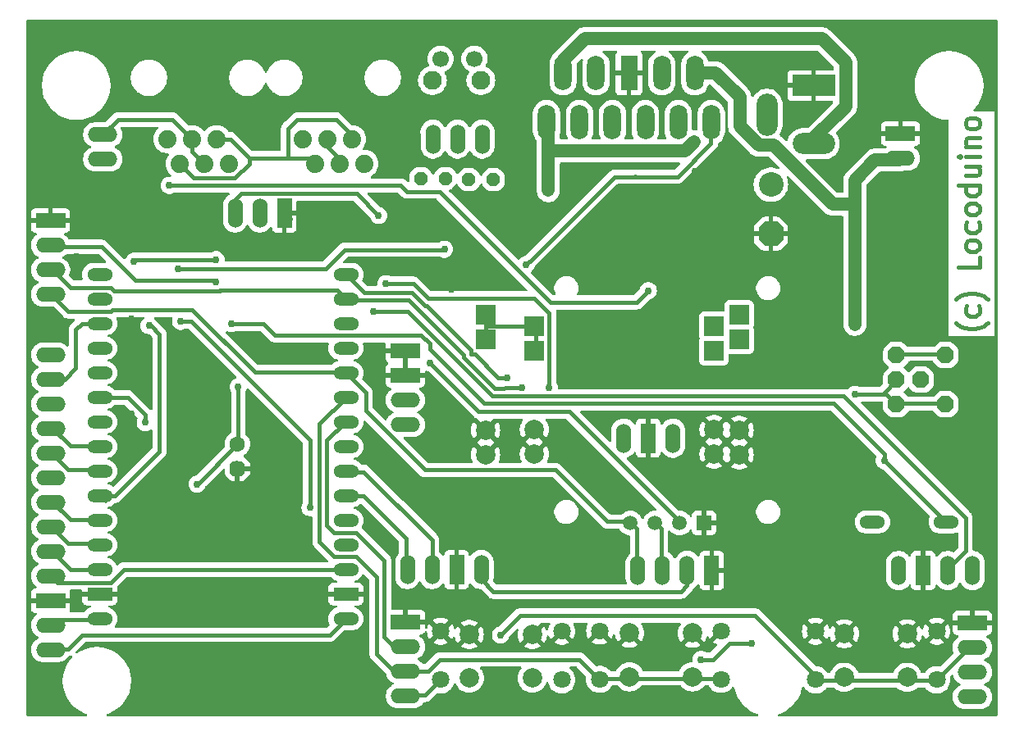
<source format=gtl>
G04 #@! TF.GenerationSoftware,KiCad,Pcbnew,8.0.4*
G04 #@! TF.CreationDate,2024-08-22T17:22:31+02:00*
G04 #@! TF.ProjectId,CENTRALE,43454e54-5241-44c4-952e-6b696361645f,rev?*
G04 #@! TF.SameCoordinates,Original*
G04 #@! TF.FileFunction,Copper,L1,Top*
G04 #@! TF.FilePolarity,Positive*
%FSLAX46Y46*%
G04 Gerber Fmt 4.6, Leading zero omitted, Abs format (unit mm)*
G04 Created by KiCad (PCBNEW 8.0.4) date 2024-08-22 17:22:31*
%MOMM*%
%LPD*%
G01*
G04 APERTURE LIST*
G04 Aperture macros list*
%AMOutline5P*
0 Free polygon, 5 corners , with rotation*
0 The origin of the aperture is its center*
0 number of corners: always 5*
0 $1 to $10 corner X, Y*
0 $11 Rotation angle, in degrees counterclockwise*
0 create outline with 5 corners*
4,1,5,$1,$2,$3,$4,$5,$6,$7,$8,$9,$10,$1,$2,$11*%
%AMOutline6P*
0 Free polygon, 6 corners , with rotation*
0 The origin of the aperture is its center*
0 number of corners: always 6*
0 $1 to $12 corner X, Y*
0 $13 Rotation angle, in degrees counterclockwise*
0 create outline with 6 corners*
4,1,6,$1,$2,$3,$4,$5,$6,$7,$8,$9,$10,$11,$12,$1,$2,$13*%
%AMOutline7P*
0 Free polygon, 7 corners , with rotation*
0 The origin of the aperture is its center*
0 number of corners: always 7*
0 $1 to $14 corner X, Y*
0 $15 Rotation angle, in degrees counterclockwise*
0 create outline with 7 corners*
4,1,7,$1,$2,$3,$4,$5,$6,$7,$8,$9,$10,$11,$12,$13,$14,$1,$2,$15*%
%AMOutline8P*
0 Free polygon, 8 corners , with rotation*
0 The origin of the aperture is its center*
0 number of corners: always 8*
0 $1 to $16 corner X, Y*
0 $17 Rotation angle, in degrees counterclockwise*
0 create outline with 8 corners*
4,1,8,$1,$2,$3,$4,$5,$6,$7,$8,$9,$10,$11,$12,$13,$14,$15,$16,$1,$2,$17*%
G04 Aperture macros list end*
%ADD10C,0.381000*%
G04 #@! TA.AperFunction,NonConductor*
%ADD11C,0.381000*%
G04 #@! TD*
G04 #@! TA.AperFunction,ComponentPad*
%ADD12C,1.800000*%
G04 #@! TD*
G04 #@! TA.AperFunction,ComponentPad*
%ADD13O,3.048000X1.524000*%
G04 #@! TD*
G04 #@! TA.AperFunction,ComponentPad*
%ADD14R,3.048000X1.524000*%
G04 #@! TD*
G04 #@! TA.AperFunction,ComponentPad*
%ADD15O,2.641600X1.320800*%
G04 #@! TD*
G04 #@! TA.AperFunction,ComponentPad*
%ADD16R,2.641600X1.320800*%
G04 #@! TD*
G04 #@! TA.AperFunction,ComponentPad*
%ADD17R,4.368800X2.184400*%
G04 #@! TD*
G04 #@! TA.AperFunction,ComponentPad*
%ADD18O,2.184400X4.368800*%
G04 #@! TD*
G04 #@! TA.AperFunction,ComponentPad*
%ADD19O,4.368800X2.184400*%
G04 #@! TD*
G04 #@! TA.AperFunction,ComponentPad*
%ADD20Outline8P,-0.660400X0.330200X-0.330200X0.660400X0.330200X0.660400X0.660400X0.330200X0.660400X-0.330200X0.330200X-0.660400X-0.330200X-0.660400X-0.660400X-0.330200X180.000000*%
G04 #@! TD*
G04 #@! TA.AperFunction,ComponentPad*
%ADD21C,1.600200*%
G04 #@! TD*
G04 #@! TA.AperFunction,ComponentPad*
%ADD22Outline8P,-0.800100X0.400050X-0.400050X0.800100X0.400050X0.800100X0.800100X0.400050X0.800100X-0.400050X0.400050X-0.800100X-0.400050X-0.800100X-0.800100X-0.400050X270.000000*%
G04 #@! TD*
G04 #@! TA.AperFunction,ComponentPad*
%ADD23C,1.700000*%
G04 #@! TD*
G04 #@! TA.AperFunction,ComponentPad*
%ADD24Outline8P,-0.838200X0.419100X-0.419100X0.838200X0.419100X0.838200X0.838200X0.419100X0.838200X-0.419100X0.419100X-0.838200X-0.419100X-0.838200X-0.838200X-0.419100X270.000000*%
G04 #@! TD*
G04 #@! TA.AperFunction,ComponentPad*
%ADD25Outline8P,-0.660400X0.330200X-0.330200X0.660400X0.330200X0.660400X0.660400X0.330200X0.660400X-0.330200X0.330200X-0.660400X-0.330200X-0.660400X-0.660400X-0.330200X0.000000*%
G04 #@! TD*
G04 #@! TA.AperFunction,ComponentPad*
%ADD26R,2.000000X2.000000*%
G04 #@! TD*
G04 #@! TA.AperFunction,ComponentPad*
%ADD27C,2.000000*%
G04 #@! TD*
G04 #@! TA.AperFunction,ComponentPad*
%ADD28C,2.540000*%
G04 #@! TD*
G04 #@! TA.AperFunction,ComponentPad*
%ADD29Outline8P,-1.270000X0.635000X-0.635000X1.270000X0.635000X1.270000X1.270000X0.635000X1.270000X-0.635000X0.635000X-1.270000X-0.635000X-1.270000X-1.270000X-0.635000X270.000000*%
G04 #@! TD*
G04 #@! TA.AperFunction,ComponentPad*
%ADD30C,1.879600*%
G04 #@! TD*
G04 #@! TA.AperFunction,ComponentPad*
%ADD31O,1.524000X3.048000*%
G04 #@! TD*
G04 #@! TA.AperFunction,ComponentPad*
%ADD32R,1.524000X3.048000*%
G04 #@! TD*
G04 #@! TA.AperFunction,ComponentPad*
%ADD33O,1.800000X3.600000*%
G04 #@! TD*
G04 #@! TA.AperFunction,ComponentPad*
%ADD34R,1.800000X3.600000*%
G04 #@! TD*
G04 #@! TA.AperFunction,ComponentPad*
%ADD35R,1.508000X1.508000*%
G04 #@! TD*
G04 #@! TA.AperFunction,ComponentPad*
%ADD36C,1.508000*%
G04 #@! TD*
G04 #@! TA.AperFunction,ComponentPad*
%ADD37C,1.950000*%
G04 #@! TD*
G04 #@! TA.AperFunction,ViaPad*
%ADD38C,0.756400*%
G04 #@! TD*
G04 #@! TA.AperFunction,Conductor*
%ADD39C,0.250000*%
G04 #@! TD*
G04 #@! TA.AperFunction,Conductor*
%ADD40C,0.457200*%
G04 #@! TD*
G04 #@! TA.AperFunction,Conductor*
%ADD41C,1.371600*%
G04 #@! TD*
G04 #@! TA.AperFunction,Conductor*
%ADD42C,0.914400*%
G04 #@! TD*
G04 APERTURE END LIST*
D10*
D11*
X197564473Y-99864655D02*
X197461664Y-99967464D01*
X197461664Y-99967464D02*
X197153235Y-100173083D01*
X197153235Y-100173083D02*
X196947616Y-100275893D01*
X196947616Y-100275893D02*
X196639188Y-100378702D01*
X196639188Y-100378702D02*
X196125140Y-100481512D01*
X196125140Y-100481512D02*
X195713902Y-100481512D01*
X195713902Y-100481512D02*
X195199854Y-100378702D01*
X195199854Y-100378702D02*
X194891426Y-100275893D01*
X194891426Y-100275893D02*
X194685807Y-100173083D01*
X194685807Y-100173083D02*
X194377378Y-99967464D01*
X194377378Y-99967464D02*
X194274568Y-99864655D01*
X196639188Y-98116893D02*
X196741997Y-98322512D01*
X196741997Y-98322512D02*
X196741997Y-98733750D01*
X196741997Y-98733750D02*
X196639188Y-98939369D01*
X196639188Y-98939369D02*
X196536378Y-99042179D01*
X196536378Y-99042179D02*
X196330759Y-99144988D01*
X196330759Y-99144988D02*
X195713902Y-99144988D01*
X195713902Y-99144988D02*
X195508283Y-99042179D01*
X195508283Y-99042179D02*
X195405473Y-98939369D01*
X195405473Y-98939369D02*
X195302664Y-98733750D01*
X195302664Y-98733750D02*
X195302664Y-98322512D01*
X195302664Y-98322512D02*
X195405473Y-98116893D01*
X197564473Y-97397227D02*
X197461664Y-97294417D01*
X197461664Y-97294417D02*
X197153235Y-97088798D01*
X197153235Y-97088798D02*
X196947616Y-96985989D01*
X196947616Y-96985989D02*
X196639188Y-96883179D01*
X196639188Y-96883179D02*
X196125140Y-96780370D01*
X196125140Y-96780370D02*
X195713902Y-96780370D01*
X195713902Y-96780370D02*
X195199854Y-96883179D01*
X195199854Y-96883179D02*
X194891426Y-96985989D01*
X194891426Y-96985989D02*
X194685807Y-97088798D01*
X194685807Y-97088798D02*
X194377378Y-97294417D01*
X194377378Y-97294417D02*
X194274568Y-97397227D01*
X196741997Y-93079228D02*
X196741997Y-94107323D01*
X196741997Y-94107323D02*
X194582997Y-94107323D01*
X196741997Y-92051132D02*
X196639188Y-92256751D01*
X196639188Y-92256751D02*
X196536378Y-92359561D01*
X196536378Y-92359561D02*
X196330759Y-92462370D01*
X196330759Y-92462370D02*
X195713902Y-92462370D01*
X195713902Y-92462370D02*
X195508283Y-92359561D01*
X195508283Y-92359561D02*
X195405473Y-92256751D01*
X195405473Y-92256751D02*
X195302664Y-92051132D01*
X195302664Y-92051132D02*
X195302664Y-91742704D01*
X195302664Y-91742704D02*
X195405473Y-91537085D01*
X195405473Y-91537085D02*
X195508283Y-91434275D01*
X195508283Y-91434275D02*
X195713902Y-91331466D01*
X195713902Y-91331466D02*
X196330759Y-91331466D01*
X196330759Y-91331466D02*
X196536378Y-91434275D01*
X196536378Y-91434275D02*
X196639188Y-91537085D01*
X196639188Y-91537085D02*
X196741997Y-91742704D01*
X196741997Y-91742704D02*
X196741997Y-92051132D01*
X196639188Y-89480894D02*
X196741997Y-89686513D01*
X196741997Y-89686513D02*
X196741997Y-90097751D01*
X196741997Y-90097751D02*
X196639188Y-90303370D01*
X196639188Y-90303370D02*
X196536378Y-90406180D01*
X196536378Y-90406180D02*
X196330759Y-90508989D01*
X196330759Y-90508989D02*
X195713902Y-90508989D01*
X195713902Y-90508989D02*
X195508283Y-90406180D01*
X195508283Y-90406180D02*
X195405473Y-90303370D01*
X195405473Y-90303370D02*
X195302664Y-90097751D01*
X195302664Y-90097751D02*
X195302664Y-89686513D01*
X195302664Y-89686513D02*
X195405473Y-89480894D01*
X196741997Y-88247180D02*
X196639188Y-88452799D01*
X196639188Y-88452799D02*
X196536378Y-88555609D01*
X196536378Y-88555609D02*
X196330759Y-88658418D01*
X196330759Y-88658418D02*
X195713902Y-88658418D01*
X195713902Y-88658418D02*
X195508283Y-88555609D01*
X195508283Y-88555609D02*
X195405473Y-88452799D01*
X195405473Y-88452799D02*
X195302664Y-88247180D01*
X195302664Y-88247180D02*
X195302664Y-87938752D01*
X195302664Y-87938752D02*
X195405473Y-87733133D01*
X195405473Y-87733133D02*
X195508283Y-87630323D01*
X195508283Y-87630323D02*
X195713902Y-87527514D01*
X195713902Y-87527514D02*
X196330759Y-87527514D01*
X196330759Y-87527514D02*
X196536378Y-87630323D01*
X196536378Y-87630323D02*
X196639188Y-87733133D01*
X196639188Y-87733133D02*
X196741997Y-87938752D01*
X196741997Y-87938752D02*
X196741997Y-88247180D01*
X196741997Y-85676942D02*
X194582997Y-85676942D01*
X196639188Y-85676942D02*
X196741997Y-85882561D01*
X196741997Y-85882561D02*
X196741997Y-86293799D01*
X196741997Y-86293799D02*
X196639188Y-86499418D01*
X196639188Y-86499418D02*
X196536378Y-86602228D01*
X196536378Y-86602228D02*
X196330759Y-86705037D01*
X196330759Y-86705037D02*
X195713902Y-86705037D01*
X195713902Y-86705037D02*
X195508283Y-86602228D01*
X195508283Y-86602228D02*
X195405473Y-86499418D01*
X195405473Y-86499418D02*
X195302664Y-86293799D01*
X195302664Y-86293799D02*
X195302664Y-85882561D01*
X195302664Y-85882561D02*
X195405473Y-85676942D01*
X195302664Y-83723561D02*
X196741997Y-83723561D01*
X195302664Y-84648847D02*
X196433568Y-84648847D01*
X196433568Y-84648847D02*
X196639188Y-84546037D01*
X196639188Y-84546037D02*
X196741997Y-84340418D01*
X196741997Y-84340418D02*
X196741997Y-84031990D01*
X196741997Y-84031990D02*
X196639188Y-83826371D01*
X196639188Y-83826371D02*
X196536378Y-83723561D01*
X196741997Y-82695466D02*
X195302664Y-82695466D01*
X194582997Y-82695466D02*
X194685807Y-82798275D01*
X194685807Y-82798275D02*
X194788616Y-82695466D01*
X194788616Y-82695466D02*
X194685807Y-82592656D01*
X194685807Y-82592656D02*
X194582997Y-82695466D01*
X194582997Y-82695466D02*
X194788616Y-82695466D01*
X195302664Y-81667371D02*
X196741997Y-81667371D01*
X195508283Y-81667371D02*
X195405473Y-81564561D01*
X195405473Y-81564561D02*
X195302664Y-81358942D01*
X195302664Y-81358942D02*
X195302664Y-81050514D01*
X195302664Y-81050514D02*
X195405473Y-80844895D01*
X195405473Y-80844895D02*
X195611092Y-80742085D01*
X195611092Y-80742085D02*
X196741997Y-80742085D01*
X196741997Y-79405561D02*
X196639188Y-79611180D01*
X196639188Y-79611180D02*
X196536378Y-79713990D01*
X196536378Y-79713990D02*
X196330759Y-79816799D01*
X196330759Y-79816799D02*
X195713902Y-79816799D01*
X195713902Y-79816799D02*
X195508283Y-79713990D01*
X195508283Y-79713990D02*
X195405473Y-79611180D01*
X195405473Y-79611180D02*
X195302664Y-79405561D01*
X195302664Y-79405561D02*
X195302664Y-79097133D01*
X195302664Y-79097133D02*
X195405473Y-78891514D01*
X195405473Y-78891514D02*
X195508283Y-78788704D01*
X195508283Y-78788704D02*
X195713902Y-78685895D01*
X195713902Y-78685895D02*
X196330759Y-78685895D01*
X196330759Y-78685895D02*
X196536378Y-78788704D01*
X196536378Y-78788704D02*
X196639188Y-78891514D01*
X196639188Y-78891514D02*
X196741997Y-79097133D01*
X196741997Y-79097133D02*
X196741997Y-79405561D01*
D12*
X157552443Y-131675491D03*
X170052443Y-131675491D03*
X157552443Y-136675491D03*
X170052443Y-136675491D03*
X141134134Y-131720000D03*
X153634134Y-131720000D03*
X141134134Y-136720000D03*
X153634134Y-136720000D03*
D13*
X188587106Y-82854891D03*
D14*
X188587106Y-80314891D03*
D13*
X137487234Y-110364094D03*
X137487234Y-107824094D03*
D14*
X137487234Y-105284094D03*
X137487234Y-102744094D03*
X196003243Y-130868219D03*
D13*
X196003243Y-133408219D03*
X196003243Y-135948219D03*
X196003243Y-138488219D03*
D15*
X131356100Y-130410000D03*
X105956100Y-130410000D03*
X105956100Y-94850000D03*
D16*
X131356100Y-127870000D03*
X105956100Y-127870000D03*
D15*
X131356100Y-122790000D03*
X131356100Y-120250000D03*
X131356100Y-112630000D03*
X105956100Y-122790000D03*
X105956100Y-125330000D03*
X105956100Y-120250000D03*
X131356100Y-125330000D03*
X131356100Y-117710000D03*
X131356100Y-115170000D03*
X131356100Y-110090000D03*
X131356100Y-107550000D03*
X131356100Y-105010000D03*
X131356100Y-97390000D03*
X131356100Y-94850000D03*
X105956100Y-112630000D03*
X105956100Y-115170000D03*
X105956100Y-117710000D03*
X105956100Y-107550000D03*
X105956100Y-110090000D03*
X105956100Y-102470000D03*
X105956100Y-105010000D03*
X105956100Y-97390000D03*
X105956100Y-99930000D03*
X131356100Y-102470000D03*
X131356100Y-99930000D03*
D17*
X179616100Y-75343522D03*
D18*
X174816100Y-78343522D03*
D19*
X179616100Y-81343522D03*
D20*
X146588500Y-85054319D03*
X144048500Y-85054319D03*
D15*
X193310137Y-120414672D03*
X185690137Y-120414672D03*
D12*
X179822946Y-131720000D03*
X192322946Y-131720000D03*
X179822946Y-136720000D03*
X192322946Y-136720000D03*
D21*
X120168403Y-112368154D03*
D22*
X120168403Y-114908154D03*
D23*
X144631940Y-72580816D03*
X141131940Y-72580816D03*
D24*
X188152243Y-103177500D03*
X188152243Y-105717500D03*
X188152243Y-108257500D03*
X193232243Y-103177500D03*
X190692243Y-105717500D03*
X193232243Y-108257500D03*
D13*
X100876100Y-133620757D03*
X100876100Y-131080757D03*
D14*
X100876100Y-128540757D03*
D13*
X100876100Y-126000757D03*
X100876100Y-123460757D03*
X100876100Y-120920757D03*
X100876100Y-118380757D03*
X100876100Y-115840757D03*
X100876100Y-113300757D03*
X100876100Y-110760757D03*
X100876100Y-108220757D03*
X100876100Y-105680757D03*
X100876100Y-103140757D03*
D25*
X139086431Y-84920313D03*
X141626431Y-84920313D03*
D26*
X171948675Y-101543579D03*
X171948675Y-99003579D03*
D27*
X171948675Y-113481579D03*
X171948675Y-110941579D03*
D26*
X145786675Y-101543579D03*
X145786675Y-99003579D03*
D27*
X145786675Y-113481579D03*
X145786675Y-110941579D03*
D28*
X175212265Y-85583235D03*
D29*
X175212265Y-90663235D03*
D30*
X119291100Y-83423522D03*
X118021100Y-80883522D03*
X116751100Y-83423522D03*
X115481100Y-80883522D03*
X114211100Y-83423522D03*
X112941100Y-80883522D03*
D27*
X182787754Y-131970493D03*
X189287754Y-131970493D03*
X182787754Y-136470493D03*
X189287754Y-136470493D03*
D31*
X119926100Y-88500000D03*
X122466100Y-88500000D03*
D32*
X125006100Y-88500000D03*
D14*
X100876100Y-89297522D03*
D13*
X100876100Y-91837522D03*
X100876100Y-94377522D03*
X100876100Y-96917522D03*
D33*
X152066100Y-79137522D03*
X153766100Y-74057522D03*
X155466100Y-79137522D03*
X157166100Y-74057522D03*
X158866100Y-79137522D03*
D34*
X160566100Y-74057522D03*
D33*
X162266100Y-79137522D03*
X163966100Y-74057522D03*
X165666100Y-79137522D03*
X167366100Y-74057522D03*
X169066100Y-79137522D03*
D26*
X169344393Y-102737785D03*
X169344393Y-100197785D03*
D27*
X169344393Y-113405785D03*
X169344393Y-110865785D03*
D26*
X150802393Y-102737785D03*
X150802393Y-100197785D03*
D27*
X150802393Y-113405785D03*
X150802393Y-110865785D03*
D31*
X188385893Y-125452275D03*
D32*
X190925893Y-125452275D03*
D31*
X193465893Y-125452275D03*
X196005893Y-125452275D03*
X145326100Y-125330000D03*
D32*
X142786100Y-125330000D03*
D31*
X140246100Y-125330000D03*
X137706100Y-125330000D03*
D30*
X133261100Y-83423522D03*
X131991100Y-80883522D03*
X130721100Y-83423522D03*
X129451100Y-80883522D03*
X128181100Y-83423522D03*
X126911100Y-80883522D03*
D13*
X106272871Y-82947522D03*
X106272871Y-80407522D03*
D35*
X168328815Y-120527238D03*
D36*
X165788815Y-120527238D03*
X163248815Y-120527238D03*
X160708815Y-120527238D03*
D27*
X160627348Y-131907538D03*
X167127348Y-131907538D03*
X160627348Y-136407538D03*
X167127348Y-136407538D03*
D31*
X140341937Y-80858207D03*
X142881937Y-80858207D03*
X145421937Y-80858207D03*
D37*
X145286100Y-74806291D03*
X140286100Y-74806291D03*
D31*
X161493034Y-125411338D03*
X164033034Y-125411338D03*
X166573034Y-125411338D03*
D32*
X169113034Y-125411338D03*
D27*
X144093696Y-132049854D03*
X150593696Y-132049854D03*
X144093696Y-136549854D03*
X150593696Y-136549854D03*
D14*
X137518646Y-130778588D03*
D13*
X137518646Y-133318588D03*
X137518646Y-135858588D03*
X137518646Y-138398588D03*
D31*
X160020000Y-111760000D03*
D32*
X162560000Y-111760000D03*
D31*
X165100000Y-111760000D03*
D38*
X111060070Y-100148413D03*
X141532787Y-92246910D03*
X114020727Y-94259273D03*
X152247600Y-86182000D03*
X167297100Y-81134000D03*
X183870600Y-99993500D03*
X101000000Y-100000000D03*
X165100000Y-93980000D03*
X185500000Y-105000000D03*
X117500000Y-113000000D03*
X111500000Y-117500000D03*
X133080119Y-90564063D03*
X109220000Y-109220000D03*
X154000000Y-124000000D03*
X136845981Y-90075141D03*
X109220000Y-99411600D03*
X154500000Y-114000000D03*
X117010952Y-107676369D03*
X117500000Y-89500000D03*
X171141128Y-120911798D03*
X129540000Y-88900000D03*
X167419176Y-84206123D03*
X188500000Y-70500000D03*
X124460000Y-121920000D03*
X100500000Y-138500000D03*
X114437179Y-102217743D03*
X176500000Y-127500000D03*
X194000000Y-114500000D03*
X103500000Y-93000000D03*
X125000000Y-102500000D03*
X181500000Y-111500000D03*
X164500000Y-132500000D03*
X159105600Y-86277500D03*
X116000000Y-128000000D03*
X142445540Y-112537155D03*
X179500000Y-106000000D03*
X173500000Y-73500000D03*
X142240000Y-96414900D03*
X156000000Y-101600000D03*
X188000000Y-118000000D03*
X120243600Y-106470500D03*
X116000000Y-116500000D03*
X114300000Y-99707500D03*
X127673100Y-118948000D03*
X173202600Y-132950000D03*
X148000000Y-105500000D03*
X168014600Y-134620000D03*
X147320000Y-132080000D03*
X183870600Y-107232500D03*
X140055600Y-103994000D03*
X134733800Y-88766200D03*
X117957600Y-95612000D03*
X149500000Y-106511400D03*
X162560000Y-96520000D03*
X113147822Y-85658722D03*
X110656541Y-110147924D03*
X149970253Y-93818250D03*
X119528464Y-99938900D03*
X117957600Y-93326000D03*
X109500000Y-93500000D03*
X186918600Y-114090500D03*
X135483600Y-95802500D03*
X152335793Y-106511400D03*
X134150100Y-98660000D03*
D39*
X111240282Y-100148413D02*
X111060070Y-100148413D01*
D40*
X129260727Y-94259273D02*
X131213019Y-92306981D01*
X112117598Y-113119302D02*
X112117598Y-101025729D01*
X112117598Y-101025729D02*
X111240282Y-100148413D01*
X114020727Y-94259273D02*
X129260727Y-94259273D01*
X107526900Y-117710000D02*
X112117598Y-113119302D01*
X131213019Y-92306981D02*
X141472716Y-92306981D01*
X141472716Y-92306981D02*
X141532787Y-92246910D01*
X105956100Y-117710000D02*
X107526900Y-117710000D01*
D39*
X105956100Y-117710000D02*
X106554100Y-118308000D01*
D41*
X145199100Y-74657000D02*
X145286100Y-74806291D01*
X152247600Y-82086500D02*
X152247600Y-86182000D01*
X152247600Y-79229000D02*
X152066100Y-79137522D01*
X166344600Y-82086500D02*
X167297100Y-81134000D01*
X152247600Y-79229000D02*
X152247600Y-82086500D01*
X152247600Y-82086500D02*
X166344600Y-82086500D01*
X188442600Y-83039000D02*
X185961000Y-83039000D01*
X172000000Y-79565146D02*
X172000000Y-79169400D01*
X175518522Y-81518522D02*
X173953376Y-81518522D01*
X173953376Y-81518522D02*
X172000000Y-79565146D01*
X169533522Y-74057522D02*
X167366100Y-74057522D01*
X183870600Y-87611000D02*
X183870600Y-99993500D01*
X183870600Y-87611000D02*
X181611000Y-87611000D01*
X172000000Y-76524000D02*
X169533522Y-74057522D01*
X183870600Y-85129400D02*
X183870600Y-87611000D01*
X172000000Y-79169400D02*
X172000000Y-76524000D01*
X188587106Y-82854891D02*
X188442600Y-83039000D01*
X181611000Y-87611000D02*
X175518522Y-81518522D01*
X185961000Y-83039000D02*
X183870600Y-85129400D01*
D42*
X179870100Y-131616500D02*
X179822946Y-131720000D01*
X192633600Y-131426000D02*
X192322946Y-131720000D01*
X120053100Y-114471500D02*
X120053100Y-114852500D01*
X192252600Y-131616500D02*
X192322946Y-131720000D01*
X125387100Y-89135000D02*
X125006100Y-88500000D01*
X120053100Y-114852500D02*
X120168403Y-114908154D01*
D40*
X145770600Y-99041000D02*
X145770600Y-100184000D01*
X101003100Y-131045000D02*
X100876100Y-131080757D01*
X145770600Y-100184000D02*
X150723600Y-100184000D01*
X150723600Y-100184000D02*
X150802393Y-100197785D01*
X145770600Y-100184000D02*
X145770600Y-101517500D01*
X101574600Y-130473500D02*
X105956100Y-130473500D01*
X116036557Y-116500000D02*
X120168403Y-112368154D01*
X116000000Y-116500000D02*
X116036557Y-116500000D01*
X105956100Y-130473500D02*
X105956100Y-130410000D01*
X120243600Y-112185500D02*
X120168403Y-112368154D01*
X150914100Y-100374500D02*
X150914100Y-102660500D01*
X137579100Y-107994500D02*
X137487234Y-107824094D01*
X101003100Y-131045000D02*
X101574600Y-130473500D01*
X150914100Y-102660500D02*
X150802393Y-102737785D01*
X120243600Y-106470500D02*
X120243600Y-112185500D01*
X145770600Y-101517500D02*
X145786675Y-101543579D01*
X150914100Y-100374500D02*
X150802393Y-100197785D01*
X145770600Y-99041000D02*
X145786675Y-99003579D01*
X137579100Y-110280500D02*
X137487234Y-110364094D01*
X115481100Y-80883522D02*
X113445578Y-78848000D01*
X116751100Y-83423522D02*
X115481100Y-82153522D01*
X107832393Y-78848000D02*
X106272871Y-80407522D01*
X130721100Y-82947522D02*
X129451100Y-81677522D01*
X113445578Y-78848000D02*
X107832393Y-78848000D01*
X129451100Y-81677522D02*
X129451100Y-80407522D01*
X106337100Y-80372000D02*
X106272871Y-80407522D01*
X115481100Y-82153522D02*
X115481100Y-80883522D01*
X115385600Y-99707500D02*
X127673100Y-111995000D01*
X114300000Y-99707500D02*
X115385600Y-99707500D01*
X127673100Y-111995000D02*
X127673100Y-118948000D01*
X141008100Y-136760000D02*
X139484100Y-138284000D01*
X138177370Y-96755000D02*
X133261100Y-96755000D01*
X137579100Y-138284000D02*
X137518646Y-138398588D01*
X168014600Y-134620000D02*
X169246600Y-134620000D01*
X144253275Y-102667175D02*
X139674600Y-98088500D01*
X169246600Y-134620000D02*
X170916600Y-132950000D01*
X144253275Y-103076979D02*
X144253275Y-102667175D01*
X139510870Y-98088500D02*
X138177370Y-96755000D01*
X141008100Y-136760000D02*
X141134134Y-136720000D01*
X148000000Y-105500000D02*
X147086100Y-105500000D01*
X139484100Y-138284000D02*
X137579100Y-138284000D01*
X147086100Y-105500000D02*
X144663079Y-103076979D01*
X133261100Y-96755000D02*
X131356100Y-94850000D01*
X170916600Y-132950000D02*
X173202600Y-132950000D01*
X139674600Y-98088500D02*
X139510870Y-98088500D01*
X144663079Y-103076979D02*
X144253275Y-103076979D01*
X179679600Y-136569500D02*
X179822946Y-136720000D01*
X135293100Y-124377500D02*
X132435600Y-121520000D01*
X192443100Y-136569500D02*
X195491100Y-133521500D01*
X137518646Y-133318588D02*
X136294588Y-133318588D01*
X131292600Y-110090000D02*
X131356100Y-110090000D01*
X147320000Y-132080000D02*
X149307500Y-130092500D01*
X136294588Y-133318588D02*
X135293100Y-132317100D01*
X130149600Y-121520000D02*
X129387600Y-120758000D01*
X129387600Y-120758000D02*
X129387600Y-111995000D01*
X179862946Y-136760000D02*
X179822946Y-136720000D01*
X195491100Y-133521500D02*
X195872100Y-133521500D01*
X179679600Y-136188500D02*
X179679600Y-136569500D01*
X192322946Y-136720000D02*
X192282946Y-136760000D01*
X173583600Y-130092500D02*
X179679600Y-136188500D01*
X129387600Y-111995000D02*
X131292600Y-110090000D01*
X195872100Y-133521500D02*
X196003243Y-133408219D01*
X192443100Y-136569500D02*
X192322946Y-136720000D01*
X135293100Y-132317100D02*
X135293100Y-124377500D01*
X132435600Y-121520000D02*
X130149600Y-121520000D01*
X192282946Y-136760000D02*
X179862946Y-136760000D01*
X149307500Y-130092500D02*
X173583600Y-130092500D01*
X126301500Y-86500000D02*
X126244100Y-86442600D01*
X126244100Y-86442600D02*
X120581400Y-86442600D01*
X166573034Y-126950966D02*
X165908000Y-127616000D01*
X193205100Y-108185000D02*
X193232243Y-108257500D01*
X186918600Y-107042000D02*
X186918600Y-107232500D01*
X109654100Y-95500000D02*
X106146600Y-91992500D01*
X165908000Y-127616000D02*
X146592000Y-127616000D01*
X129686100Y-132080000D02*
X104140000Y-132080000D01*
X117845600Y-95500000D02*
X109654100Y-95500000D01*
X154396100Y-109000000D02*
X145061600Y-109000000D01*
X188061600Y-105899000D02*
X188152243Y-105717500D01*
X120581400Y-86442600D02*
X119926100Y-87097900D01*
X106146600Y-91992500D02*
X101003100Y-91992500D01*
X166573034Y-125411338D02*
X166573034Y-126950966D01*
X186918600Y-107232500D02*
X183870600Y-107232500D01*
X188061600Y-108185000D02*
X187109100Y-107232500D01*
X188252100Y-108185000D02*
X188152243Y-108257500D01*
X104140000Y-132080000D02*
X102698500Y-133521500D01*
X132467600Y-86500000D02*
X126301500Y-86500000D01*
X101003100Y-133521500D02*
X100876100Y-133620757D01*
X165788815Y-120527238D02*
X165773100Y-120377000D01*
X186918600Y-107042000D02*
X188061600Y-105899000D01*
X188061600Y-108185000D02*
X188152243Y-108257500D01*
X146592000Y-127616000D02*
X145326100Y-126350100D01*
X134733800Y-88766200D02*
X132467600Y-86500000D01*
X165773100Y-120377000D02*
X154396100Y-109000000D01*
X145326100Y-126350100D02*
X145326100Y-125330000D01*
X117957600Y-95612000D02*
X117845600Y-95500000D01*
X145061600Y-109000000D02*
X140055600Y-103994000D01*
X101003100Y-91992500D02*
X100876100Y-91837522D01*
X119926100Y-87097900D02*
X119926100Y-88500000D01*
X187109100Y-107232500D02*
X186918600Y-107232500D01*
X131356100Y-130410000D02*
X129686100Y-132080000D01*
X102698500Y-133521500D02*
X101003100Y-133521500D01*
X193205100Y-108185000D02*
X188252100Y-108185000D01*
X133388100Y-107042000D02*
X133388100Y-108947000D01*
X131356100Y-105010000D02*
X133388100Y-107042000D01*
X160820100Y-120567500D02*
X160708815Y-120527238D01*
X139484100Y-115043000D02*
X153009600Y-115043000D01*
X107259100Y-98500000D02*
X115511600Y-98500000D01*
X158343600Y-120377000D02*
X160629600Y-120377000D01*
X160820100Y-120567500D02*
X161391600Y-121139000D01*
X115511600Y-98500000D02*
X121958100Y-104946500D01*
X121958100Y-104946500D02*
X131292600Y-104946500D01*
X101003100Y-96945500D02*
X102717600Y-98660000D01*
X161391600Y-121139000D02*
X161391600Y-125330000D01*
X133388100Y-108947000D02*
X139484100Y-115043000D01*
X153009600Y-115043000D02*
X158343600Y-120377000D01*
X100876100Y-96917522D02*
X101003100Y-96945500D01*
X160629600Y-120377000D02*
X160708815Y-120527238D01*
X107099100Y-98660000D02*
X107259100Y-98500000D01*
X161391600Y-125330000D02*
X161493034Y-125411338D01*
X102717600Y-98660000D02*
X107099100Y-98660000D01*
X131292600Y-104946500D02*
X131356100Y-105010000D01*
X107099100Y-96183500D02*
X107439200Y-96523600D01*
X163296600Y-120567500D02*
X163868100Y-121139000D01*
X118358798Y-96500000D02*
X130466100Y-96500000D01*
X163296600Y-120567500D02*
X163248815Y-120527238D01*
X102908100Y-96183500D02*
X107099100Y-96183500D01*
X137861740Y-97517000D02*
X131483100Y-97517000D01*
X143491275Y-103392610D02*
X143491275Y-103146535D01*
X163868100Y-121139000D02*
X163868100Y-125330000D01*
X147825200Y-106511400D02*
X147675600Y-106661000D01*
X143491275Y-103146535D02*
X137861740Y-97517000D01*
X107439200Y-96523600D02*
X118335198Y-96523600D01*
X130466100Y-96500000D02*
X131356100Y-97390000D01*
X100876100Y-94377522D02*
X101003100Y-94278500D01*
X131483100Y-97517000D02*
X131356100Y-97390000D01*
X147675600Y-106661000D02*
X146759665Y-106661000D01*
X146759665Y-106661000D02*
X143491275Y-103392610D01*
X118335198Y-96523600D02*
X118358798Y-96500000D01*
X101003100Y-94278500D02*
X102908100Y-96183500D01*
X149500000Y-106511400D02*
X147825200Y-106511400D01*
X163868100Y-125330000D02*
X164033034Y-125411338D01*
D41*
X156000000Y-70524000D02*
X153766100Y-72757900D01*
X179616100Y-80867522D02*
X179679600Y-80753000D01*
X180500000Y-70524000D02*
X156000000Y-70524000D01*
X182918100Y-72942100D02*
X180500000Y-70524000D01*
X179679600Y-80753000D02*
X182918100Y-77514500D01*
X153766100Y-72757900D02*
X153766100Y-74057522D01*
X182918100Y-77514500D02*
X182918100Y-72942100D01*
D40*
X141008100Y-86277500D02*
X152479438Y-97748838D01*
X137023022Y-85658722D02*
X137641800Y-86277500D01*
X161331162Y-97748838D02*
X162560000Y-96520000D01*
X113147822Y-85658722D02*
X137023022Y-85658722D01*
X152479438Y-97748838D02*
X161331162Y-97748838D01*
X137641800Y-86277500D02*
X141008100Y-86277500D01*
X161226954Y-84753500D02*
X159070340Y-84753500D01*
X150324715Y-93499125D02*
X150289378Y-93499125D01*
X161233190Y-84747264D02*
X161226954Y-84753500D01*
X110656541Y-110147924D02*
X110656541Y-109367343D01*
X108839198Y-107550000D02*
X105956100Y-107550000D01*
X150289378Y-93499125D02*
X149970253Y-93818250D01*
X161500000Y-84753500D02*
X161239426Y-84753500D01*
X169011600Y-81324500D02*
X165582600Y-84753500D01*
X169066100Y-79137522D02*
X169011600Y-79229000D01*
X165582600Y-84753500D02*
X161500000Y-84753500D01*
X159070340Y-84753500D02*
X150324715Y-93499125D01*
X110656541Y-109367343D02*
X108839198Y-107550000D01*
X169011600Y-79229000D02*
X169011600Y-81324500D01*
X161239426Y-84753500D02*
X161233190Y-84747264D01*
X157552443Y-136675491D02*
X157391100Y-136569500D01*
X157581600Y-136569500D02*
X157552443Y-136675491D01*
X137518646Y-135858588D02*
X136334588Y-135858588D01*
X134531100Y-126092000D02*
X132435600Y-123996500D01*
X128625600Y-122472500D02*
X128625600Y-110280500D01*
X132435600Y-123996500D02*
X130149600Y-123996500D01*
X155441600Y-134620000D02*
X141052600Y-134620000D01*
X137579100Y-135807500D02*
X137518646Y-135858588D01*
X157391100Y-136569500D02*
X155441600Y-134620000D01*
X169964100Y-136569500D02*
X170052443Y-136675491D01*
X136334588Y-135858588D02*
X134531100Y-134055100D01*
X130149600Y-123996500D02*
X128625600Y-122472500D01*
X128625600Y-110280500D02*
X131356100Y-107550000D01*
X134531100Y-134055100D02*
X134531100Y-126092000D01*
X141052600Y-134620000D02*
X139865100Y-135807500D01*
X139865100Y-135807500D02*
X137579100Y-135807500D01*
X169964100Y-136569500D02*
X157581600Y-136569500D01*
X114338100Y-83039000D02*
X114211100Y-82947522D01*
X130340100Y-78848000D02*
X126339600Y-78848000D01*
X127606078Y-82848500D02*
X128181100Y-83423522D01*
X114338100Y-83401100D02*
X114338100Y-83039000D01*
X121386600Y-82848500D02*
X125387100Y-82848500D01*
X121386600Y-83411442D02*
X119901320Y-84896722D01*
X118497100Y-80883522D02*
X119421622Y-80883522D01*
X131864100Y-80372000D02*
X130340100Y-78848000D01*
X119901320Y-84896722D02*
X115684300Y-84896722D01*
X131864100Y-80372000D02*
X131991100Y-80407522D01*
X126339600Y-78848000D02*
X125387100Y-79800500D01*
X118021100Y-80407522D02*
X118497100Y-80883522D01*
X115684300Y-84896722D02*
X114211100Y-83423522D01*
X125387100Y-82848500D02*
X127606078Y-82848500D01*
X119421622Y-80883522D02*
X121386600Y-82848500D01*
X125387100Y-79800500D02*
X125387100Y-82848500D01*
X128181100Y-83423522D02*
X128181100Y-82947522D01*
X121386600Y-82848500D02*
X121386600Y-83411442D01*
X186918600Y-113418600D02*
X186918600Y-114090500D01*
X140000000Y-102604900D02*
X145580100Y-108185000D01*
X122856000Y-99938900D02*
X124053600Y-101136500D01*
X181685000Y-108185000D02*
X186918600Y-113418600D01*
X139136500Y-101136500D02*
X140000000Y-102000000D01*
X193205100Y-120377000D02*
X193310137Y-120414672D01*
X119528464Y-99938900D02*
X122856000Y-99938900D01*
X140000000Y-102000000D02*
X140000000Y-102604900D01*
X124053600Y-101136500D02*
X139136500Y-101136500D01*
X109674000Y-93326000D02*
X117957600Y-93326000D01*
X186918600Y-114090500D02*
X193205100Y-120377000D01*
X109500000Y-93500000D02*
X109674000Y-93326000D01*
X145580100Y-108185000D02*
X181685000Y-108185000D01*
X152335793Y-106511400D02*
X152335793Y-98835793D01*
X150826500Y-97326500D02*
X139826500Y-97326500D01*
X139826500Y-97326500D02*
X138302500Y-95802500D01*
X152335793Y-98835793D02*
X150826500Y-97326500D01*
X138302500Y-95802500D02*
X135483600Y-95802500D01*
X137706100Y-125330000D02*
X137579100Y-125330000D01*
X137579100Y-125330000D02*
X137579100Y-122103100D01*
X137579100Y-122103100D02*
X133186000Y-117710000D01*
X133186000Y-117710000D02*
X131356100Y-117710000D01*
X104094000Y-99930000D02*
X103489462Y-100534538D01*
X102343243Y-105680757D02*
X100876100Y-105680757D01*
X103489462Y-100534538D02*
X103489462Y-104534538D01*
X105956100Y-99930000D02*
X104094000Y-99930000D01*
X103489462Y-104534538D02*
X102343243Y-105680757D01*
X101574600Y-126663500D02*
X107099100Y-126663500D01*
X101003100Y-126092000D02*
X101574600Y-126663500D01*
X101003100Y-126092000D02*
X100876100Y-126000757D01*
X107099100Y-126663500D02*
X108432600Y-125330000D01*
X108432600Y-125330000D02*
X131356100Y-125330000D01*
X102908100Y-125330000D02*
X105956100Y-125330000D01*
X101003100Y-123425000D02*
X100876100Y-123460757D01*
X101003100Y-123425000D02*
X102908100Y-125330000D01*
X101003100Y-120948500D02*
X102717600Y-122663000D01*
X101003100Y-120948500D02*
X100876100Y-120920757D01*
X105956100Y-122663000D02*
X105956100Y-122790000D01*
X102717600Y-122663000D02*
X105956100Y-122663000D01*
X105956100Y-120186500D02*
X105956100Y-120250000D01*
X102908100Y-120186500D02*
X105956100Y-120186500D01*
X101003100Y-118281500D02*
X102908100Y-120186500D01*
X101003100Y-118281500D02*
X100876100Y-118380757D01*
X101003100Y-115805000D02*
X100876100Y-115840757D01*
X101003100Y-113328500D02*
X100876100Y-113300757D01*
X102717600Y-115043000D02*
X105956100Y-115043000D01*
X101003100Y-113328500D02*
X102717600Y-115043000D01*
X105956100Y-115043000D02*
X105956100Y-115170000D01*
X105956100Y-112566500D02*
X105956100Y-112630000D01*
X101003100Y-110661500D02*
X102908100Y-112566500D01*
X101003100Y-110661500D02*
X100876100Y-110760757D01*
X102908100Y-112566500D02*
X105956100Y-112566500D01*
X188252100Y-103041500D02*
X193205100Y-103041500D01*
X193205100Y-103041500D02*
X193232243Y-103177500D01*
X188252100Y-103041500D02*
X188152243Y-103177500D01*
X133209500Y-115233500D02*
X131483100Y-115233500D01*
X140246100Y-122270100D02*
X133209500Y-115233500D01*
X140246100Y-125330000D02*
X140246100Y-122270100D01*
X131483100Y-115233500D02*
X131356100Y-115170000D01*
D41*
X142913100Y-80943500D02*
X142881937Y-80858207D01*
X140436600Y-80753000D02*
X140341937Y-80858207D01*
X140246100Y-80181500D02*
X140341937Y-80858207D01*
X140436600Y-74657000D02*
X140286100Y-74806291D01*
D40*
X182727600Y-107423000D02*
X146444034Y-107423000D01*
X193465893Y-125452275D02*
X193395600Y-125330000D01*
X193395600Y-125330000D02*
X195300600Y-123425000D01*
X140762000Y-101740966D02*
X140762000Y-101684370D01*
X146444034Y-107423000D02*
X140762000Y-101740966D01*
X137737630Y-98660000D02*
X134150100Y-98660000D01*
X140762000Y-101684370D02*
X137737630Y-98660000D01*
X195300600Y-123425000D02*
X195300600Y-119996000D01*
X195300600Y-119996000D02*
X182727600Y-107423000D01*
G04 #@! TA.AperFunction,Conductor*
G36*
X170567827Y-111735667D02*
G01*
X170593641Y-111732990D01*
X170662353Y-111745653D01*
X170710242Y-111788506D01*
X170725239Y-111811461D01*
X171384062Y-111152638D01*
X171389564Y-111173170D01*
X171468556Y-111309987D01*
X171580267Y-111421698D01*
X171717084Y-111500690D01*
X171737615Y-111506191D01*
X171078617Y-112165188D01*
X171081021Y-112203895D01*
X171081021Y-112219265D01*
X171078617Y-112257969D01*
X171737615Y-112916966D01*
X171717084Y-112922468D01*
X171580267Y-113001460D01*
X171468556Y-113113171D01*
X171389564Y-113249988D01*
X171384062Y-113270518D01*
X170725237Y-112611694D01*
X170699423Y-112614372D01*
X170630710Y-112601707D01*
X170582824Y-112558855D01*
X170567827Y-112535901D01*
X169909005Y-113194724D01*
X169903504Y-113174194D01*
X169824512Y-113037377D01*
X169712801Y-112925666D01*
X169575984Y-112846674D01*
X169555452Y-112841172D01*
X170214449Y-112182175D01*
X170212046Y-112143467D01*
X170212046Y-112128097D01*
X170214449Y-112089394D01*
X169555452Y-111430397D01*
X169575984Y-111424896D01*
X169712801Y-111345904D01*
X169824512Y-111234193D01*
X169903504Y-111097376D01*
X169909005Y-111076845D01*
X170567827Y-111735667D01*
G37*
G04 #@! TD.AperFunction*
G04 #@! TA.AperFunction,Conductor*
G36*
X180020981Y-71737985D02*
G01*
X180041623Y-71754619D01*
X181687481Y-73400476D01*
X181720966Y-73461799D01*
X181723800Y-73488157D01*
X181723800Y-73627322D01*
X181704115Y-73694361D01*
X181651311Y-73740116D01*
X181599800Y-73751322D01*
X179866100Y-73751322D01*
X179866100Y-75027836D01*
X179861706Y-75023442D01*
X179770494Y-74970781D01*
X179668761Y-74943522D01*
X179563439Y-74943522D01*
X179461706Y-74970781D01*
X179370494Y-75023442D01*
X179366100Y-75027836D01*
X179366100Y-73751322D01*
X177383855Y-73751322D01*
X177324327Y-73757723D01*
X177324320Y-73757725D01*
X177189613Y-73807967D01*
X177189606Y-73807971D01*
X177074512Y-73894131D01*
X177074509Y-73894134D01*
X176988349Y-74009228D01*
X176988345Y-74009235D01*
X176938103Y-74143942D01*
X176938101Y-74143949D01*
X176931700Y-74203477D01*
X176931700Y-75093522D01*
X179300414Y-75093522D01*
X179296020Y-75097916D01*
X179243359Y-75189128D01*
X179216100Y-75290861D01*
X179216100Y-75396183D01*
X179243359Y-75497916D01*
X179296020Y-75589128D01*
X179300414Y-75593522D01*
X176931700Y-75593522D01*
X176931700Y-76483566D01*
X176938101Y-76543094D01*
X176938103Y-76543101D01*
X176988345Y-76677808D01*
X176988349Y-76677815D01*
X177074509Y-76792909D01*
X177074512Y-76792912D01*
X177189606Y-76879072D01*
X177189613Y-76879076D01*
X177324320Y-76929318D01*
X177324327Y-76929320D01*
X177383855Y-76935721D01*
X177383872Y-76935722D01*
X179366100Y-76935722D01*
X179366100Y-75659208D01*
X179370494Y-75663602D01*
X179461706Y-75716263D01*
X179563439Y-75743522D01*
X179668761Y-75743522D01*
X179770494Y-75716263D01*
X179861706Y-75663602D01*
X179866100Y-75659208D01*
X179866100Y-76935722D01*
X181508520Y-76935722D01*
X181575559Y-76955407D01*
X181621314Y-77008211D01*
X181631258Y-77077369D01*
X181602233Y-77140925D01*
X181596201Y-77147403D01*
X179037101Y-79706503D01*
X178975778Y-79739988D01*
X178949420Y-79742822D01*
X178397917Y-79742822D01*
X178149067Y-79782235D01*
X177909439Y-79860096D01*
X177684949Y-79974480D01*
X177586755Y-80045823D01*
X177481114Y-80122576D01*
X177481112Y-80122578D01*
X177481111Y-80122578D01*
X177302956Y-80300733D01*
X177302956Y-80300734D01*
X177302954Y-80300736D01*
X177270656Y-80345190D01*
X177154858Y-80504571D01*
X177040474Y-80729061D01*
X176962614Y-80968686D01*
X176958991Y-80991562D01*
X176929059Y-81054696D01*
X176869746Y-81091625D01*
X176799884Y-81090625D01*
X176748837Y-81059841D01*
X176296553Y-80607557D01*
X176200264Y-80537601D01*
X176200263Y-80537600D01*
X176165653Y-80512454D01*
X176122988Y-80457123D01*
X176117009Y-80387510D01*
X176138219Y-80339253D01*
X176185142Y-80274672D01*
X176299527Y-80050178D01*
X176377386Y-79810554D01*
X176416800Y-79561705D01*
X176416800Y-77125338D01*
X176377386Y-76876489D01*
X176299525Y-76636861D01*
X176194127Y-76430007D01*
X176185142Y-76412372D01*
X176037046Y-76208536D01*
X175858886Y-76030376D01*
X175655050Y-75882280D01*
X175430560Y-75767896D01*
X175190932Y-75690035D01*
X174942083Y-75650622D01*
X174942078Y-75650622D01*
X174690122Y-75650622D01*
X174690117Y-75650622D01*
X174441267Y-75690035D01*
X174201639Y-75767896D01*
X173977149Y-75882280D01*
X173887966Y-75947076D01*
X173773314Y-76030376D01*
X173773312Y-76030378D01*
X173773311Y-76030378D01*
X173595156Y-76208533D01*
X173595156Y-76208534D01*
X173595154Y-76208536D01*
X173555707Y-76262830D01*
X173447058Y-76412371D01*
X173425365Y-76454947D01*
X173377390Y-76505743D01*
X173309569Y-76522538D01*
X173243434Y-76500001D01*
X173199983Y-76445285D01*
X173192407Y-76418051D01*
X173178673Y-76331341D01*
X173178673Y-76331339D01*
X173164894Y-76244339D01*
X173164893Y-76244338D01*
X173164893Y-76244335D01*
X173106801Y-76065548D01*
X173059290Y-75972302D01*
X173025176Y-75905349D01*
X173021458Y-75898051D01*
X173004781Y-75875098D01*
X172910961Y-75745966D01*
X172778034Y-75613039D01*
X170311557Y-73146561D01*
X170311556Y-73146560D01*
X170311555Y-73146559D01*
X170311553Y-73146557D01*
X170235515Y-73091314D01*
X170235514Y-73091313D01*
X170159472Y-73036065D01*
X169991974Y-72950721D01*
X169991969Y-72950719D01*
X169986749Y-72949023D01*
X169986746Y-72949021D01*
X169986746Y-72949022D01*
X169896460Y-72919686D01*
X169813188Y-72892629D01*
X169813186Y-72892628D01*
X169813184Y-72892628D01*
X169627521Y-72863222D01*
X169627516Y-72863222D01*
X169627515Y-72863222D01*
X168841552Y-72863222D01*
X168774513Y-72843537D01*
X168728758Y-72790733D01*
X168723621Y-72777541D01*
X168695022Y-72689522D01*
X168671408Y-72616846D01*
X168671406Y-72616843D01*
X168671406Y-72616841D01*
X168570756Y-72419306D01*
X168570754Y-72419303D01*
X168440443Y-72239946D01*
X168283676Y-72083179D01*
X168104315Y-71952865D01*
X168104314Y-71952864D01*
X168104312Y-71952863D01*
X168104155Y-71952783D01*
X168104104Y-71952735D01*
X168100163Y-71950320D01*
X168100670Y-71949491D01*
X168053360Y-71904808D01*
X168036567Y-71836986D01*
X168059106Y-71770852D01*
X168113823Y-71727402D01*
X168160453Y-71718300D01*
X179953942Y-71718300D01*
X180020981Y-71737985D01*
G37*
G04 #@! TD.AperFunction*
G04 #@! TA.AperFunction,Conductor*
G36*
X198532424Y-68530403D02*
G01*
X198578187Y-68583200D01*
X198589400Y-68634729D01*
X198589400Y-140369300D01*
X198569715Y-140436339D01*
X198516911Y-140482094D01*
X198465400Y-140493300D01*
X176081952Y-140493300D01*
X176014913Y-140473615D01*
X175969158Y-140420811D01*
X175959214Y-140351653D01*
X175988239Y-140288097D01*
X176047017Y-140250323D01*
X176049859Y-140249525D01*
X176102253Y-140235485D01*
X176145011Y-140224029D01*
X176706787Y-139962068D01*
X177214540Y-139606536D01*
X177652841Y-139168235D01*
X178008373Y-138660482D01*
X178270334Y-138098706D01*
X178422730Y-137529954D01*
X178459094Y-137470295D01*
X178521941Y-137439766D01*
X178591316Y-137448061D01*
X178645194Y-137492546D01*
X178646313Y-137494227D01*
X178707634Y-137588086D01*
X178865722Y-137759814D01*
X178865726Y-137759818D01*
X179049929Y-137903190D01*
X179049931Y-137903191D01*
X179049934Y-137903193D01*
X179082288Y-137920702D01*
X179255219Y-138014287D01*
X179342900Y-138044388D01*
X179475991Y-138090079D01*
X179475993Y-138090079D01*
X179475995Y-138090080D01*
X179706234Y-138128500D01*
X179706235Y-138128500D01*
X179939657Y-138128500D01*
X179939658Y-138128500D01*
X180169897Y-138090080D01*
X180390673Y-138014287D01*
X180595963Y-137903190D01*
X180780166Y-137759818D01*
X180938260Y-137588083D01*
X180960999Y-137553277D01*
X181014146Y-137507922D01*
X181064808Y-137497100D01*
X181623585Y-137497100D01*
X181690624Y-137516785D01*
X181714084Y-137537260D01*
X181714334Y-137537011D01*
X181717779Y-137540455D01*
X181717785Y-137540462D01*
X181824630Y-137631716D01*
X181898340Y-137694671D01*
X181898343Y-137694672D01*
X182100791Y-137818733D01*
X182100794Y-137818735D01*
X182320157Y-137909597D01*
X182320158Y-137909597D01*
X182320160Y-137909598D01*
X182551043Y-137965028D01*
X182787754Y-137983658D01*
X183024465Y-137965028D01*
X183255348Y-137909598D01*
X183255350Y-137909597D01*
X183255351Y-137909597D01*
X183474713Y-137818735D01*
X183474714Y-137818734D01*
X183474717Y-137818733D01*
X183677170Y-137694669D01*
X183857723Y-137540462D01*
X183857734Y-137540448D01*
X183861174Y-137537011D01*
X183861927Y-137537764D01*
X183916143Y-137502374D01*
X183951923Y-137497100D01*
X188123585Y-137497100D01*
X188190624Y-137516785D01*
X188214084Y-137537260D01*
X188214334Y-137537011D01*
X188217779Y-137540455D01*
X188217785Y-137540462D01*
X188324630Y-137631716D01*
X188398340Y-137694671D01*
X188398343Y-137694672D01*
X188600791Y-137818733D01*
X188600794Y-137818735D01*
X188820157Y-137909597D01*
X188820158Y-137909597D01*
X188820160Y-137909598D01*
X189051043Y-137965028D01*
X189287754Y-137983658D01*
X189524465Y-137965028D01*
X189755348Y-137909598D01*
X189755350Y-137909597D01*
X189755351Y-137909597D01*
X189974713Y-137818735D01*
X189974714Y-137818734D01*
X189974717Y-137818733D01*
X190177170Y-137694669D01*
X190357723Y-137540462D01*
X190357734Y-137540448D01*
X190361174Y-137537011D01*
X190361927Y-137537764D01*
X190416143Y-137502374D01*
X190451923Y-137497100D01*
X191081084Y-137497100D01*
X191148123Y-137516785D01*
X191184893Y-137553278D01*
X191207634Y-137588086D01*
X191365722Y-137759814D01*
X191365726Y-137759818D01*
X191549929Y-137903190D01*
X191549931Y-137903191D01*
X191549934Y-137903193D01*
X191582288Y-137920702D01*
X191755219Y-138014287D01*
X191842900Y-138044388D01*
X191975991Y-138090079D01*
X191975993Y-138090079D01*
X191975995Y-138090080D01*
X192206234Y-138128500D01*
X192206235Y-138128500D01*
X192439657Y-138128500D01*
X192439658Y-138128500D01*
X192669897Y-138090080D01*
X192890673Y-138014287D01*
X193095963Y-137903190D01*
X193280166Y-137759818D01*
X193438260Y-137588083D01*
X193565930Y-137392669D01*
X193659695Y-137178907D01*
X193716997Y-136952626D01*
X193730757Y-136786565D01*
X193736273Y-136720005D01*
X193736273Y-136719994D01*
X193716998Y-136487382D01*
X193716997Y-136487377D01*
X193716997Y-136487374D01*
X193716994Y-136487362D01*
X193704114Y-136436499D01*
X193706738Y-136366679D01*
X193736636Y-136318379D01*
X193811678Y-136243337D01*
X193872999Y-136209854D01*
X193942691Y-136214838D01*
X193998624Y-136256710D01*
X194017288Y-136292702D01*
X194063822Y-136435918D01*
X194063823Y-136435919D01*
X194063824Y-136435922D01*
X194154614Y-136614106D01*
X194272160Y-136775894D01*
X194413568Y-136917302D01*
X194519453Y-136994232D01*
X194575360Y-137034851D01*
X194718401Y-137107735D01*
X194769197Y-137155709D01*
X194785992Y-137223530D01*
X194763454Y-137289665D01*
X194718401Y-137328703D01*
X194575360Y-137401586D01*
X194489108Y-137464253D01*
X194413568Y-137519136D01*
X194413566Y-137519138D01*
X194413565Y-137519138D01*
X194272162Y-137660541D01*
X194272162Y-137660542D01*
X194272160Y-137660544D01*
X194247365Y-137694672D01*
X194154614Y-137822331D01*
X194063822Y-138000518D01*
X194002027Y-138190707D01*
X193970743Y-138388228D01*
X193970743Y-138588209D01*
X194002027Y-138785730D01*
X194063822Y-138975919D01*
X194154614Y-139154106D01*
X194272160Y-139315894D01*
X194413568Y-139457302D01*
X194575356Y-139574848D01*
X194611368Y-139593197D01*
X194753542Y-139665639D01*
X194848636Y-139696536D01*
X194943733Y-139727435D01*
X195141252Y-139758719D01*
X195141253Y-139758719D01*
X196865233Y-139758719D01*
X196865234Y-139758719D01*
X197062753Y-139727435D01*
X197252946Y-139665638D01*
X197431130Y-139574848D01*
X197592918Y-139457302D01*
X197734326Y-139315894D01*
X197851872Y-139154106D01*
X197942662Y-138975922D01*
X198004459Y-138785729D01*
X198035743Y-138588210D01*
X198035743Y-138388228D01*
X198004459Y-138190709D01*
X197970229Y-138085360D01*
X197942663Y-138000518D01*
X197896992Y-137910885D01*
X197851872Y-137822332D01*
X197734326Y-137660544D01*
X197592918Y-137519136D01*
X197431130Y-137401590D01*
X197288083Y-137328703D01*
X197237288Y-137280729D01*
X197220493Y-137212908D01*
X197243031Y-137146773D01*
X197288084Y-137107734D01*
X197292253Y-137105610D01*
X197431130Y-137034848D01*
X197592918Y-136917302D01*
X197734326Y-136775894D01*
X197851872Y-136614106D01*
X197942662Y-136435922D01*
X198004459Y-136245729D01*
X198035743Y-136048210D01*
X198035743Y-135848228D01*
X198004459Y-135650709D01*
X197961379Y-135518122D01*
X197942663Y-135460518D01*
X197938562Y-135452470D01*
X197851872Y-135282332D01*
X197734326Y-135120544D01*
X197592918Y-134979136D01*
X197431130Y-134861590D01*
X197288083Y-134788703D01*
X197237288Y-134740729D01*
X197220493Y-134672908D01*
X197243031Y-134606773D01*
X197288084Y-134567734D01*
X197431130Y-134494848D01*
X197592918Y-134377302D01*
X197734326Y-134235894D01*
X197851872Y-134074106D01*
X197942662Y-133895922D01*
X198004459Y-133705729D01*
X198035743Y-133508210D01*
X198035743Y-133308228D01*
X198004459Y-133110709D01*
X197952242Y-132950000D01*
X197942663Y-132920518D01*
X197930194Y-132896047D01*
X197851872Y-132742332D01*
X197734326Y-132580544D01*
X197592918Y-132439136D01*
X197476476Y-132354536D01*
X197433812Y-132299207D01*
X197427833Y-132229594D01*
X197460439Y-132167799D01*
X197521278Y-132133441D01*
X197549363Y-132130219D01*
X197575071Y-132130219D01*
X197575087Y-132130218D01*
X197634615Y-132123817D01*
X197634622Y-132123815D01*
X197769329Y-132073573D01*
X197769336Y-132073569D01*
X197884430Y-131987409D01*
X197884433Y-131987406D01*
X197970593Y-131872312D01*
X197970597Y-131872305D01*
X198020839Y-131737598D01*
X198020841Y-131737591D01*
X198027242Y-131678063D01*
X198027243Y-131678046D01*
X198027243Y-131118219D01*
X196445494Y-131118219D01*
X196476624Y-131064300D01*
X196511243Y-130935099D01*
X196511243Y-130801339D01*
X196476624Y-130672138D01*
X196445494Y-130618219D01*
X198027243Y-130618219D01*
X198027243Y-130058391D01*
X198027242Y-130058374D01*
X198020841Y-129998846D01*
X198020839Y-129998839D01*
X197970597Y-129864132D01*
X197970593Y-129864125D01*
X197884433Y-129749031D01*
X197884430Y-129749028D01*
X197769336Y-129662868D01*
X197769329Y-129662864D01*
X197634622Y-129612622D01*
X197634615Y-129612620D01*
X197575087Y-129606219D01*
X196253243Y-129606219D01*
X196253243Y-130425967D01*
X196199324Y-130394838D01*
X196070123Y-130360219D01*
X195936363Y-130360219D01*
X195807162Y-130394838D01*
X195753243Y-130425967D01*
X195753243Y-129606219D01*
X194431398Y-129606219D01*
X194371870Y-129612620D01*
X194371863Y-129612622D01*
X194237156Y-129662864D01*
X194237149Y-129662868D01*
X194122055Y-129749028D01*
X194122052Y-129749031D01*
X194035892Y-129864125D01*
X194035888Y-129864132D01*
X193985646Y-129998839D01*
X193985644Y-129998846D01*
X193979243Y-130058374D01*
X193979243Y-130618219D01*
X195560992Y-130618219D01*
X195529862Y-130672138D01*
X195495243Y-130801339D01*
X195495243Y-130935099D01*
X195529862Y-131064300D01*
X195560992Y-131118219D01*
X193979243Y-131118219D01*
X193979243Y-131678063D01*
X193985644Y-131737591D01*
X193985646Y-131737598D01*
X194035888Y-131872305D01*
X194035892Y-131872312D01*
X194122052Y-131987406D01*
X194122055Y-131987409D01*
X194237149Y-132073569D01*
X194237156Y-132073573D01*
X194371863Y-132123815D01*
X194371870Y-132123817D01*
X194431398Y-132130218D01*
X194431415Y-132130219D01*
X194457123Y-132130219D01*
X194524162Y-132149904D01*
X194569917Y-132202708D01*
X194579861Y-132271866D01*
X194550836Y-132335422D01*
X194530011Y-132354534D01*
X194472589Y-132396255D01*
X194413565Y-132439138D01*
X194272162Y-132580541D01*
X194272162Y-132580542D01*
X194272160Y-132580544D01*
X194255076Y-132604058D01*
X194154614Y-132742331D01*
X194063822Y-132920518D01*
X194002027Y-133110707D01*
X193970743Y-133308228D01*
X193970743Y-133508209D01*
X194002027Y-133705732D01*
X194042901Y-133831532D01*
X194044896Y-133901373D01*
X194012651Y-133957530D01*
X192672493Y-135297688D01*
X192611170Y-135331173D01*
X192564403Y-135332316D01*
X192439658Y-135311500D01*
X192206234Y-135311500D01*
X192187495Y-135314627D01*
X191975991Y-135349920D01*
X191755226Y-135425710D01*
X191755212Y-135425716D01*
X191549934Y-135536806D01*
X191549931Y-135536808D01*
X191365727Y-135680181D01*
X191365722Y-135680185D01*
X191207632Y-135851915D01*
X191132627Y-135966721D01*
X191079481Y-136012078D01*
X191028818Y-136022900D01*
X190817998Y-136022900D01*
X190750959Y-136003215D01*
X190705204Y-135950411D01*
X190703437Y-135946352D01*
X190635996Y-135783533D01*
X190635994Y-135783530D01*
X190554601Y-135650709D01*
X190511932Y-135581081D01*
X190511932Y-135581079D01*
X190461681Y-135522243D01*
X190357723Y-135400524D01*
X190219337Y-135282331D01*
X190177167Y-135246314D01*
X190177164Y-135246313D01*
X189974716Y-135122252D01*
X189974713Y-135122250D01*
X189755350Y-135031388D01*
X189524468Y-134975958D01*
X189287754Y-134957328D01*
X189051039Y-134975958D01*
X188820158Y-135031388D01*
X188820156Y-135031388D01*
X188600794Y-135122250D01*
X188600791Y-135122252D01*
X188398343Y-135246313D01*
X188398340Y-135246314D01*
X188217785Y-135400524D01*
X188063575Y-135581079D01*
X188063574Y-135581082D01*
X187939513Y-135783530D01*
X187939511Y-135783533D01*
X187872071Y-135946352D01*
X187828230Y-136000756D01*
X187761936Y-136022821D01*
X187757510Y-136022900D01*
X184317998Y-136022900D01*
X184250959Y-136003215D01*
X184205204Y-135950411D01*
X184203437Y-135946352D01*
X184135996Y-135783533D01*
X184135994Y-135783530D01*
X184054601Y-135650709D01*
X184011932Y-135581081D01*
X184011932Y-135581079D01*
X183961681Y-135522243D01*
X183857723Y-135400524D01*
X183719337Y-135282331D01*
X183677167Y-135246314D01*
X183677164Y-135246313D01*
X183474716Y-135122252D01*
X183474713Y-135122250D01*
X183255350Y-135031388D01*
X183024468Y-134975958D01*
X182787754Y-134957328D01*
X182551039Y-134975958D01*
X182320158Y-135031388D01*
X182320156Y-135031388D01*
X182100794Y-135122250D01*
X182100791Y-135122252D01*
X181898343Y-135246313D01*
X181898340Y-135246314D01*
X181717785Y-135400524D01*
X181563575Y-135581079D01*
X181563574Y-135581082D01*
X181439513Y-135783530D01*
X181439511Y-135783533D01*
X181372071Y-135946352D01*
X181328230Y-136000756D01*
X181261936Y-136022821D01*
X181257510Y-136022900D01*
X181117074Y-136022900D01*
X181050035Y-136003215D01*
X181013265Y-135966721D01*
X180938259Y-135851915D01*
X180780169Y-135680185D01*
X180780168Y-135680184D01*
X180780166Y-135680182D01*
X180595963Y-135536810D01*
X180595961Y-135536809D01*
X180595960Y-135536808D01*
X180595957Y-135536806D01*
X180390679Y-135425716D01*
X180390676Y-135425715D01*
X180390673Y-135425713D01*
X180390667Y-135425711D01*
X180390665Y-135425710D01*
X180169900Y-135349920D01*
X179997217Y-135321105D01*
X179939658Y-135311500D01*
X179939657Y-135311500D01*
X179896379Y-135311500D01*
X179829340Y-135291815D01*
X179808698Y-135275181D01*
X176253512Y-131719994D01*
X178418148Y-131719994D01*
X178418148Y-131720005D01*
X178437307Y-131951218D01*
X178494263Y-132176135D01*
X178587461Y-132388606D01*
X178671758Y-132517633D01*
X179258333Y-131931058D01*
X179263835Y-131951591D01*
X179342827Y-132088408D01*
X179454538Y-132200119D01*
X179591355Y-132279111D01*
X179611886Y-132284612D01*
X179024147Y-132872351D01*
X179054595Y-132896050D01*
X179258643Y-133006476D01*
X179258652Y-133006479D01*
X179478085Y-133081811D01*
X179706939Y-133120000D01*
X179938953Y-133120000D01*
X180167806Y-133081811D01*
X180387239Y-133006479D01*
X180387247Y-133006476D01*
X180591301Y-132896047D01*
X180621743Y-132872351D01*
X180621744Y-132872350D01*
X180034006Y-132284612D01*
X180054537Y-132279111D01*
X180191354Y-132200119D01*
X180303065Y-132088408D01*
X180382057Y-131951591D01*
X180387558Y-131931059D01*
X180974132Y-132517633D01*
X181058428Y-132388612D01*
X181095833Y-132303334D01*
X181140789Y-132249847D01*
X181207524Y-132229156D01*
X181274852Y-132247830D01*
X181321397Y-132299939D01*
X181329595Y-132322701D01*
X181364162Y-132459200D01*
X181364165Y-132459208D01*
X181464020Y-132686857D01*
X181564318Y-132840375D01*
X182263966Y-132140727D01*
X182275236Y-132182785D01*
X182347644Y-132308201D01*
X182450046Y-132410603D01*
X182575462Y-132483011D01*
X182617519Y-132494280D01*
X181917696Y-133194102D01*
X181964522Y-133230548D01*
X181964524Y-133230549D01*
X182183139Y-133348857D01*
X182183150Y-133348862D01*
X182418260Y-133429576D01*
X182663461Y-133470493D01*
X182912047Y-133470493D01*
X183157247Y-133429576D01*
X183392357Y-133348862D01*
X183392368Y-133348857D01*
X183610982Y-133230550D01*
X183610985Y-133230548D01*
X183657810Y-133194102D01*
X182957988Y-132494280D01*
X183000046Y-132483011D01*
X183125462Y-132410603D01*
X183227864Y-132308201D01*
X183300272Y-132182785D01*
X183311541Y-132140727D01*
X184011188Y-132840375D01*
X184111485Y-132686862D01*
X184211341Y-132459210D01*
X184272366Y-132218231D01*
X184272368Y-132218222D01*
X184292895Y-131970498D01*
X184292895Y-131970487D01*
X187782613Y-131970487D01*
X187782613Y-131970498D01*
X187803139Y-132218222D01*
X187803141Y-132218231D01*
X187864166Y-132459210D01*
X187964020Y-132686857D01*
X188064318Y-132840375D01*
X188763966Y-132140727D01*
X188775236Y-132182785D01*
X188847644Y-132308201D01*
X188950046Y-132410603D01*
X189075462Y-132483011D01*
X189117519Y-132494280D01*
X188417696Y-133194102D01*
X188464522Y-133230548D01*
X188464524Y-133230549D01*
X188683139Y-133348857D01*
X188683150Y-133348862D01*
X188918260Y-133429576D01*
X189163461Y-133470493D01*
X189412047Y-133470493D01*
X189657247Y-133429576D01*
X189892357Y-133348862D01*
X189892368Y-133348857D01*
X190110982Y-133230550D01*
X190110985Y-133230548D01*
X190157810Y-133194102D01*
X189457988Y-132494280D01*
X189500046Y-132483011D01*
X189625462Y-132410603D01*
X189727864Y-132308201D01*
X189800272Y-132182785D01*
X189811541Y-132140728D01*
X190511188Y-132840375D01*
X190611485Y-132686862D01*
X190711342Y-132459209D01*
X190771672Y-132220973D01*
X190807212Y-132160817D01*
X190869632Y-132129425D01*
X190939115Y-132136763D01*
X190993601Y-132180502D01*
X191005434Y-132201603D01*
X191087461Y-132388606D01*
X191171758Y-132517633D01*
X191758333Y-131931058D01*
X191763835Y-131951591D01*
X191842827Y-132088408D01*
X191954538Y-132200119D01*
X192091355Y-132279111D01*
X192111886Y-132284612D01*
X191524147Y-132872351D01*
X191554595Y-132896050D01*
X191758643Y-133006476D01*
X191758652Y-133006479D01*
X191978085Y-133081811D01*
X192206939Y-133120000D01*
X192438953Y-133120000D01*
X192667806Y-133081811D01*
X192887239Y-133006479D01*
X192887247Y-133006476D01*
X193091301Y-132896047D01*
X193121743Y-132872351D01*
X193121744Y-132872350D01*
X192534006Y-132284612D01*
X192554537Y-132279111D01*
X192691354Y-132200119D01*
X192803065Y-132088408D01*
X192882057Y-131951591D01*
X192887558Y-131931059D01*
X193474132Y-132517633D01*
X193558428Y-132388611D01*
X193651628Y-132176135D01*
X193708584Y-131951218D01*
X193727744Y-131720005D01*
X193727744Y-131719994D01*
X193708584Y-131488781D01*
X193651628Y-131263864D01*
X193558430Y-131051393D01*
X193474132Y-130922365D01*
X192887558Y-131508939D01*
X192882057Y-131488409D01*
X192803065Y-131351592D01*
X192691354Y-131239881D01*
X192554537Y-131160889D01*
X192534004Y-131155387D01*
X193121743Y-130567647D01*
X193121743Y-130567645D01*
X193091306Y-130543955D01*
X193091300Y-130543951D01*
X192887248Y-130433523D01*
X192887239Y-130433520D01*
X192667806Y-130358188D01*
X192438953Y-130320000D01*
X192206939Y-130320000D01*
X191978085Y-130358188D01*
X191758652Y-130433520D01*
X191758643Y-130433523D01*
X191554596Y-130543949D01*
X191524146Y-130567647D01*
X192111887Y-131155387D01*
X192091355Y-131160889D01*
X191954538Y-131239881D01*
X191842827Y-131351592D01*
X191763835Y-131488409D01*
X191758333Y-131508941D01*
X191171757Y-130922365D01*
X191087462Y-131051390D01*
X190994263Y-131263864D01*
X190944395Y-131460790D01*
X190908855Y-131520946D01*
X190846435Y-131552338D01*
X190776951Y-131545000D01*
X190722466Y-131501261D01*
X190710633Y-131480160D01*
X190611485Y-131254123D01*
X190511188Y-131100609D01*
X189811541Y-131800257D01*
X189800272Y-131758201D01*
X189727864Y-131632785D01*
X189625462Y-131530383D01*
X189500046Y-131457975D01*
X189457989Y-131446705D01*
X190157811Y-130746883D01*
X190157810Y-130746882D01*
X190110983Y-130710436D01*
X189892368Y-130592128D01*
X189892357Y-130592123D01*
X189657247Y-130511409D01*
X189412047Y-130470493D01*
X189163461Y-130470493D01*
X188918260Y-130511409D01*
X188683150Y-130592123D01*
X188683144Y-130592125D01*
X188464515Y-130710442D01*
X188417696Y-130746881D01*
X188417696Y-130746883D01*
X189117519Y-131446705D01*
X189075462Y-131457975D01*
X188950046Y-131530383D01*
X188847644Y-131632785D01*
X188775236Y-131758201D01*
X188763966Y-131800257D01*
X188064318Y-131100609D01*
X187964021Y-131254125D01*
X187864166Y-131481775D01*
X187803141Y-131722754D01*
X187803139Y-131722763D01*
X187782613Y-131970487D01*
X184292895Y-131970487D01*
X184272368Y-131722763D01*
X184272366Y-131722754D01*
X184211341Y-131481775D01*
X184111485Y-131254123D01*
X184011188Y-131100609D01*
X183311541Y-131800257D01*
X183300272Y-131758201D01*
X183227864Y-131632785D01*
X183125462Y-131530383D01*
X183000046Y-131457975D01*
X182957989Y-131446705D01*
X183657811Y-130746883D01*
X183657810Y-130746882D01*
X183610983Y-130710436D01*
X183392368Y-130592128D01*
X183392357Y-130592123D01*
X183157247Y-130511409D01*
X182912047Y-130470493D01*
X182663461Y-130470493D01*
X182418260Y-130511409D01*
X182183150Y-130592123D01*
X182183144Y-130592125D01*
X181964515Y-130710442D01*
X181917696Y-130746881D01*
X181917696Y-130746883D01*
X182617519Y-131446705D01*
X182575462Y-131457975D01*
X182450046Y-131530383D01*
X182347644Y-131632785D01*
X182275236Y-131758201D01*
X182263966Y-131800257D01*
X181564318Y-131100609D01*
X181464021Y-131254125D01*
X181409497Y-131378430D01*
X181364541Y-131431916D01*
X181297805Y-131452606D01*
X181230477Y-131433932D01*
X181183934Y-131381821D01*
X181175735Y-131359060D01*
X181151628Y-131263864D01*
X181058430Y-131051393D01*
X180974132Y-130922365D01*
X180387558Y-131508939D01*
X180382057Y-131488409D01*
X180303065Y-131351592D01*
X180191354Y-131239881D01*
X180054537Y-131160889D01*
X180034004Y-131155387D01*
X180621743Y-130567647D01*
X180621743Y-130567645D01*
X180591306Y-130543955D01*
X180591300Y-130543951D01*
X180387248Y-130433523D01*
X180387239Y-130433520D01*
X180167806Y-130358188D01*
X179938953Y-130320000D01*
X179706939Y-130320000D01*
X179478085Y-130358188D01*
X179258652Y-130433520D01*
X179258643Y-130433523D01*
X179054596Y-130543949D01*
X179024146Y-130567647D01*
X179611887Y-131155387D01*
X179591355Y-131160889D01*
X179454538Y-131239881D01*
X179342827Y-131351592D01*
X179263835Y-131488409D01*
X179258333Y-131508941D01*
X178671757Y-130922365D01*
X178587462Y-131051390D01*
X178494263Y-131263864D01*
X178437307Y-131488781D01*
X178418148Y-131719994D01*
X176253512Y-131719994D01*
X174053477Y-129519959D01*
X174053473Y-129519956D01*
X173932754Y-129439293D01*
X173932741Y-129439286D01*
X173798608Y-129383727D01*
X173798596Y-129383724D01*
X173656202Y-129355400D01*
X173656198Y-129355400D01*
X149380098Y-129355400D01*
X149234902Y-129355400D01*
X149234897Y-129355400D01*
X149092500Y-129383724D01*
X149092492Y-129383727D01*
X149083593Y-129387413D01*
X149053205Y-129400000D01*
X149028752Y-129410129D01*
X148958354Y-129439288D01*
X148874827Y-129495100D01*
X148874826Y-129495101D01*
X148837623Y-129519958D01*
X147173378Y-131184203D01*
X147112055Y-131217688D01*
X147111480Y-131217812D01*
X147044482Y-131232053D01*
X147044480Y-131232054D01*
X146874208Y-131307865D01*
X146874203Y-131307868D01*
X146723414Y-131417423D01*
X146598692Y-131555941D01*
X146505497Y-131717359D01*
X146505494Y-131717365D01*
X146447900Y-131894625D01*
X146447899Y-131894627D01*
X146428416Y-132080000D01*
X146447899Y-132265372D01*
X146447900Y-132265374D01*
X146505494Y-132442634D01*
X146505497Y-132442640D01*
X146598693Y-132604060D01*
X146723193Y-132742331D01*
X146723414Y-132742576D01*
X146874203Y-132852131D01*
X146874208Y-132852134D01*
X147044480Y-132927945D01*
X147044485Y-132927947D01*
X147226804Y-132966700D01*
X147226805Y-132966700D01*
X147413194Y-132966700D01*
X147413196Y-132966700D01*
X147595515Y-132927947D01*
X147765792Y-132852134D01*
X147916586Y-132742576D01*
X148041307Y-132604060D01*
X148134503Y-132442640D01*
X148190148Y-132271378D01*
X148220395Y-132222020D01*
X148949613Y-131492803D01*
X149010935Y-131459319D01*
X149080627Y-131464303D01*
X149136560Y-131506175D01*
X149160977Y-131571639D01*
X149157499Y-131610925D01*
X149109083Y-131802112D01*
X149109081Y-131802124D01*
X149088555Y-132049848D01*
X149088555Y-132049859D01*
X149109081Y-132297583D01*
X149109083Y-132297592D01*
X149170108Y-132538571D01*
X149269962Y-132766218D01*
X149370260Y-132919736D01*
X150069908Y-132220087D01*
X150081178Y-132262146D01*
X150153586Y-132387562D01*
X150255988Y-132489964D01*
X150381404Y-132562372D01*
X150423461Y-132573641D01*
X149723638Y-133273463D01*
X149770464Y-133309909D01*
X149770466Y-133309910D01*
X149989081Y-133428218D01*
X149989092Y-133428223D01*
X150224202Y-133508937D01*
X150469403Y-133549854D01*
X150717989Y-133549854D01*
X150963189Y-133508937D01*
X151198299Y-133428223D01*
X151198310Y-133428218D01*
X151416924Y-133309911D01*
X151416927Y-133309909D01*
X151463752Y-133273463D01*
X150763930Y-132573641D01*
X150805988Y-132562372D01*
X150931404Y-132489964D01*
X151033806Y-132387562D01*
X151106214Y-132262146D01*
X151117483Y-132220089D01*
X151817130Y-132919736D01*
X151917427Y-132766223D01*
X152017283Y-132538571D01*
X152078308Y-132297594D01*
X152082428Y-132247873D01*
X152107581Y-132182688D01*
X152163983Y-132141449D01*
X152233726Y-132137250D01*
X152294668Y-132171424D01*
X152319561Y-132208302D01*
X152398649Y-132388606D01*
X152482946Y-132517632D01*
X153069521Y-131931057D01*
X153075023Y-131951591D01*
X153154015Y-132088408D01*
X153265726Y-132200119D01*
X153402543Y-132279111D01*
X153423074Y-132284612D01*
X152835335Y-132872351D01*
X152865783Y-132896050D01*
X153069831Y-133006476D01*
X153069840Y-133006479D01*
X153289273Y-133081811D01*
X153518127Y-133120000D01*
X153750141Y-133120000D01*
X153978994Y-133081811D01*
X154198427Y-133006479D01*
X154198435Y-133006476D01*
X154402489Y-132896047D01*
X154432931Y-132872351D01*
X154432932Y-132872350D01*
X153845194Y-132284612D01*
X153865725Y-132279111D01*
X154002542Y-132200119D01*
X154114253Y-132088408D01*
X154193245Y-131951591D01*
X154198746Y-131931059D01*
X154785320Y-132517633D01*
X154869616Y-132388611D01*
X154962816Y-132176135D01*
X155019772Y-131951218D01*
X155038932Y-131720005D01*
X155038932Y-131719994D01*
X155019772Y-131488781D01*
X154962816Y-131263864D01*
X154869617Y-131051389D01*
X154850038Y-131021421D01*
X154829850Y-130954531D01*
X154849031Y-130887345D01*
X154901490Y-130841195D01*
X154953847Y-130829600D01*
X156204926Y-130829600D01*
X156271965Y-130849285D01*
X156317720Y-130902089D01*
X156327664Y-130971247D01*
X156318482Y-131003410D01*
X156223760Y-131219355D01*
X156166804Y-131444272D01*
X156147645Y-131675485D01*
X156147645Y-131675496D01*
X156166804Y-131906709D01*
X156223760Y-132131626D01*
X156316958Y-132344097D01*
X156401255Y-132473123D01*
X156987830Y-131886548D01*
X156993332Y-131907082D01*
X157072324Y-132043899D01*
X157184035Y-132155610D01*
X157320852Y-132234602D01*
X157341383Y-132240103D01*
X156753644Y-132827842D01*
X156784092Y-132851541D01*
X156988140Y-132961967D01*
X156988149Y-132961970D01*
X157207582Y-133037302D01*
X157436436Y-133075491D01*
X157668450Y-133075491D01*
X157897303Y-133037302D01*
X158116736Y-132961970D01*
X158116744Y-132961967D01*
X158320798Y-132851538D01*
X158351240Y-132827842D01*
X158351241Y-132827841D01*
X157763503Y-132240103D01*
X157784034Y-132234602D01*
X157920851Y-132155610D01*
X158032562Y-132043899D01*
X158111554Y-131907082D01*
X158117055Y-131886550D01*
X158703629Y-132473124D01*
X158787925Y-132344102D01*
X158881125Y-132131626D01*
X158894342Y-132079435D01*
X158929882Y-132019279D01*
X158992302Y-131987887D01*
X159061785Y-131995225D01*
X159116271Y-132038963D01*
X159138124Y-132099635D01*
X159142733Y-132155268D01*
X159142735Y-132155276D01*
X159203760Y-132396255D01*
X159303614Y-132623902D01*
X159403912Y-132777420D01*
X160103560Y-132077771D01*
X160114830Y-132119830D01*
X160187238Y-132245246D01*
X160289640Y-132347648D01*
X160415056Y-132420056D01*
X160457113Y-132431325D01*
X159757290Y-133131147D01*
X159804116Y-133167593D01*
X159804118Y-133167594D01*
X160022733Y-133285902D01*
X160022744Y-133285907D01*
X160257854Y-133366621D01*
X160503055Y-133407538D01*
X160751641Y-133407538D01*
X160996841Y-133366621D01*
X161231951Y-133285907D01*
X161231962Y-133285902D01*
X161450576Y-133167595D01*
X161450579Y-133167593D01*
X161497404Y-133131147D01*
X160797582Y-132431325D01*
X160839640Y-132420056D01*
X160965056Y-132347648D01*
X161067458Y-132245246D01*
X161139866Y-132119830D01*
X161151135Y-132077773D01*
X161850782Y-132777420D01*
X161951079Y-132623907D01*
X162050935Y-132396255D01*
X162111960Y-132155276D01*
X162111962Y-132155267D01*
X162132489Y-131907543D01*
X162132489Y-131907532D01*
X162111962Y-131659808D01*
X162111960Y-131659799D01*
X162050935Y-131418820D01*
X161951080Y-131191170D01*
X161840178Y-131021421D01*
X161819991Y-130954532D01*
X161839171Y-130887346D01*
X161891629Y-130841196D01*
X161943987Y-130829600D01*
X165810709Y-130829600D01*
X165877748Y-130849285D01*
X165923503Y-130902089D01*
X165933447Y-130971247D01*
X165914518Y-131021421D01*
X165803615Y-131191170D01*
X165703760Y-131418820D01*
X165642735Y-131659799D01*
X165642733Y-131659808D01*
X165622207Y-131907532D01*
X165622207Y-131907543D01*
X165642733Y-132155267D01*
X165642735Y-132155276D01*
X165703760Y-132396255D01*
X165803614Y-132623902D01*
X165903912Y-132777420D01*
X166603560Y-132077771D01*
X166614830Y-132119830D01*
X166687238Y-132245246D01*
X166789640Y-132347648D01*
X166915056Y-132420056D01*
X166957113Y-132431325D01*
X166257290Y-133131147D01*
X166304116Y-133167593D01*
X166304118Y-133167594D01*
X166522733Y-133285902D01*
X166522744Y-133285907D01*
X166757854Y-133366621D01*
X167003055Y-133407538D01*
X167251641Y-133407538D01*
X167496841Y-133366621D01*
X167731951Y-133285907D01*
X167731962Y-133285902D01*
X167950576Y-133167595D01*
X167950579Y-133167593D01*
X167997404Y-133131147D01*
X167297582Y-132431325D01*
X167339640Y-132420056D01*
X167465056Y-132347648D01*
X167567458Y-132245246D01*
X167639866Y-132119830D01*
X167651135Y-132077773D01*
X168350782Y-132777420D01*
X168451079Y-132623907D01*
X168550936Y-132396253D01*
X168550937Y-132396252D01*
X168568007Y-132328842D01*
X168603546Y-132268686D01*
X168665966Y-132237293D01*
X168735449Y-132244630D01*
X168789935Y-132288369D01*
X168801768Y-132309469D01*
X168816957Y-132344096D01*
X168901255Y-132473123D01*
X169487830Y-131886548D01*
X169493332Y-131907082D01*
X169572324Y-132043899D01*
X169684035Y-132155610D01*
X169820852Y-132234602D01*
X169841383Y-132240103D01*
X169253644Y-132827842D01*
X169284092Y-132851541D01*
X169488140Y-132961967D01*
X169488152Y-132961972D01*
X169578732Y-132993068D01*
X169635748Y-133033453D01*
X169661879Y-133098253D01*
X169648828Y-133166893D01*
X169626151Y-133198030D01*
X168977602Y-133846581D01*
X168916279Y-133880066D01*
X168889921Y-133882900D01*
X168548902Y-133882900D01*
X168481863Y-133863215D01*
X168476016Y-133859217D01*
X168460397Y-133847869D01*
X168460391Y-133847865D01*
X168290119Y-133772054D01*
X168290114Y-133772052D01*
X168146548Y-133741536D01*
X168107796Y-133733300D01*
X167921404Y-133733300D01*
X167889445Y-133740093D01*
X167739085Y-133772052D01*
X167739080Y-133772054D01*
X167568808Y-133847865D01*
X167568803Y-133847868D01*
X167418014Y-133957423D01*
X167293292Y-134095941D01*
X167200097Y-134257359D01*
X167200094Y-134257365D01*
X167142500Y-134434625D01*
X167142499Y-134434627D01*
X167123016Y-134620000D01*
X167138347Y-134765868D01*
X167125777Y-134834598D01*
X167078045Y-134885621D01*
X167024756Y-134902447D01*
X166978869Y-134906058D01*
X166890637Y-134913003D01*
X166890633Y-134913004D01*
X166659752Y-134968433D01*
X166659750Y-134968433D01*
X166440388Y-135059295D01*
X166440385Y-135059297D01*
X166237937Y-135183358D01*
X166237934Y-135183359D01*
X166057379Y-135337569D01*
X165903169Y-135518124D01*
X165903168Y-135518127D01*
X165779107Y-135720574D01*
X165764495Y-135755853D01*
X165720654Y-135810256D01*
X165654360Y-135832321D01*
X165649934Y-135832400D01*
X162104762Y-135832400D01*
X162037723Y-135812715D01*
X161991968Y-135759911D01*
X161990201Y-135755853D01*
X161975588Y-135720574D01*
X161851527Y-135518127D01*
X161851526Y-135518124D01*
X161787988Y-135443731D01*
X161697317Y-135337569D01*
X161577944Y-135235614D01*
X161516761Y-135183359D01*
X161516758Y-135183358D01*
X161314310Y-135059297D01*
X161314307Y-135059295D01*
X161094944Y-134968433D01*
X160864062Y-134913003D01*
X160627348Y-134894373D01*
X160390633Y-134913003D01*
X160159752Y-134968433D01*
X160159750Y-134968433D01*
X159940388Y-135059295D01*
X159940385Y-135059297D01*
X159737937Y-135183358D01*
X159737934Y-135183359D01*
X159557379Y-135337569D01*
X159403169Y-135518124D01*
X159403168Y-135518127D01*
X159279107Y-135720574D01*
X159264495Y-135755853D01*
X159220654Y-135810256D01*
X159154360Y-135832321D01*
X159149934Y-135832400D01*
X158745155Y-135832400D01*
X158678116Y-135812715D01*
X158653926Y-135792383D01*
X158509666Y-135635676D01*
X158509665Y-135635675D01*
X158509663Y-135635673D01*
X158325460Y-135492301D01*
X158325458Y-135492300D01*
X158325457Y-135492299D01*
X158325454Y-135492297D01*
X158120176Y-135381207D01*
X158120173Y-135381206D01*
X158120170Y-135381204D01*
X158120164Y-135381202D01*
X158120162Y-135381201D01*
X157899397Y-135305411D01*
X157718235Y-135275181D01*
X157669155Y-135266991D01*
X157435731Y-135266991D01*
X157237541Y-135300062D01*
X157168176Y-135291680D01*
X157129451Y-135265434D01*
X155911477Y-134047459D01*
X155911473Y-134047456D01*
X155790754Y-133966793D01*
X155790741Y-133966786D01*
X155656608Y-133911227D01*
X155656596Y-133911224D01*
X155514202Y-133882900D01*
X155514198Y-133882900D01*
X141125198Y-133882900D01*
X140980002Y-133882900D01*
X140979997Y-133882900D01*
X140837603Y-133911224D01*
X140837591Y-133911227D01*
X140703458Y-133966786D01*
X140703445Y-133966793D01*
X140582726Y-134047456D01*
X140582722Y-134047459D01*
X139596102Y-135034081D01*
X139534779Y-135067566D01*
X139508421Y-135070400D01*
X139340578Y-135070400D01*
X139273539Y-135050715D01*
X139252897Y-135034081D01*
X139108323Y-134889507D01*
X139108321Y-134889505D01*
X138946533Y-134771959D01*
X138803486Y-134699072D01*
X138752691Y-134651098D01*
X138735896Y-134583277D01*
X138758434Y-134517142D01*
X138803487Y-134478103D01*
X138946533Y-134405217D01*
X139108321Y-134287671D01*
X139249729Y-134146263D01*
X139367275Y-133984475D01*
X139458065Y-133806291D01*
X139519862Y-133616098D01*
X139551146Y-133418579D01*
X139551146Y-133218597D01*
X139519862Y-133021078D01*
X139464968Y-132852131D01*
X139458066Y-132830887D01*
X139458065Y-132830885D01*
X139367275Y-132652701D01*
X139249729Y-132490913D01*
X139108321Y-132349505D01*
X138991879Y-132264905D01*
X138949215Y-132209576D01*
X138943236Y-132139963D01*
X138975842Y-132078168D01*
X139036681Y-132043810D01*
X139064766Y-132040588D01*
X139090474Y-132040588D01*
X139090490Y-132040587D01*
X139150018Y-132034186D01*
X139150025Y-132034184D01*
X139284732Y-131983942D01*
X139284739Y-131983938D01*
X139399833Y-131897778D01*
X139399836Y-131897775D01*
X139485996Y-131782681D01*
X139486001Y-131782672D01*
X139495420Y-131757419D01*
X139537290Y-131701485D01*
X139602754Y-131677067D01*
X139671027Y-131691918D01*
X139720433Y-131741322D01*
X139735178Y-131790511D01*
X139748495Y-131951218D01*
X139805451Y-132176135D01*
X139898649Y-132388606D01*
X139982946Y-132517633D01*
X140569521Y-131931058D01*
X140575023Y-131951591D01*
X140654015Y-132088408D01*
X140765726Y-132200119D01*
X140902543Y-132279111D01*
X140923074Y-132284612D01*
X140335335Y-132872351D01*
X140365783Y-132896050D01*
X140569831Y-133006476D01*
X140569840Y-133006479D01*
X140789273Y-133081811D01*
X141018127Y-133120000D01*
X141250141Y-133120000D01*
X141478994Y-133081811D01*
X141698427Y-133006479D01*
X141698435Y-133006476D01*
X141902489Y-132896047D01*
X141932931Y-132872351D01*
X141932932Y-132872350D01*
X141345194Y-132284612D01*
X141365725Y-132279111D01*
X141502542Y-132200119D01*
X141614253Y-132088408D01*
X141693245Y-131951591D01*
X141698746Y-131931059D01*
X142285320Y-132517633D01*
X142369616Y-132388612D01*
X142390954Y-132339964D01*
X142435909Y-132286477D01*
X142502645Y-132265786D01*
X142569973Y-132284459D01*
X142616517Y-132336569D01*
X142624716Y-132359331D01*
X142670104Y-132538561D01*
X142670107Y-132538569D01*
X142769962Y-132766218D01*
X142870260Y-132919736D01*
X143569908Y-132220088D01*
X143581178Y-132262146D01*
X143653586Y-132387562D01*
X143755988Y-132489964D01*
X143881404Y-132562372D01*
X143923461Y-132573641D01*
X143223638Y-133273463D01*
X143270464Y-133309909D01*
X143270466Y-133309910D01*
X143489081Y-133428218D01*
X143489092Y-133428223D01*
X143724202Y-133508937D01*
X143969403Y-133549854D01*
X144217989Y-133549854D01*
X144463189Y-133508937D01*
X144698299Y-133428223D01*
X144698310Y-133428218D01*
X144916924Y-133309911D01*
X144916927Y-133309909D01*
X144963752Y-133273463D01*
X144263930Y-132573641D01*
X144305988Y-132562372D01*
X144431404Y-132489964D01*
X144533806Y-132387562D01*
X144606214Y-132262146D01*
X144617483Y-132220089D01*
X145317130Y-132919736D01*
X145417427Y-132766223D01*
X145517283Y-132538571D01*
X145578308Y-132297592D01*
X145578310Y-132297583D01*
X145598837Y-132049859D01*
X145598837Y-132049848D01*
X145578310Y-131802124D01*
X145578308Y-131802115D01*
X145517283Y-131561136D01*
X145417427Y-131333484D01*
X145317130Y-131179970D01*
X144617483Y-131879618D01*
X144606214Y-131837562D01*
X144533806Y-131712146D01*
X144431404Y-131609744D01*
X144305988Y-131537336D01*
X144263931Y-131526066D01*
X144963753Y-130826244D01*
X144963752Y-130826243D01*
X144916925Y-130789797D01*
X144698310Y-130671489D01*
X144698299Y-130671484D01*
X144463189Y-130590770D01*
X144217989Y-130549854D01*
X143969403Y-130549854D01*
X143724202Y-130590770D01*
X143489092Y-130671484D01*
X143489086Y-130671486D01*
X143270457Y-130789803D01*
X143223638Y-130826242D01*
X143223638Y-130826244D01*
X143923461Y-131526066D01*
X143881404Y-131537336D01*
X143755988Y-131609744D01*
X143653586Y-131712146D01*
X143581178Y-131837562D01*
X143569908Y-131879618D01*
X142870260Y-131179970D01*
X142769963Y-131333486D01*
X142731506Y-131421161D01*
X142686550Y-131474647D01*
X142619814Y-131495337D01*
X142552486Y-131476662D01*
X142505943Y-131424552D01*
X142497744Y-131401791D01*
X142462816Y-131263864D01*
X142369618Y-131051393D01*
X142285320Y-130922365D01*
X141698746Y-131508939D01*
X141693245Y-131488409D01*
X141614253Y-131351592D01*
X141502542Y-131239881D01*
X141365725Y-131160889D01*
X141345192Y-131155387D01*
X141932931Y-130567647D01*
X141932931Y-130567645D01*
X141902494Y-130543955D01*
X141902488Y-130543951D01*
X141698436Y-130433523D01*
X141698427Y-130433520D01*
X141478994Y-130358188D01*
X141250141Y-130320000D01*
X141018127Y-130320000D01*
X140789273Y-130358188D01*
X140569840Y-130433520D01*
X140569831Y-130433523D01*
X140365784Y-130543949D01*
X140335334Y-130567647D01*
X140923075Y-131155387D01*
X140902543Y-131160889D01*
X140765726Y-131239881D01*
X140654015Y-131351592D01*
X140575023Y-131488409D01*
X140569521Y-131508941D01*
X139982945Y-130922365D01*
X139898650Y-131051390D01*
X139805451Y-131263864D01*
X139786852Y-131337312D01*
X139751312Y-131397468D01*
X139688892Y-131428860D01*
X139619408Y-131421522D01*
X139564923Y-131377783D01*
X139542734Y-131311531D01*
X139542646Y-131306872D01*
X139542646Y-131028588D01*
X137960897Y-131028588D01*
X137992027Y-130974669D01*
X138026646Y-130845468D01*
X138026646Y-130711708D01*
X137992027Y-130582507D01*
X137960897Y-130528588D01*
X139542646Y-130528588D01*
X139542646Y-129968760D01*
X139542645Y-129968743D01*
X139536244Y-129909215D01*
X139536242Y-129909208D01*
X139486000Y-129774501D01*
X139485996Y-129774494D01*
X139399836Y-129659400D01*
X139399833Y-129659397D01*
X139284739Y-129573237D01*
X139284732Y-129573233D01*
X139150025Y-129522991D01*
X139150018Y-129522989D01*
X139090490Y-129516588D01*
X137768646Y-129516588D01*
X137768646Y-130336336D01*
X137714727Y-130305207D01*
X137585526Y-130270588D01*
X137451766Y-130270588D01*
X137322565Y-130305207D01*
X137268646Y-130336336D01*
X137268646Y-129516588D01*
X136154200Y-129516588D01*
X136087161Y-129496903D01*
X136041406Y-129444099D01*
X136030200Y-129392588D01*
X136030200Y-124304901D01*
X136030199Y-124304897D01*
X136023355Y-124270488D01*
X136001874Y-124162496D01*
X135987024Y-124126644D01*
X135946313Y-124028358D01*
X135946305Y-124028343D01*
X135865644Y-123907627D01*
X135814782Y-123856765D01*
X135762974Y-123804957D01*
X133008818Y-121050801D01*
X132975333Y-120989478D01*
X132980317Y-120919786D01*
X132996180Y-120890235D01*
X133016233Y-120862637D01*
X133099762Y-120698702D01*
X133156617Y-120523718D01*
X133185400Y-120341994D01*
X133185400Y-120158006D01*
X133156617Y-119976282D01*
X133102175Y-119808724D01*
X133099763Y-119801300D01*
X133099762Y-119801297D01*
X133038743Y-119681541D01*
X133016233Y-119637363D01*
X132908087Y-119488513D01*
X132777987Y-119358413D01*
X132629137Y-119250267D01*
X132610822Y-119240935D01*
X132465202Y-119166737D01*
X132465199Y-119166736D01*
X132290219Y-119109883D01*
X132243434Y-119102473D01*
X132180299Y-119072544D01*
X132143368Y-119013232D01*
X132144366Y-118943370D01*
X132182976Y-118885137D01*
X132243434Y-118857527D01*
X132290218Y-118850117D01*
X132465202Y-118793262D01*
X132629137Y-118709733D01*
X132777987Y-118601587D01*
X132818896Y-118560677D01*
X132880217Y-118527191D01*
X132949909Y-118532174D01*
X132994259Y-118560676D01*
X136805681Y-122372098D01*
X136839166Y-122433421D01*
X136842000Y-122459779D01*
X136842000Y-123583980D01*
X136822315Y-123651019D01*
X136805681Y-123671661D01*
X136737019Y-123740322D01*
X136737019Y-123740323D01*
X136737017Y-123740325D01*
X136708222Y-123779958D01*
X136619471Y-123902112D01*
X136528679Y-124080299D01*
X136466884Y-124270488D01*
X136435600Y-124468009D01*
X136435600Y-126191990D01*
X136466884Y-126389511D01*
X136528679Y-126579700D01*
X136590982Y-126701975D01*
X136619471Y-126757887D01*
X136737017Y-126919675D01*
X136878425Y-127061083D01*
X137040213Y-127178629D01*
X137191784Y-127255859D01*
X137218399Y-127269420D01*
X137304360Y-127297350D01*
X137408590Y-127331216D01*
X137606109Y-127362500D01*
X137606110Y-127362500D01*
X137806090Y-127362500D01*
X137806091Y-127362500D01*
X138003610Y-127331216D01*
X138193803Y-127269419D01*
X138371987Y-127178629D01*
X138533775Y-127061083D01*
X138675183Y-126919675D01*
X138792729Y-126757887D01*
X138865615Y-126614840D01*
X138913590Y-126564045D01*
X138981411Y-126547250D01*
X139047546Y-126569788D01*
X139086584Y-126614840D01*
X139159471Y-126757887D01*
X139277017Y-126919675D01*
X139418425Y-127061083D01*
X139580213Y-127178629D01*
X139731784Y-127255859D01*
X139758399Y-127269420D01*
X139844360Y-127297350D01*
X139948590Y-127331216D01*
X140146109Y-127362500D01*
X140146110Y-127362500D01*
X140346090Y-127362500D01*
X140346091Y-127362500D01*
X140543610Y-127331216D01*
X140733803Y-127269419D01*
X140911987Y-127178629D01*
X141073775Y-127061083D01*
X141215183Y-126919675D01*
X141299782Y-126803233D01*
X141355112Y-126760569D01*
X141424725Y-126754590D01*
X141486520Y-126787196D01*
X141520878Y-126848035D01*
X141524100Y-126876120D01*
X141524100Y-126901844D01*
X141530501Y-126961372D01*
X141530503Y-126961379D01*
X141580745Y-127096086D01*
X141580749Y-127096093D01*
X141666909Y-127211187D01*
X141666912Y-127211190D01*
X141782006Y-127297350D01*
X141782013Y-127297354D01*
X141916720Y-127347596D01*
X141916727Y-127347598D01*
X141976255Y-127353999D01*
X141976272Y-127354000D01*
X142536100Y-127354000D01*
X142536100Y-125772251D01*
X142590019Y-125803381D01*
X142719220Y-125838000D01*
X142852980Y-125838000D01*
X142982181Y-125803381D01*
X143036100Y-125772251D01*
X143036100Y-127354000D01*
X143595928Y-127354000D01*
X143595944Y-127353999D01*
X143655472Y-127347598D01*
X143655479Y-127347596D01*
X143790186Y-127297354D01*
X143790193Y-127297350D01*
X143905287Y-127211190D01*
X143905290Y-127211187D01*
X143991450Y-127096093D01*
X143991454Y-127096086D01*
X144041696Y-126961379D01*
X144041698Y-126961372D01*
X144048099Y-126901844D01*
X144048100Y-126901827D01*
X144048100Y-126876120D01*
X144067785Y-126809081D01*
X144120589Y-126763326D01*
X144189747Y-126753382D01*
X144253303Y-126782407D01*
X144272415Y-126803231D01*
X144357017Y-126919675D01*
X144498425Y-127061083D01*
X144660213Y-127178629D01*
X144811784Y-127255859D01*
X144838399Y-127269420D01*
X144924360Y-127297350D01*
X145028590Y-127331216D01*
X145226109Y-127362500D01*
X145244721Y-127362500D01*
X145311760Y-127382185D01*
X145332402Y-127398819D01*
X146122122Y-128188540D01*
X146122126Y-128188543D01*
X146242845Y-128269206D01*
X146242858Y-128269213D01*
X146376991Y-128324772D01*
X146376996Y-128324774D01*
X146519397Y-128353099D01*
X146519401Y-128353100D01*
X146519402Y-128353100D01*
X165980599Y-128353100D01*
X165980600Y-128353099D01*
X166123004Y-128324774D01*
X166257148Y-128269210D01*
X166377874Y-128188543D01*
X167145577Y-127420840D01*
X167226244Y-127300114D01*
X167231190Y-127288173D01*
X167272867Y-127235302D01*
X167400709Y-127142421D01*
X167542117Y-127001013D01*
X167626716Y-126884571D01*
X167682046Y-126841907D01*
X167751659Y-126835928D01*
X167813454Y-126868534D01*
X167847812Y-126929373D01*
X167851034Y-126957458D01*
X167851034Y-126983182D01*
X167857435Y-127042710D01*
X167857437Y-127042717D01*
X167907679Y-127177424D01*
X167907683Y-127177431D01*
X167993843Y-127292525D01*
X167993846Y-127292528D01*
X168108940Y-127378688D01*
X168108947Y-127378692D01*
X168243654Y-127428934D01*
X168243661Y-127428936D01*
X168303189Y-127435337D01*
X168303206Y-127435338D01*
X168863034Y-127435338D01*
X168863034Y-125853589D01*
X168916953Y-125884719D01*
X169046154Y-125919338D01*
X169179914Y-125919338D01*
X169309115Y-125884719D01*
X169363034Y-125853589D01*
X169363034Y-127435338D01*
X169922862Y-127435338D01*
X169922878Y-127435337D01*
X169982406Y-127428936D01*
X169982413Y-127428934D01*
X170117120Y-127378692D01*
X170117127Y-127378688D01*
X170232221Y-127292528D01*
X170232224Y-127292525D01*
X170318384Y-127177431D01*
X170318388Y-127177424D01*
X170368630Y-127042717D01*
X170368632Y-127042710D01*
X170375033Y-126983182D01*
X170375034Y-126983165D01*
X170375034Y-125661338D01*
X169555285Y-125661338D01*
X169586415Y-125607419D01*
X169621034Y-125478218D01*
X169621034Y-125344458D01*
X169586415Y-125215257D01*
X169555285Y-125161338D01*
X170375034Y-125161338D01*
X170375034Y-123839510D01*
X170375033Y-123839493D01*
X170368632Y-123779965D01*
X170368630Y-123779958D01*
X170318388Y-123645251D01*
X170318384Y-123645244D01*
X170232224Y-123530150D01*
X170232221Y-123530147D01*
X170117127Y-123443987D01*
X170117120Y-123443983D01*
X169982413Y-123393741D01*
X169982406Y-123393739D01*
X169922878Y-123387338D01*
X169363034Y-123387338D01*
X169363034Y-124969086D01*
X169309115Y-124937957D01*
X169179914Y-124903338D01*
X169046154Y-124903338D01*
X168916953Y-124937957D01*
X168863034Y-124969086D01*
X168863034Y-123387338D01*
X168303189Y-123387338D01*
X168243661Y-123393739D01*
X168243654Y-123393741D01*
X168108947Y-123443983D01*
X168108940Y-123443987D01*
X167993846Y-123530147D01*
X167993843Y-123530150D01*
X167907683Y-123645244D01*
X167907679Y-123645251D01*
X167857437Y-123779958D01*
X167857435Y-123779965D01*
X167851034Y-123839493D01*
X167851034Y-123865217D01*
X167831349Y-123932256D01*
X167778545Y-123978011D01*
X167709387Y-123987955D01*
X167645831Y-123958930D01*
X167626716Y-123938103D01*
X167582752Y-123877592D01*
X167542117Y-123821663D01*
X167400709Y-123680255D01*
X167238921Y-123562709D01*
X167175015Y-123530147D01*
X167060734Y-123471917D01*
X166870545Y-123410122D01*
X166747167Y-123390581D01*
X166673025Y-123378838D01*
X166473043Y-123378838D01*
X166448382Y-123382744D01*
X166275522Y-123410122D01*
X166085333Y-123471917D01*
X165907146Y-123562709D01*
X165857315Y-123598914D01*
X165745359Y-123680255D01*
X165745357Y-123680257D01*
X165745356Y-123680257D01*
X165603953Y-123821660D01*
X165603953Y-123821661D01*
X165603951Y-123821663D01*
X165572307Y-123865217D01*
X165486401Y-123983455D01*
X165413518Y-124126496D01*
X165365544Y-124177292D01*
X165297723Y-124194087D01*
X165231588Y-124171549D01*
X165192550Y-124126496D01*
X165119666Y-123983455D01*
X165101847Y-123958930D01*
X165002117Y-123821663D01*
X164860709Y-123680255D01*
X164698921Y-123562709D01*
X164698920Y-123562708D01*
X164698918Y-123562707D01*
X164672904Y-123549452D01*
X164622109Y-123501478D01*
X164605200Y-123438968D01*
X164605200Y-121428431D01*
X164624885Y-121361392D01*
X164677689Y-121315637D01*
X164746847Y-121305693D01*
X164810403Y-121334718D01*
X164816881Y-121340750D01*
X164974193Y-121498062D01*
X164974199Y-121498067D01*
X165155148Y-121624769D01*
X165155150Y-121624770D01*
X165155153Y-121624772D01*
X165355365Y-121718132D01*
X165568747Y-121775308D01*
X165725938Y-121789060D01*
X165788813Y-121794561D01*
X165788815Y-121794561D01*
X165788817Y-121794561D01*
X165843832Y-121789747D01*
X166008883Y-121775308D01*
X166222265Y-121718132D01*
X166422477Y-121624772D01*
X166603435Y-121498064D01*
X166759641Y-121341858D01*
X166849240Y-121213896D01*
X166903817Y-121170272D01*
X166973315Y-121163078D01*
X167035670Y-121194601D01*
X167071084Y-121254830D01*
X167074815Y-121285020D01*
X167074815Y-121329082D01*
X167081216Y-121388610D01*
X167081218Y-121388617D01*
X167131460Y-121523324D01*
X167131464Y-121523331D01*
X167217624Y-121638425D01*
X167217627Y-121638428D01*
X167332721Y-121724588D01*
X167332728Y-121724592D01*
X167467435Y-121774834D01*
X167467442Y-121774836D01*
X167526970Y-121781237D01*
X167526987Y-121781238D01*
X168078815Y-121781238D01*
X168078815Y-120960250D01*
X168135822Y-120993163D01*
X168262989Y-121027238D01*
X168394641Y-121027238D01*
X168521808Y-120993163D01*
X168578815Y-120960250D01*
X168578815Y-121781238D01*
X169130643Y-121781238D01*
X169130659Y-121781237D01*
X169190187Y-121774836D01*
X169190194Y-121774834D01*
X169324901Y-121724592D01*
X169324908Y-121724588D01*
X169440002Y-121638428D01*
X169440005Y-121638425D01*
X169526165Y-121523331D01*
X169526169Y-121523324D01*
X169576411Y-121388617D01*
X169576413Y-121388610D01*
X169582814Y-121329082D01*
X169582815Y-121329065D01*
X169582815Y-120777238D01*
X168761827Y-120777238D01*
X168794740Y-120720231D01*
X168828815Y-120593064D01*
X168828815Y-120461412D01*
X168794740Y-120334245D01*
X168761827Y-120277238D01*
X169582815Y-120277238D01*
X169582815Y-119725410D01*
X169582814Y-119725393D01*
X169576413Y-119665865D01*
X169576411Y-119665858D01*
X169526169Y-119531151D01*
X169526165Y-119531144D01*
X169440005Y-119416050D01*
X169440002Y-119416047D01*
X169324908Y-119329887D01*
X169324901Y-119329883D01*
X169206748Y-119285815D01*
X173682315Y-119285815D01*
X173682315Y-119482660D01*
X173713105Y-119677064D01*
X173773932Y-119864267D01*
X173825752Y-119965969D01*
X173863291Y-120039643D01*
X173978987Y-120198884D01*
X174118169Y-120338066D01*
X174277410Y-120453762D01*
X174360270Y-120495981D01*
X174452785Y-120543120D01*
X174452787Y-120543120D01*
X174452790Y-120543122D01*
X174553132Y-120575725D01*
X174639988Y-120603947D01*
X174834393Y-120634738D01*
X174834398Y-120634738D01*
X175031237Y-120634738D01*
X175225641Y-120603947D01*
X175259135Y-120593064D01*
X175412840Y-120543122D01*
X175588220Y-120453762D01*
X175747461Y-120338066D01*
X175762849Y-120322678D01*
X183860837Y-120322678D01*
X183860837Y-120506665D01*
X183889620Y-120688391D01*
X183946473Y-120863371D01*
X183946474Y-120863374D01*
X184003817Y-120975914D01*
X184030004Y-121027309D01*
X184138150Y-121176159D01*
X184268250Y-121306259D01*
X184417100Y-121414405D01*
X184444628Y-121428431D01*
X184581034Y-121497934D01*
X184581037Y-121497935D01*
X184659178Y-121523324D01*
X184756019Y-121554789D01*
X184937743Y-121583572D01*
X184937744Y-121583572D01*
X186442530Y-121583572D01*
X186442531Y-121583572D01*
X186624255Y-121554789D01*
X186799239Y-121497934D01*
X186963174Y-121414405D01*
X187112024Y-121306259D01*
X187242124Y-121176159D01*
X187350270Y-121027309D01*
X187433799Y-120863374D01*
X187490654Y-120688390D01*
X187519437Y-120506666D01*
X187519437Y-120322678D01*
X187490654Y-120140954D01*
X187462226Y-120053462D01*
X187433800Y-119965972D01*
X187433799Y-119965969D01*
X187381419Y-119863169D01*
X187350270Y-119802035D01*
X187242124Y-119653185D01*
X187112024Y-119523085D01*
X186963174Y-119414939D01*
X186799239Y-119331409D01*
X186799236Y-119331408D01*
X186624256Y-119274555D01*
X186531824Y-119259915D01*
X186442531Y-119245772D01*
X184937743Y-119245772D01*
X184877168Y-119255366D01*
X184756017Y-119274555D01*
X184581037Y-119331408D01*
X184581034Y-119331409D01*
X184417099Y-119414939D01*
X184338480Y-119472060D01*
X184268250Y-119523085D01*
X184268248Y-119523087D01*
X184268247Y-119523087D01*
X184138152Y-119653182D01*
X184138152Y-119653183D01*
X184138150Y-119653185D01*
X184120801Y-119677064D01*
X184030004Y-119802034D01*
X183946474Y-119965969D01*
X183946473Y-119965972D01*
X183889620Y-120140952D01*
X183860837Y-120322678D01*
X175762849Y-120322678D01*
X175886643Y-120198884D01*
X176002339Y-120039643D01*
X176091699Y-119864263D01*
X176152524Y-119677064D01*
X176156306Y-119653183D01*
X176183315Y-119482660D01*
X176183315Y-119285815D01*
X176152524Y-119091411D01*
X176091697Y-118904208D01*
X176035168Y-118793264D01*
X176002339Y-118728833D01*
X175886643Y-118569592D01*
X175747461Y-118430410D01*
X175588220Y-118314714D01*
X175412844Y-118225355D01*
X175225641Y-118164528D01*
X175031237Y-118133738D01*
X175031232Y-118133738D01*
X174834398Y-118133738D01*
X174834393Y-118133738D01*
X174639988Y-118164528D01*
X174452785Y-118225355D01*
X174277409Y-118314714D01*
X174210667Y-118363206D01*
X174118169Y-118430410D01*
X174118167Y-118430412D01*
X174118166Y-118430412D01*
X173978989Y-118569589D01*
X173978989Y-118569590D01*
X173978987Y-118569592D01*
X173955741Y-118601587D01*
X173863291Y-118728832D01*
X173773932Y-118904208D01*
X173713105Y-119091411D01*
X173682315Y-119285815D01*
X169206748Y-119285815D01*
X169190194Y-119279641D01*
X169190187Y-119279639D01*
X169130659Y-119273238D01*
X168578815Y-119273238D01*
X168578815Y-120094226D01*
X168521808Y-120061313D01*
X168394641Y-120027238D01*
X168262989Y-120027238D01*
X168135822Y-120061313D01*
X168078815Y-120094226D01*
X168078815Y-119273238D01*
X167526970Y-119273238D01*
X167467442Y-119279639D01*
X167467435Y-119279641D01*
X167332728Y-119329883D01*
X167332721Y-119329887D01*
X167217627Y-119416047D01*
X167217624Y-119416050D01*
X167131464Y-119531144D01*
X167131460Y-119531151D01*
X167081218Y-119665858D01*
X167081216Y-119665865D01*
X167074815Y-119725393D01*
X167074815Y-119769456D01*
X167055130Y-119836495D01*
X167002326Y-119882250D01*
X166933168Y-119892194D01*
X166869612Y-119863169D01*
X166849240Y-119840579D01*
X166759642Y-119712619D01*
X166684089Y-119637066D01*
X166603435Y-119556412D01*
X166603431Y-119556409D01*
X166603430Y-119556408D01*
X166422481Y-119429706D01*
X166422477Y-119429704D01*
X166386829Y-119413081D01*
X166222265Y-119336344D01*
X166222262Y-119336343D01*
X166222260Y-119336342D01*
X166008885Y-119279168D01*
X166008877Y-119279167D01*
X165788817Y-119259915D01*
X165788809Y-119259915D01*
X165763301Y-119262146D01*
X165694802Y-119248378D01*
X165664816Y-119226299D01*
X160371699Y-113933182D01*
X160338214Y-113871859D01*
X160343198Y-113802167D01*
X160385070Y-113746234D01*
X160421063Y-113727570D01*
X160507698Y-113699421D01*
X160507700Y-113699419D01*
X160507703Y-113699419D01*
X160685887Y-113608629D01*
X160847675Y-113491083D01*
X160989083Y-113349675D01*
X161073682Y-113233233D01*
X161129012Y-113190569D01*
X161198625Y-113184590D01*
X161260420Y-113217196D01*
X161294778Y-113278035D01*
X161298000Y-113306120D01*
X161298000Y-113331844D01*
X161304401Y-113391372D01*
X161304403Y-113391379D01*
X161354645Y-113526086D01*
X161354649Y-113526093D01*
X161440809Y-113641187D01*
X161440812Y-113641190D01*
X161555906Y-113727350D01*
X161555913Y-113727354D01*
X161690620Y-113777596D01*
X161690627Y-113777598D01*
X161750155Y-113783999D01*
X161750172Y-113784000D01*
X162310000Y-113784000D01*
X162310000Y-112202251D01*
X162363919Y-112233381D01*
X162493120Y-112268000D01*
X162626880Y-112268000D01*
X162756081Y-112233381D01*
X162810000Y-112202251D01*
X162810000Y-113784000D01*
X163369828Y-113784000D01*
X163369844Y-113783999D01*
X163429372Y-113777598D01*
X163429379Y-113777596D01*
X163564086Y-113727354D01*
X163564093Y-113727350D01*
X163679187Y-113641190D01*
X163679190Y-113641187D01*
X163765350Y-113526093D01*
X163765354Y-113526086D01*
X163815596Y-113391379D01*
X163815598Y-113391372D01*
X163821999Y-113331844D01*
X163822000Y-113331827D01*
X163822000Y-113306120D01*
X163841685Y-113239081D01*
X163894489Y-113193326D01*
X163963647Y-113183382D01*
X164027203Y-113212407D01*
X164046315Y-113233231D01*
X164130917Y-113349675D01*
X164272325Y-113491083D01*
X164434113Y-113608629D01*
X164590024Y-113688070D01*
X164612299Y-113699420D01*
X164699830Y-113727860D01*
X164802490Y-113761216D01*
X165000009Y-113792500D01*
X165000010Y-113792500D01*
X165199990Y-113792500D01*
X165199991Y-113792500D01*
X165397510Y-113761216D01*
X165587703Y-113699419D01*
X165765887Y-113608629D01*
X165927675Y-113491083D01*
X166069083Y-113349675D01*
X166186629Y-113187887D01*
X166277419Y-113009703D01*
X166339216Y-112819510D01*
X166370500Y-112621991D01*
X166370500Y-110898009D01*
X166365395Y-110865779D01*
X167839252Y-110865779D01*
X167839252Y-110865790D01*
X167859778Y-111113514D01*
X167859780Y-111113523D01*
X167920805Y-111354502D01*
X168020659Y-111582149D01*
X168120957Y-111735667D01*
X168779780Y-111076844D01*
X168785282Y-111097376D01*
X168864274Y-111234193D01*
X168975985Y-111345904D01*
X169112802Y-111424896D01*
X169133333Y-111430397D01*
X168474335Y-112089394D01*
X168476739Y-112128101D01*
X168476739Y-112143471D01*
X168474335Y-112182175D01*
X169133333Y-112841172D01*
X169112802Y-112846674D01*
X168975985Y-112925666D01*
X168864274Y-113037377D01*
X168785282Y-113174194D01*
X168779780Y-113194724D01*
X168120957Y-112535901D01*
X168020660Y-112689417D01*
X167920805Y-112917067D01*
X167859780Y-113158046D01*
X167859778Y-113158055D01*
X167839252Y-113405779D01*
X167839252Y-113405790D01*
X167859778Y-113653514D01*
X167859780Y-113653523D01*
X167920805Y-113894502D01*
X168020659Y-114122149D01*
X168120957Y-114275667D01*
X168779780Y-113616844D01*
X168785282Y-113637376D01*
X168864274Y-113774193D01*
X168975985Y-113885904D01*
X169112802Y-113964896D01*
X169133333Y-113970397D01*
X168474335Y-114629394D01*
X168521161Y-114665840D01*
X168521163Y-114665841D01*
X168739778Y-114784149D01*
X168739789Y-114784154D01*
X168974899Y-114864868D01*
X169220100Y-114905785D01*
X169468686Y-114905785D01*
X169713886Y-114864868D01*
X169948996Y-114784154D01*
X169949007Y-114784149D01*
X170167621Y-114665842D01*
X170167624Y-114665840D01*
X170214449Y-114629394D01*
X169555452Y-113970397D01*
X169575984Y-113964896D01*
X169712801Y-113885904D01*
X169824512Y-113774193D01*
X169903504Y-113637376D01*
X169909005Y-113616845D01*
X170567827Y-114275667D01*
X170593641Y-114272990D01*
X170662353Y-114285653D01*
X170710242Y-114328506D01*
X170725239Y-114351461D01*
X171384062Y-113692638D01*
X171389564Y-113713170D01*
X171468556Y-113849987D01*
X171580267Y-113961698D01*
X171717084Y-114040690D01*
X171737615Y-114046191D01*
X171078617Y-114705188D01*
X171125443Y-114741634D01*
X171125445Y-114741635D01*
X171344060Y-114859943D01*
X171344071Y-114859948D01*
X171579181Y-114940662D01*
X171824382Y-114981579D01*
X172072968Y-114981579D01*
X172318168Y-114940662D01*
X172553278Y-114859948D01*
X172553289Y-114859943D01*
X172771903Y-114741636D01*
X172771906Y-114741634D01*
X172818731Y-114705188D01*
X172159734Y-114046191D01*
X172180266Y-114040690D01*
X172317083Y-113961698D01*
X172428794Y-113849987D01*
X172507786Y-113713170D01*
X172513287Y-113692638D01*
X173172109Y-114351461D01*
X173272406Y-114197948D01*
X173372262Y-113970296D01*
X173433287Y-113729317D01*
X173433289Y-113729308D01*
X173453816Y-113481584D01*
X173453816Y-113481573D01*
X173433289Y-113233849D01*
X173433287Y-113233840D01*
X173372262Y-112992861D01*
X173272406Y-112765209D01*
X173172109Y-112611695D01*
X172513287Y-113270518D01*
X172507786Y-113249988D01*
X172428794Y-113113171D01*
X172317083Y-113001460D01*
X172180266Y-112922468D01*
X172159734Y-112916966D01*
X172818731Y-112257969D01*
X172816328Y-112219261D01*
X172816328Y-112203891D01*
X172818731Y-112165188D01*
X172159734Y-111506191D01*
X172180266Y-111500690D01*
X172317083Y-111421698D01*
X172428794Y-111309987D01*
X172507786Y-111173170D01*
X172513287Y-111152638D01*
X173172109Y-111811461D01*
X173272406Y-111657948D01*
X173372262Y-111430296D01*
X173433287Y-111189317D01*
X173433289Y-111189308D01*
X173453816Y-110941584D01*
X173453816Y-110941573D01*
X173433289Y-110693849D01*
X173433287Y-110693840D01*
X173372262Y-110452861D01*
X173272406Y-110225209D01*
X173172109Y-110071695D01*
X172513287Y-110730518D01*
X172507786Y-110709988D01*
X172428794Y-110573171D01*
X172317083Y-110461460D01*
X172180266Y-110382468D01*
X172159735Y-110376966D01*
X172818732Y-109717969D01*
X172818731Y-109717968D01*
X172771904Y-109681522D01*
X172553289Y-109563214D01*
X172553278Y-109563209D01*
X172318168Y-109482495D01*
X172072968Y-109441579D01*
X171824382Y-109441579D01*
X171579181Y-109482495D01*
X171344071Y-109563209D01*
X171344065Y-109563211D01*
X171125436Y-109681528D01*
X171078617Y-109717967D01*
X171078617Y-109717969D01*
X171737615Y-110376966D01*
X171717084Y-110382468D01*
X171580267Y-110461460D01*
X171468556Y-110573171D01*
X171389564Y-110709988D01*
X171384062Y-110730518D01*
X170725237Y-110071694D01*
X170699423Y-110074372D01*
X170630710Y-110061707D01*
X170582824Y-110018855D01*
X170567827Y-109995901D01*
X169909005Y-110654724D01*
X169903504Y-110634194D01*
X169824512Y-110497377D01*
X169712801Y-110385666D01*
X169575984Y-110306674D01*
X169555453Y-110301172D01*
X170214450Y-109642175D01*
X170214449Y-109642174D01*
X170167622Y-109605728D01*
X169949007Y-109487420D01*
X169948996Y-109487415D01*
X169713886Y-109406701D01*
X169468686Y-109365785D01*
X169220100Y-109365785D01*
X168974899Y-109406701D01*
X168739789Y-109487415D01*
X168739783Y-109487417D01*
X168521154Y-109605734D01*
X168474335Y-109642173D01*
X168474335Y-109642175D01*
X169133333Y-110301172D01*
X169112802Y-110306674D01*
X168975985Y-110385666D01*
X168864274Y-110497377D01*
X168785282Y-110634194D01*
X168779780Y-110654724D01*
X168120957Y-109995901D01*
X168020660Y-110149417D01*
X167920805Y-110377067D01*
X167859780Y-110618046D01*
X167859778Y-110618055D01*
X167839252Y-110865779D01*
X166365395Y-110865779D01*
X166339216Y-110700490D01*
X166306537Y-110599913D01*
X166277420Y-110510299D01*
X166270836Y-110497377D01*
X166186629Y-110332113D01*
X166069083Y-110170325D01*
X165927675Y-110028917D01*
X165765887Y-109911371D01*
X165731512Y-109893856D01*
X165587700Y-109820579D01*
X165397511Y-109758784D01*
X165260603Y-109737100D01*
X165199991Y-109727500D01*
X165000009Y-109727500D01*
X164946342Y-109736000D01*
X164802488Y-109758784D01*
X164612299Y-109820579D01*
X164434112Y-109911371D01*
X164348896Y-109973285D01*
X164272325Y-110028917D01*
X164272323Y-110028919D01*
X164272322Y-110028919D01*
X164130918Y-110170323D01*
X164046318Y-110286765D01*
X163990987Y-110329430D01*
X163921374Y-110335409D01*
X163859579Y-110302803D01*
X163825222Y-110241964D01*
X163822000Y-110213879D01*
X163822000Y-110188172D01*
X163821999Y-110188155D01*
X163815598Y-110128627D01*
X163815596Y-110128620D01*
X163765354Y-109993913D01*
X163765350Y-109993906D01*
X163679190Y-109878812D01*
X163679187Y-109878809D01*
X163564093Y-109792649D01*
X163564086Y-109792645D01*
X163429379Y-109742403D01*
X163429372Y-109742401D01*
X163369844Y-109736000D01*
X162810000Y-109736000D01*
X162810000Y-111317748D01*
X162756081Y-111286619D01*
X162626880Y-111252000D01*
X162493120Y-111252000D01*
X162363919Y-111286619D01*
X162310000Y-111317748D01*
X162310000Y-109736000D01*
X161750155Y-109736000D01*
X161690627Y-109742401D01*
X161690620Y-109742403D01*
X161555913Y-109792645D01*
X161555906Y-109792649D01*
X161440812Y-109878809D01*
X161440809Y-109878812D01*
X161354649Y-109993906D01*
X161354645Y-109993913D01*
X161304403Y-110128620D01*
X161304401Y-110128627D01*
X161298000Y-110188155D01*
X161298000Y-110213879D01*
X161278315Y-110280918D01*
X161225511Y-110326673D01*
X161156353Y-110336617D01*
X161092797Y-110307592D01*
X161073682Y-110286765D01*
X161028960Y-110225211D01*
X160989083Y-110170325D01*
X160847675Y-110028917D01*
X160685887Y-109911371D01*
X160651512Y-109893856D01*
X160507700Y-109820579D01*
X160317511Y-109758784D01*
X160180603Y-109737100D01*
X160119991Y-109727500D01*
X159920009Y-109727500D01*
X159866342Y-109736000D01*
X159722488Y-109758784D01*
X159532299Y-109820579D01*
X159354112Y-109911371D01*
X159268896Y-109973285D01*
X159192325Y-110028917D01*
X159192323Y-110028919D01*
X159192322Y-110028919D01*
X159050919Y-110170322D01*
X159050919Y-110170323D01*
X159050917Y-110170325D01*
X159011040Y-110225211D01*
X158933371Y-110332112D01*
X158842579Y-110510299D01*
X158780784Y-110700488D01*
X158749500Y-110898009D01*
X158749500Y-112011621D01*
X158729815Y-112078660D01*
X158677011Y-112124415D01*
X158607853Y-112134359D01*
X158544297Y-112105334D01*
X158537819Y-112099302D01*
X155572298Y-109133781D01*
X155538813Y-109072458D01*
X155543797Y-109002766D01*
X155585669Y-108946833D01*
X155651133Y-108922416D01*
X155659979Y-108922100D01*
X181328321Y-108922100D01*
X181395360Y-108941785D01*
X181416002Y-108958419D01*
X186070314Y-113612731D01*
X186103799Y-113674054D01*
X186100564Y-113738729D01*
X186046501Y-113905122D01*
X186046499Y-113905127D01*
X186027016Y-114090500D01*
X186046499Y-114275872D01*
X186046500Y-114275874D01*
X186104094Y-114453134D01*
X186104097Y-114453140D01*
X186197293Y-114614560D01*
X186287834Y-114715115D01*
X186322014Y-114753076D01*
X186472803Y-114862631D01*
X186472808Y-114862634D01*
X186636964Y-114935722D01*
X186643085Y-114938447D01*
X186710080Y-114952687D01*
X186771559Y-114985877D01*
X186771978Y-114986295D01*
X191565275Y-119779592D01*
X191598760Y-119840915D01*
X191593776Y-119910607D01*
X191588080Y-119923565D01*
X191566474Y-119965969D01*
X191566474Y-119965970D01*
X191509620Y-120140952D01*
X191480837Y-120322678D01*
X191480837Y-120506665D01*
X191509620Y-120688391D01*
X191566473Y-120863371D01*
X191566474Y-120863374D01*
X191623817Y-120975914D01*
X191650004Y-121027309D01*
X191758150Y-121176159D01*
X191888250Y-121306259D01*
X192037100Y-121414405D01*
X192064628Y-121428431D01*
X192201034Y-121497934D01*
X192201037Y-121497935D01*
X192279178Y-121523324D01*
X192376019Y-121554789D01*
X192557743Y-121583572D01*
X192557744Y-121583572D01*
X194062530Y-121583572D01*
X194062531Y-121583572D01*
X194244255Y-121554789D01*
X194401182Y-121503801D01*
X194471023Y-121501806D01*
X194530856Y-121537886D01*
X194561684Y-121600587D01*
X194563500Y-121621732D01*
X194563500Y-123068320D01*
X194543815Y-123135359D01*
X194527181Y-123156001D01*
X194160875Y-123522306D01*
X194099552Y-123555791D01*
X194029860Y-123550807D01*
X194016900Y-123545110D01*
X193953601Y-123512858D01*
X193953593Y-123512854D01*
X193763404Y-123451059D01*
X193659965Y-123434676D01*
X193565884Y-123419775D01*
X193365902Y-123419775D01*
X193312235Y-123428275D01*
X193168381Y-123451059D01*
X192978192Y-123512854D01*
X192800005Y-123603646D01*
X192707699Y-123670710D01*
X192638218Y-123721192D01*
X192638216Y-123721194D01*
X192638215Y-123721194D01*
X192496811Y-123862598D01*
X192412211Y-123979040D01*
X192356880Y-124021705D01*
X192287267Y-124027684D01*
X192225472Y-123995078D01*
X192191115Y-123934239D01*
X192187893Y-123906154D01*
X192187893Y-123880447D01*
X192187892Y-123880430D01*
X192181491Y-123820902D01*
X192181489Y-123820895D01*
X192131247Y-123686188D01*
X192131243Y-123686181D01*
X192045083Y-123571087D01*
X192045080Y-123571084D01*
X191929986Y-123484924D01*
X191929979Y-123484920D01*
X191795272Y-123434678D01*
X191795265Y-123434676D01*
X191735737Y-123428275D01*
X191175893Y-123428275D01*
X191175893Y-125010023D01*
X191121974Y-124978894D01*
X190992773Y-124944275D01*
X190859013Y-124944275D01*
X190729812Y-124978894D01*
X190675893Y-125010023D01*
X190675893Y-123428275D01*
X190116048Y-123428275D01*
X190056520Y-123434676D01*
X190056513Y-123434678D01*
X189921806Y-123484920D01*
X189921799Y-123484924D01*
X189806705Y-123571084D01*
X189806702Y-123571087D01*
X189720542Y-123686181D01*
X189720538Y-123686188D01*
X189670296Y-123820895D01*
X189670294Y-123820902D01*
X189663893Y-123880430D01*
X189663893Y-123906154D01*
X189644208Y-123973193D01*
X189591404Y-124018948D01*
X189522246Y-124028892D01*
X189458690Y-123999867D01*
X189439575Y-123979040D01*
X189386620Y-123906154D01*
X189354976Y-123862600D01*
X189213568Y-123721192D01*
X189051780Y-123603646D01*
X189013184Y-123583980D01*
X188873593Y-123512854D01*
X188683404Y-123451059D01*
X188579965Y-123434676D01*
X188485884Y-123419775D01*
X188285902Y-123419775D01*
X188232235Y-123428275D01*
X188088381Y-123451059D01*
X187898192Y-123512854D01*
X187720005Y-123603646D01*
X187627699Y-123670710D01*
X187558218Y-123721192D01*
X187558216Y-123721194D01*
X187558215Y-123721194D01*
X187416812Y-123862597D01*
X187416812Y-123862598D01*
X187416810Y-123862600D01*
X187385166Y-123906154D01*
X187299264Y-124024387D01*
X187208472Y-124202574D01*
X187146677Y-124392763D01*
X187115393Y-124590284D01*
X187115393Y-126314265D01*
X187146677Y-126511786D01*
X187208472Y-126701975D01*
X187288591Y-126859215D01*
X187299264Y-126880162D01*
X187416810Y-127041950D01*
X187558218Y-127183358D01*
X187720006Y-127300904D01*
X187879528Y-127382185D01*
X187898192Y-127391695D01*
X187934322Y-127403434D01*
X188088383Y-127453491D01*
X188285902Y-127484775D01*
X188285903Y-127484775D01*
X188485883Y-127484775D01*
X188485884Y-127484775D01*
X188683403Y-127453491D01*
X188873596Y-127391694D01*
X189051780Y-127300904D01*
X189213568Y-127183358D01*
X189354976Y-127041950D01*
X189439575Y-126925508D01*
X189494905Y-126882844D01*
X189564518Y-126876865D01*
X189626313Y-126909471D01*
X189660671Y-126970310D01*
X189663893Y-126998395D01*
X189663893Y-127024119D01*
X189670294Y-127083647D01*
X189670296Y-127083654D01*
X189720538Y-127218361D01*
X189720542Y-127218368D01*
X189806702Y-127333462D01*
X189806705Y-127333465D01*
X189921799Y-127419625D01*
X189921806Y-127419629D01*
X190056513Y-127469871D01*
X190056520Y-127469873D01*
X190116048Y-127476274D01*
X190116065Y-127476275D01*
X190675893Y-127476275D01*
X190675893Y-125894526D01*
X190729812Y-125925656D01*
X190859013Y-125960275D01*
X190992773Y-125960275D01*
X191121974Y-125925656D01*
X191175893Y-125894526D01*
X191175893Y-127476275D01*
X191735721Y-127476275D01*
X191735737Y-127476274D01*
X191795265Y-127469873D01*
X191795272Y-127469871D01*
X191929979Y-127419629D01*
X191929986Y-127419625D01*
X192045080Y-127333465D01*
X192045083Y-127333462D01*
X192131243Y-127218368D01*
X192131247Y-127218361D01*
X192181489Y-127083654D01*
X192181491Y-127083647D01*
X192187892Y-127024119D01*
X192187893Y-127024102D01*
X192187893Y-126998395D01*
X192207578Y-126931356D01*
X192260382Y-126885601D01*
X192329540Y-126875657D01*
X192393096Y-126904682D01*
X192412208Y-126925506D01*
X192496810Y-127041950D01*
X192638218Y-127183358D01*
X192800006Y-127300904D01*
X192959528Y-127382185D01*
X192978192Y-127391695D01*
X193014322Y-127403434D01*
X193168383Y-127453491D01*
X193365902Y-127484775D01*
X193365903Y-127484775D01*
X193565883Y-127484775D01*
X193565884Y-127484775D01*
X193763403Y-127453491D01*
X193953596Y-127391694D01*
X194131780Y-127300904D01*
X194293568Y-127183358D01*
X194434976Y-127041950D01*
X194552522Y-126880162D01*
X194625408Y-126737115D01*
X194673383Y-126686320D01*
X194741204Y-126669525D01*
X194807339Y-126692063D01*
X194846377Y-126737115D01*
X194919264Y-126880162D01*
X195036810Y-127041950D01*
X195178218Y-127183358D01*
X195340006Y-127300904D01*
X195499528Y-127382185D01*
X195518192Y-127391695D01*
X195554322Y-127403434D01*
X195708383Y-127453491D01*
X195905902Y-127484775D01*
X195905903Y-127484775D01*
X196105883Y-127484775D01*
X196105884Y-127484775D01*
X196303403Y-127453491D01*
X196493596Y-127391694D01*
X196671780Y-127300904D01*
X196833568Y-127183358D01*
X196974976Y-127041950D01*
X197092522Y-126880162D01*
X197183312Y-126701978D01*
X197245109Y-126511785D01*
X197276393Y-126314266D01*
X197276393Y-124590284D01*
X197245109Y-124392765D01*
X197183312Y-124202572D01*
X197092522Y-124024388D01*
X196974976Y-123862600D01*
X196833568Y-123721192D01*
X196671780Y-123603646D01*
X196633184Y-123583980D01*
X196493593Y-123512854D01*
X196303404Y-123451059D01*
X196142302Y-123425543D01*
X196079167Y-123395614D01*
X196042236Y-123336302D01*
X196037700Y-123303070D01*
X196037700Y-119923401D01*
X196037699Y-119923397D01*
X196031768Y-119893578D01*
X196009374Y-119780996D01*
X196009372Y-119780991D01*
X195953813Y-119646858D01*
X195953806Y-119646845D01*
X195873144Y-119526127D01*
X195829672Y-119482655D01*
X195770474Y-119423457D01*
X184528298Y-108181281D01*
X184494813Y-108119958D01*
X184499797Y-108050266D01*
X184541669Y-107994333D01*
X184607133Y-107969916D01*
X184615979Y-107969600D01*
X186681542Y-107969600D01*
X186748581Y-107989285D01*
X186794336Y-108042089D01*
X186805542Y-108093600D01*
X186805542Y-108718230D01*
X186816271Y-108803646D01*
X186816272Y-108803650D01*
X186872228Y-108938739D01*
X186872229Y-108938741D01*
X186925034Y-109006718D01*
X186925046Y-109006731D01*
X187403015Y-109484700D01*
X187403025Y-109484709D01*
X187450441Y-109521541D01*
X187471003Y-109537514D01*
X187606095Y-109593471D01*
X187691513Y-109604200D01*
X188612972Y-109604201D01*
X188698392Y-109593471D01*
X188833484Y-109537514D01*
X188893674Y-109490757D01*
X188901461Y-109484708D01*
X188901464Y-109484705D01*
X188901472Y-109484699D01*
X189379445Y-109006726D01*
X189397402Y-108983610D01*
X189407952Y-108970030D01*
X189464623Y-108929164D01*
X189505877Y-108922100D01*
X191878610Y-108922100D01*
X191945649Y-108941785D01*
X191976533Y-108970027D01*
X192005044Y-109006729D01*
X192005046Y-109006731D01*
X192483015Y-109484700D01*
X192483025Y-109484709D01*
X192530441Y-109521541D01*
X192551003Y-109537514D01*
X192686095Y-109593471D01*
X192771513Y-109604200D01*
X193692972Y-109604201D01*
X193778392Y-109593471D01*
X193913484Y-109537514D01*
X193973674Y-109490757D01*
X193981461Y-109484708D01*
X193981464Y-109484705D01*
X193981472Y-109484699D01*
X194459445Y-109006726D01*
X194512257Y-108938740D01*
X194568214Y-108803648D01*
X194578943Y-108718230D01*
X194578944Y-107796771D01*
X194568214Y-107711351D01*
X194512257Y-107576259D01*
X194504156Y-107565830D01*
X194459451Y-107508281D01*
X194459439Y-107508268D01*
X193981470Y-107030299D01*
X193981460Y-107030290D01*
X193913483Y-106977486D01*
X193913411Y-106977456D01*
X193778391Y-106921529D01*
X193757036Y-106918846D01*
X193692976Y-106910800D01*
X193692969Y-106910799D01*
X192771512Y-106910799D01*
X192686096Y-106921528D01*
X192686092Y-106921529D01*
X192551003Y-106977485D01*
X192551001Y-106977486D01*
X192483024Y-107030291D01*
X192483011Y-107030303D01*
X192101734Y-107411581D01*
X192040411Y-107445066D01*
X192014053Y-107447900D01*
X189370433Y-107447900D01*
X189303394Y-107428215D01*
X189282752Y-107411581D01*
X188946352Y-107075181D01*
X188912867Y-107013858D01*
X188917851Y-106944166D01*
X188946352Y-106899819D01*
X189137731Y-106708440D01*
X189334563Y-106511607D01*
X189395884Y-106478124D01*
X189465575Y-106483108D01*
X189509923Y-106511609D01*
X189943015Y-106944700D01*
X189943025Y-106944709D01*
X189990441Y-106981541D01*
X190011003Y-106997514D01*
X190146095Y-107053471D01*
X190231513Y-107064200D01*
X191152972Y-107064201D01*
X191238392Y-107053471D01*
X191373484Y-106997514D01*
X191433674Y-106950757D01*
X191441461Y-106944708D01*
X191441464Y-106944705D01*
X191441472Y-106944699D01*
X191919445Y-106466726D01*
X191972257Y-106398740D01*
X192028214Y-106263648D01*
X192038943Y-106178230D01*
X192038944Y-105256771D01*
X192028214Y-105171351D01*
X191972257Y-105036259D01*
X191962243Y-105023368D01*
X191919451Y-104968281D01*
X191919439Y-104968268D01*
X191441470Y-104490299D01*
X191441460Y-104490290D01*
X191373483Y-104437486D01*
X191373481Y-104437485D01*
X191238391Y-104381529D01*
X191217036Y-104378846D01*
X191152976Y-104370800D01*
X191152969Y-104370799D01*
X190231512Y-104370799D01*
X190146096Y-104381528D01*
X190146092Y-104381529D01*
X190011003Y-104437485D01*
X190011001Y-104437486D01*
X189943024Y-104490291D01*
X189943011Y-104490303D01*
X189509924Y-104923391D01*
X189448601Y-104956876D01*
X189378909Y-104951892D01*
X189334562Y-104923391D01*
X188946352Y-104535181D01*
X188912867Y-104473858D01*
X188917851Y-104404166D01*
X188946352Y-104359819D01*
X189141265Y-104164906D01*
X189379445Y-103926726D01*
X189432257Y-103858740D01*
X189433745Y-103855146D01*
X189435901Y-103852470D01*
X189436434Y-103851555D01*
X189436574Y-103851636D01*
X189477586Y-103800744D01*
X189543880Y-103778679D01*
X189548306Y-103778600D01*
X191836179Y-103778600D01*
X191903218Y-103798285D01*
X191948973Y-103851089D01*
X191950740Y-103855146D01*
X191952229Y-103858741D01*
X192005034Y-103926718D01*
X192005046Y-103926731D01*
X192483015Y-104404700D01*
X192483025Y-104404709D01*
X192530441Y-104441541D01*
X192551003Y-104457514D01*
X192686095Y-104513471D01*
X192771513Y-104524200D01*
X193692972Y-104524201D01*
X193778392Y-104513471D01*
X193913484Y-104457514D01*
X193973674Y-104410757D01*
X193981461Y-104404708D01*
X193981464Y-104404705D01*
X193981472Y-104404699D01*
X194459445Y-103926726D01*
X194512257Y-103858740D01*
X194568214Y-103723648D01*
X194578943Y-103638230D01*
X194578944Y-102716771D01*
X194568214Y-102631351D01*
X194512257Y-102496259D01*
X194504156Y-102485830D01*
X194459451Y-102428281D01*
X194459439Y-102428268D01*
X193981470Y-101950299D01*
X193981460Y-101950290D01*
X193913483Y-101897486D01*
X193855817Y-101873600D01*
X193778391Y-101841529D01*
X193757036Y-101838846D01*
X193692976Y-101830800D01*
X193692969Y-101830799D01*
X192771512Y-101830799D01*
X192686096Y-101841528D01*
X192686092Y-101841529D01*
X192551003Y-101897485D01*
X192551001Y-101897486D01*
X192483024Y-101950291D01*
X192483011Y-101950303D01*
X192165234Y-102268081D01*
X192103911Y-102301566D01*
X192077553Y-102304400D01*
X189306933Y-102304400D01*
X189239894Y-102284715D01*
X189219252Y-102268081D01*
X188901470Y-101950299D01*
X188901460Y-101950290D01*
X188833483Y-101897486D01*
X188775817Y-101873600D01*
X188698391Y-101841529D01*
X188677036Y-101838846D01*
X188612976Y-101830800D01*
X188612969Y-101830799D01*
X187691512Y-101830799D01*
X187606096Y-101841528D01*
X187606092Y-101841529D01*
X187471003Y-101897485D01*
X187471001Y-101897486D01*
X187403024Y-101950291D01*
X187403011Y-101950303D01*
X186925042Y-102428272D01*
X186925033Y-102428282D01*
X186872229Y-102496259D01*
X186816272Y-102631352D01*
X186805543Y-102716766D01*
X186805542Y-102716773D01*
X186805542Y-103638230D01*
X186816271Y-103723646D01*
X186816272Y-103723650D01*
X186872228Y-103858739D01*
X186872229Y-103858741D01*
X186925034Y-103926718D01*
X186925046Y-103926731D01*
X187358133Y-104359818D01*
X187391618Y-104421141D01*
X187386634Y-104490833D01*
X187358133Y-104535180D01*
X186925042Y-104968272D01*
X186925033Y-104968282D01*
X186872229Y-105036259D01*
X186816272Y-105171352D01*
X186805543Y-105256766D01*
X186805542Y-105256773D01*
X186805542Y-106061278D01*
X186785857Y-106128318D01*
X186769223Y-106148959D01*
X186459102Y-106459081D01*
X186397779Y-106492566D01*
X186371421Y-106495400D01*
X184404902Y-106495400D01*
X184337863Y-106475715D01*
X184332016Y-106471717D01*
X184316397Y-106460369D01*
X184316391Y-106460365D01*
X184146119Y-106384554D01*
X184146114Y-106384552D01*
X184002548Y-106354036D01*
X183963796Y-106345800D01*
X183777404Y-106345800D01*
X183745445Y-106352593D01*
X183595085Y-106384552D01*
X183595080Y-106384554D01*
X183424808Y-106460365D01*
X183424803Y-106460368D01*
X183274014Y-106569923D01*
X183274013Y-106569924D01*
X183147990Y-106709886D01*
X183088504Y-106746534D01*
X183018647Y-106745203D01*
X183008389Y-106741475D01*
X182998708Y-106737465D01*
X182942604Y-106714226D01*
X182942599Y-106714225D01*
X182942596Y-106714224D01*
X182800202Y-106685900D01*
X182800198Y-106685900D01*
X153346752Y-106685900D01*
X153279713Y-106666215D01*
X153233958Y-106613411D01*
X153223431Y-106548940D01*
X153227377Y-106511400D01*
X153207894Y-106326029D01*
X153160089Y-106178900D01*
X153150298Y-106148765D01*
X153150293Y-106148754D01*
X153089506Y-106043467D01*
X153072893Y-105981468D01*
X153072893Y-99149130D01*
X167835893Y-99149130D01*
X167835893Y-101246439D01*
X167842404Y-101306987D01*
X167842405Y-101306992D01*
X167886216Y-101424451D01*
X167891201Y-101494142D01*
X167886216Y-101511119D01*
X167842405Y-101628577D01*
X167842404Y-101628582D01*
X167835893Y-101689130D01*
X167835893Y-103786439D01*
X167842404Y-103846987D01*
X167842404Y-103846989D01*
X167893504Y-103983989D01*
X167981132Y-104101046D01*
X168098189Y-104188674D01*
X168235192Y-104239774D01*
X168262443Y-104242703D01*
X168295738Y-104246284D01*
X168295755Y-104246285D01*
X170393031Y-104246285D01*
X170393047Y-104246284D01*
X170420085Y-104243376D01*
X170453594Y-104239774D01*
X170590597Y-104188674D01*
X170707654Y-104101046D01*
X170795282Y-103983989D01*
X170846382Y-103846986D01*
X170850719Y-103806644D01*
X170852892Y-103786439D01*
X170852893Y-103786422D01*
X170852893Y-103176079D01*
X170872578Y-103109040D01*
X170925382Y-103063285D01*
X170976893Y-103052079D01*
X172997313Y-103052079D01*
X172997329Y-103052078D01*
X173024367Y-103049170D01*
X173057876Y-103045568D01*
X173194879Y-102994468D01*
X173311936Y-102906840D01*
X173399564Y-102789783D01*
X173450664Y-102652780D01*
X173454393Y-102618094D01*
X173457174Y-102592233D01*
X173457175Y-102592216D01*
X173457175Y-100494941D01*
X173457174Y-100494924D01*
X173452553Y-100451949D01*
X173450664Y-100434378D01*
X173450661Y-100434371D01*
X173433235Y-100387651D01*
X173406850Y-100316911D01*
X173401865Y-100247223D01*
X173406851Y-100230245D01*
X173450664Y-100112780D01*
X173455837Y-100064664D01*
X173457174Y-100052233D01*
X173457175Y-100052216D01*
X173457175Y-97954941D01*
X173457174Y-97954924D01*
X173453535Y-97921084D01*
X173450664Y-97894378D01*
X173432914Y-97846790D01*
X173412189Y-97791224D01*
X173399564Y-97757375D01*
X173311936Y-97640318D01*
X173194879Y-97552690D01*
X173170133Y-97543460D01*
X173057878Y-97501590D01*
X172997329Y-97495079D01*
X172997313Y-97495079D01*
X170900037Y-97495079D01*
X170900020Y-97495079D01*
X170839472Y-97501590D01*
X170839470Y-97501590D01*
X170702470Y-97552690D01*
X170585414Y-97640318D01*
X170497786Y-97757374D01*
X170446686Y-97894374D01*
X170446686Y-97894376D01*
X170440175Y-97954924D01*
X170440175Y-98565285D01*
X170420490Y-98632324D01*
X170367686Y-98678079D01*
X170316175Y-98689285D01*
X168295738Y-98689285D01*
X168235190Y-98695796D01*
X168235188Y-98695796D01*
X168098188Y-98746896D01*
X167981132Y-98834524D01*
X167893504Y-98951580D01*
X167842404Y-99088580D01*
X167842404Y-99088582D01*
X167835893Y-99149130D01*
X153072893Y-99149130D01*
X153072893Y-98763194D01*
X153072892Y-98763190D01*
X153047221Y-98634129D01*
X153053448Y-98564537D01*
X153096311Y-98509360D01*
X153162201Y-98486116D01*
X153168838Y-98485938D01*
X161403761Y-98485938D01*
X161403762Y-98485937D01*
X161546166Y-98457612D01*
X161680310Y-98402048D01*
X161801036Y-98321381D01*
X162706622Y-97415793D01*
X162767943Y-97382310D01*
X162768128Y-97382270D01*
X162835515Y-97367947D01*
X162835519Y-97367945D01*
X162835520Y-97367945D01*
X162948458Y-97317661D01*
X163005792Y-97292134D01*
X163156586Y-97182576D01*
X163281307Y-97044060D01*
X163374503Y-96882640D01*
X163432101Y-96705371D01*
X163451584Y-96520000D01*
X163432101Y-96334629D01*
X163379200Y-96171815D01*
X173682315Y-96171815D01*
X173682315Y-96368660D01*
X173713105Y-96563064D01*
X173773932Y-96750267D01*
X173834986Y-96870091D01*
X173863291Y-96925643D01*
X173978987Y-97084884D01*
X174118169Y-97224066D01*
X174277410Y-97339762D01*
X174332723Y-97367945D01*
X174452785Y-97429120D01*
X174452787Y-97429120D01*
X174452790Y-97429122D01*
X174553132Y-97461725D01*
X174639988Y-97489947D01*
X174834393Y-97520738D01*
X174834398Y-97520738D01*
X175031237Y-97520738D01*
X175225641Y-97489947D01*
X175412840Y-97429122D01*
X175588220Y-97339762D01*
X175747461Y-97224066D01*
X175886643Y-97084884D01*
X176002339Y-96925643D01*
X176091699Y-96750263D01*
X176152524Y-96563064D01*
X176172167Y-96439042D01*
X176183315Y-96368660D01*
X176183315Y-96171815D01*
X176152524Y-95977411D01*
X176124302Y-95890555D01*
X176091699Y-95790213D01*
X176091697Y-95790210D01*
X176091697Y-95790208D01*
X176020665Y-95650800D01*
X176002339Y-95614833D01*
X175886643Y-95455592D01*
X175747461Y-95316410D01*
X175588220Y-95200714D01*
X175552224Y-95182373D01*
X175412844Y-95111355D01*
X175225641Y-95050528D01*
X175031237Y-95019738D01*
X175031232Y-95019738D01*
X174834398Y-95019738D01*
X174834393Y-95019738D01*
X174639988Y-95050528D01*
X174452785Y-95111355D01*
X174277409Y-95200714D01*
X174210456Y-95249359D01*
X174118169Y-95316410D01*
X174118167Y-95316412D01*
X174118166Y-95316412D01*
X173978989Y-95455589D01*
X173978989Y-95455590D01*
X173978987Y-95455592D01*
X173953820Y-95490231D01*
X173863291Y-95614832D01*
X173773932Y-95790208D01*
X173713105Y-95977411D01*
X173682315Y-96171815D01*
X163379200Y-96171815D01*
X163374503Y-96157360D01*
X163281307Y-95995940D01*
X163156586Y-95857424D01*
X163156585Y-95857423D01*
X163005796Y-95747868D01*
X163005791Y-95747865D01*
X162835519Y-95672054D01*
X162835514Y-95672052D01*
X162691948Y-95641536D01*
X162653196Y-95633300D01*
X162466804Y-95633300D01*
X162434845Y-95640093D01*
X162284485Y-95672052D01*
X162284480Y-95672054D01*
X162114208Y-95747865D01*
X162114203Y-95747868D01*
X161963414Y-95857423D01*
X161838692Y-95995941D01*
X161745497Y-96157359D01*
X161745494Y-96157366D01*
X161689852Y-96328616D01*
X161659602Y-96377979D01*
X161062164Y-96975419D01*
X161000841Y-97008904D01*
X160974483Y-97011738D01*
X155332821Y-97011738D01*
X155265782Y-96992053D01*
X155220027Y-96939249D01*
X155210083Y-96870091D01*
X155222336Y-96831443D01*
X155263697Y-96750267D01*
X155263697Y-96750266D01*
X155263699Y-96750263D01*
X155324524Y-96563064D01*
X155344167Y-96439042D01*
X155355315Y-96368660D01*
X155355315Y-96171815D01*
X155324524Y-95977411D01*
X155296302Y-95890555D01*
X155263699Y-95790213D01*
X155263697Y-95790210D01*
X155263697Y-95790208D01*
X155192665Y-95650800D01*
X155174339Y-95614833D01*
X155058643Y-95455592D01*
X154919461Y-95316410D01*
X154760220Y-95200714D01*
X154724224Y-95182373D01*
X154584844Y-95111355D01*
X154397641Y-95050528D01*
X154203237Y-95019738D01*
X154203232Y-95019738D01*
X154006398Y-95019738D01*
X154006393Y-95019738D01*
X153811988Y-95050528D01*
X153624785Y-95111355D01*
X153449409Y-95200714D01*
X153382456Y-95249359D01*
X153290169Y-95316410D01*
X153290167Y-95316412D01*
X153290166Y-95316412D01*
X153150989Y-95455589D01*
X153150989Y-95455590D01*
X153150987Y-95455592D01*
X153125820Y-95490231D01*
X153035291Y-95614832D01*
X152945932Y-95790208D01*
X152885105Y-95977411D01*
X152854315Y-96171815D01*
X152854315Y-96368660D01*
X152885105Y-96563064D01*
X152945932Y-96750267D01*
X152987294Y-96831443D01*
X153000190Y-96900113D01*
X152973914Y-96964853D01*
X152916807Y-97005110D01*
X152876809Y-97011738D01*
X152836117Y-97011738D01*
X152769078Y-96992053D01*
X152748436Y-96975419D01*
X150488215Y-94715198D01*
X150454730Y-94653875D01*
X150459714Y-94584183D01*
X150501586Y-94528250D01*
X150502929Y-94527258D01*
X150566839Y-94480826D01*
X150691560Y-94342310D01*
X150784756Y-94180890D01*
X150823393Y-94061974D01*
X150853640Y-94012615D01*
X154878963Y-89987293D01*
X173442265Y-89987293D01*
X173442265Y-90413235D01*
X174770014Y-90413235D01*
X174738884Y-90467154D01*
X174704265Y-90596355D01*
X174704265Y-90730115D01*
X174738884Y-90859316D01*
X174770014Y-90913235D01*
X173442265Y-90913235D01*
X173442265Y-91339178D01*
X173452814Y-91423160D01*
X173507835Y-91555993D01*
X173559757Y-91622831D01*
X173559768Y-91622844D01*
X174252655Y-92315731D01*
X174252668Y-92315742D01*
X174319506Y-92367664D01*
X174452340Y-92422685D01*
X174536323Y-92433234D01*
X174536330Y-92433235D01*
X174962265Y-92433235D01*
X174962265Y-91105486D01*
X175016184Y-91136616D01*
X175145385Y-91171235D01*
X175279145Y-91171235D01*
X175408346Y-91136616D01*
X175462265Y-91105486D01*
X175462265Y-92433235D01*
X175888207Y-92433235D01*
X175888208Y-92433234D01*
X175972190Y-92422685D01*
X176105023Y-92367664D01*
X176171861Y-92315742D01*
X176171874Y-92315731D01*
X176864761Y-91622844D01*
X176864772Y-91622831D01*
X176916694Y-91555993D01*
X176916694Y-91555992D01*
X176971715Y-91423159D01*
X176982264Y-91339176D01*
X176982265Y-91339170D01*
X176982265Y-90913235D01*
X175654516Y-90913235D01*
X175685646Y-90859316D01*
X175720265Y-90730115D01*
X175720265Y-90596355D01*
X175685646Y-90467154D01*
X175654516Y-90413235D01*
X176982265Y-90413235D01*
X176982265Y-89987293D01*
X176982264Y-89987291D01*
X176971715Y-89903309D01*
X176916694Y-89770476D01*
X176864772Y-89703638D01*
X176864761Y-89703625D01*
X176171874Y-89010738D01*
X176171861Y-89010727D01*
X176105023Y-88958805D01*
X175972189Y-88903784D01*
X175888206Y-88893235D01*
X175462265Y-88893235D01*
X175462265Y-90220983D01*
X175408346Y-90189854D01*
X175279145Y-90155235D01*
X175145385Y-90155235D01*
X175016184Y-90189854D01*
X174962265Y-90220983D01*
X174962265Y-88893235D01*
X174536321Y-88893235D01*
X174452339Y-88903784D01*
X174319506Y-88958805D01*
X174252668Y-89010727D01*
X174252655Y-89010738D01*
X173559768Y-89703625D01*
X173559757Y-89703638D01*
X173507835Y-89770476D01*
X173507835Y-89770477D01*
X173452814Y-89903310D01*
X173442265Y-89987293D01*
X154878963Y-89987293D01*
X159339338Y-85526919D01*
X159400661Y-85493434D01*
X159427019Y-85490600D01*
X165655199Y-85490600D01*
X165655200Y-85490599D01*
X165797604Y-85462274D01*
X165931748Y-85406710D01*
X166052474Y-85326043D01*
X169584143Y-81794374D01*
X169600360Y-81770103D01*
X169664810Y-81673648D01*
X169720374Y-81539504D01*
X169720853Y-81537099D01*
X169748700Y-81397098D01*
X169748700Y-81345703D01*
X169768385Y-81278664D01*
X169801364Y-81246406D01*
X169800373Y-81245043D01*
X169813925Y-81235197D01*
X169983676Y-81111865D01*
X170140443Y-80955098D01*
X170270757Y-80775737D01*
X170371408Y-80578198D01*
X170439918Y-80367346D01*
X170474600Y-80148373D01*
X170474600Y-78126671D01*
X170439918Y-77907698D01*
X170371408Y-77696846D01*
X170371406Y-77696843D01*
X170371406Y-77696841D01*
X170270756Y-77499306D01*
X170213504Y-77420506D01*
X170140443Y-77319946D01*
X169983676Y-77163179D01*
X169804315Y-77032865D01*
X169606780Y-76932215D01*
X169395924Y-76863704D01*
X169176951Y-76829022D01*
X168955249Y-76829022D01*
X168845762Y-76846363D01*
X168736275Y-76863704D01*
X168525419Y-76932215D01*
X168327884Y-77032865D01*
X168227882Y-77105522D01*
X168148524Y-77163179D01*
X168148522Y-77163181D01*
X168148521Y-77163181D01*
X167991759Y-77319943D01*
X167991759Y-77319944D01*
X167991757Y-77319946D01*
X167935792Y-77396974D01*
X167861443Y-77499306D01*
X167760793Y-77696841D01*
X167692282Y-77907697D01*
X167657600Y-78126671D01*
X167657600Y-79836725D01*
X167637915Y-79903764D01*
X167585111Y-79949519D01*
X167515953Y-79959463D01*
X167514203Y-79959198D01*
X167391093Y-79939700D01*
X167203106Y-79939700D01*
X167198600Y-79939700D01*
X167131561Y-79920015D01*
X167085806Y-79867211D01*
X167074600Y-79815700D01*
X167074600Y-78126671D01*
X167050253Y-77972952D01*
X167039918Y-77907698D01*
X166971408Y-77696846D01*
X166971406Y-77696843D01*
X166971406Y-77696841D01*
X166870756Y-77499306D01*
X166813504Y-77420506D01*
X166740443Y-77319946D01*
X166583676Y-77163179D01*
X166404315Y-77032865D01*
X166206780Y-76932215D01*
X165995924Y-76863704D01*
X165776951Y-76829022D01*
X165555249Y-76829022D01*
X165445762Y-76846363D01*
X165336275Y-76863704D01*
X165125419Y-76932215D01*
X164927884Y-77032865D01*
X164827882Y-77105522D01*
X164748524Y-77163179D01*
X164748522Y-77163181D01*
X164748521Y-77163181D01*
X164591759Y-77319943D01*
X164591759Y-77319944D01*
X164591757Y-77319946D01*
X164535792Y-77396974D01*
X164461443Y-77499306D01*
X164360793Y-77696841D01*
X164292282Y-77907697D01*
X164283996Y-77960016D01*
X164257600Y-78126671D01*
X164257600Y-80148373D01*
X164277603Y-80274664D01*
X164292282Y-80367346D01*
X164360793Y-80578202D01*
X164428919Y-80711905D01*
X164441815Y-80780574D01*
X164415539Y-80845315D01*
X164358432Y-80885572D01*
X164318434Y-80892200D01*
X163613766Y-80892200D01*
X163546727Y-80872515D01*
X163500972Y-80819711D01*
X163491028Y-80750553D01*
X163503281Y-80711905D01*
X163571406Y-80578202D01*
X163571406Y-80578201D01*
X163571408Y-80578198D01*
X163639918Y-80367346D01*
X163674600Y-80148373D01*
X163674600Y-78126671D01*
X163639918Y-77907698D01*
X163571408Y-77696846D01*
X163571406Y-77696843D01*
X163571406Y-77696841D01*
X163470756Y-77499306D01*
X163413504Y-77420506D01*
X163340443Y-77319946D01*
X163183676Y-77163179D01*
X163004315Y-77032865D01*
X162806780Y-76932215D01*
X162595924Y-76863704D01*
X162376951Y-76829022D01*
X162155249Y-76829022D01*
X162045762Y-76846363D01*
X161936275Y-76863704D01*
X161725419Y-76932215D01*
X161527884Y-77032865D01*
X161427882Y-77105522D01*
X161348524Y-77163179D01*
X161348522Y-77163181D01*
X161348521Y-77163181D01*
X161191759Y-77319943D01*
X161191759Y-77319944D01*
X161191757Y-77319946D01*
X161135792Y-77396974D01*
X161061443Y-77499306D01*
X160960793Y-77696841D01*
X160892282Y-77907697D01*
X160883996Y-77960016D01*
X160857600Y-78126671D01*
X160857600Y-80148373D01*
X160877603Y-80274664D01*
X160892282Y-80367346D01*
X160960793Y-80578202D01*
X161028919Y-80711905D01*
X161041815Y-80780574D01*
X161015539Y-80845315D01*
X160958432Y-80885572D01*
X160918434Y-80892200D01*
X160213766Y-80892200D01*
X160146727Y-80872515D01*
X160100972Y-80819711D01*
X160091028Y-80750553D01*
X160103281Y-80711905D01*
X160171406Y-80578202D01*
X160171406Y-80578201D01*
X160171408Y-80578198D01*
X160239918Y-80367346D01*
X160274600Y-80148373D01*
X160274600Y-78126671D01*
X160239918Y-77907698D01*
X160171408Y-77696846D01*
X160171406Y-77696843D01*
X160171406Y-77696841D01*
X160070756Y-77499306D01*
X160013504Y-77420506D01*
X159940443Y-77319946D01*
X159783676Y-77163179D01*
X159604315Y-77032865D01*
X159406780Y-76932215D01*
X159195924Y-76863704D01*
X158976951Y-76829022D01*
X158755249Y-76829022D01*
X158645762Y-76846363D01*
X158536275Y-76863704D01*
X158325419Y-76932215D01*
X158127884Y-77032865D01*
X158027882Y-77105522D01*
X157948524Y-77163179D01*
X157948522Y-77163181D01*
X157948521Y-77163181D01*
X157791759Y-77319943D01*
X157791759Y-77319944D01*
X157791757Y-77319946D01*
X157735792Y-77396974D01*
X157661443Y-77499306D01*
X157560793Y-77696841D01*
X157492282Y-77907697D01*
X157483996Y-77960016D01*
X157457600Y-78126671D01*
X157457600Y-80148373D01*
X157477603Y-80274664D01*
X157492282Y-80367346D01*
X157560793Y-80578202D01*
X157628919Y-80711905D01*
X157641815Y-80780574D01*
X157615539Y-80845315D01*
X157558432Y-80885572D01*
X157518434Y-80892200D01*
X156813766Y-80892200D01*
X156746727Y-80872515D01*
X156700972Y-80819711D01*
X156691028Y-80750553D01*
X156703281Y-80711905D01*
X156771406Y-80578202D01*
X156771406Y-80578201D01*
X156771408Y-80578198D01*
X156839918Y-80367346D01*
X156874600Y-80148373D01*
X156874600Y-78126671D01*
X156839918Y-77907698D01*
X156771408Y-77696846D01*
X156771406Y-77696843D01*
X156771406Y-77696841D01*
X156670756Y-77499306D01*
X156613504Y-77420506D01*
X156540443Y-77319946D01*
X156383676Y-77163179D01*
X156204315Y-77032865D01*
X156006780Y-76932215D01*
X155795924Y-76863704D01*
X155576951Y-76829022D01*
X155355249Y-76829022D01*
X155245762Y-76846363D01*
X155136275Y-76863704D01*
X154925419Y-76932215D01*
X154727884Y-77032865D01*
X154627882Y-77105522D01*
X154548524Y-77163179D01*
X154548522Y-77163181D01*
X154548521Y-77163181D01*
X154391759Y-77319943D01*
X154391759Y-77319944D01*
X154391757Y-77319946D01*
X154335792Y-77396974D01*
X154261443Y-77499306D01*
X154160793Y-77696841D01*
X154092282Y-77907697D01*
X154083996Y-77960016D01*
X154057600Y-78126671D01*
X154057600Y-80148373D01*
X154077603Y-80274664D01*
X154092282Y-80367346D01*
X154160793Y-80578202D01*
X154228919Y-80711905D01*
X154241815Y-80780574D01*
X154215539Y-80845315D01*
X154158432Y-80885572D01*
X154118434Y-80892200D01*
X153565900Y-80892200D01*
X153498861Y-80872515D01*
X153453106Y-80819711D01*
X153441900Y-80768200D01*
X153441900Y-80364588D01*
X153443427Y-80345190D01*
X153457263Y-80257831D01*
X153474600Y-80148373D01*
X153474600Y-78126671D01*
X153439918Y-77907698D01*
X153371408Y-77696846D01*
X153371406Y-77696843D01*
X153371406Y-77696841D01*
X153270756Y-77499306D01*
X153213504Y-77420506D01*
X153140443Y-77319946D01*
X152983676Y-77163179D01*
X152804315Y-77032865D01*
X152606780Y-76932215D01*
X152395924Y-76863704D01*
X152176951Y-76829022D01*
X151955249Y-76829022D01*
X151845762Y-76846363D01*
X151736275Y-76863704D01*
X151525419Y-76932215D01*
X151327884Y-77032865D01*
X151227882Y-77105522D01*
X151148524Y-77163179D01*
X151148522Y-77163181D01*
X151148521Y-77163181D01*
X150991759Y-77319943D01*
X150991759Y-77319944D01*
X150991757Y-77319946D01*
X150935792Y-77396974D01*
X150861443Y-77499306D01*
X150760793Y-77696841D01*
X150692282Y-77907697D01*
X150683996Y-77960016D01*
X150657600Y-78126671D01*
X150657600Y-80148373D01*
X150677603Y-80274664D01*
X150692282Y-80367346D01*
X150760793Y-80578202D01*
X150828919Y-80711905D01*
X150861443Y-80775737D01*
X150991757Y-80955098D01*
X150991759Y-80955100D01*
X151016981Y-80980322D01*
X151050466Y-81041645D01*
X151053300Y-81068003D01*
X151053300Y-86275992D01*
X151082708Y-86461667D01*
X151082708Y-86461670D01*
X151140797Y-86640449D01*
X151140799Y-86640452D01*
X151226143Y-86807950D01*
X151336639Y-86960034D01*
X151469566Y-87092961D01*
X151621650Y-87203457D01*
X151726313Y-87256785D01*
X151789150Y-87288802D01*
X151967930Y-87346891D01*
X151967931Y-87346891D01*
X151967934Y-87346892D01*
X152153607Y-87376300D01*
X152153608Y-87376300D01*
X152341592Y-87376300D01*
X152341593Y-87376300D01*
X152527266Y-87346892D01*
X152527269Y-87346891D01*
X152527270Y-87346891D01*
X152706049Y-87288802D01*
X152706049Y-87288801D01*
X152706052Y-87288801D01*
X152873550Y-87203457D01*
X153025634Y-87092961D01*
X153158561Y-86960034D01*
X153269057Y-86807950D01*
X153354401Y-86640452D01*
X153397870Y-86506669D01*
X153412491Y-86461670D01*
X153412491Y-86461669D01*
X153412492Y-86461666D01*
X153441900Y-86275993D01*
X153441900Y-83404800D01*
X153461585Y-83337761D01*
X153514389Y-83292006D01*
X153565900Y-83280800D01*
X165713521Y-83280800D01*
X165780560Y-83300485D01*
X165826315Y-83353289D01*
X165836259Y-83422447D01*
X165807234Y-83486003D01*
X165801202Y-83492481D01*
X165313602Y-83980081D01*
X165252279Y-84013566D01*
X165225921Y-84016400D01*
X161349350Y-84016400D01*
X161325160Y-84014017D01*
X161305788Y-84010164D01*
X161160592Y-84010164D01*
X161141219Y-84014017D01*
X161117030Y-84016400D01*
X158997737Y-84016400D01*
X158855341Y-84044724D01*
X158855330Y-84044727D01*
X158832200Y-84054309D01*
X158832197Y-84054310D01*
X158721196Y-84100287D01*
X158721194Y-84100288D01*
X158628743Y-84162063D01*
X158628742Y-84162064D01*
X158600463Y-84180958D01*
X149934637Y-92846784D01*
X149915848Y-92862204D01*
X149819510Y-92926576D01*
X149814800Y-92930443D01*
X149813046Y-92928306D01*
X149761973Y-92956011D01*
X149761733Y-92956062D01*
X149694737Y-92970303D01*
X149694733Y-92970304D01*
X149524461Y-93046115D01*
X149524456Y-93046118D01*
X149373670Y-93155671D01*
X149373667Y-93155673D01*
X149373667Y-93155674D01*
X149250271Y-93292717D01*
X149190786Y-93329365D01*
X149120929Y-93328034D01*
X149070442Y-93297425D01*
X142050728Y-86277711D01*
X142017243Y-86216388D01*
X142022227Y-86146696D01*
X142064099Y-86090763D01*
X142090952Y-86075471D01*
X142218771Y-86022527D01*
X142286762Y-85969710D01*
X142675833Y-85580639D01*
X142703534Y-85544978D01*
X142760203Y-85504112D01*
X142829972Y-85500370D01*
X142890689Y-85534942D01*
X142916021Y-85573594D01*
X142946285Y-85646657D01*
X142946285Y-85646658D01*
X142946286Y-85646659D01*
X142999103Y-85714650D01*
X142999108Y-85714655D01*
X143388172Y-86103719D01*
X143388182Y-86103728D01*
X143441118Y-86144848D01*
X143456160Y-86156533D01*
X143591252Y-86212490D01*
X143676670Y-86223219D01*
X144420325Y-86223220D01*
X144505749Y-86212490D01*
X144640840Y-86156533D01*
X144708831Y-86103716D01*
X145097902Y-85714645D01*
X145150714Y-85646659D01*
X145203939Y-85518160D01*
X145247778Y-85463759D01*
X145314072Y-85441694D01*
X145381772Y-85458973D01*
X145429383Y-85510110D01*
X145433060Y-85518162D01*
X145486285Y-85646657D01*
X145486285Y-85646658D01*
X145486286Y-85646659D01*
X145539103Y-85714650D01*
X145539108Y-85714655D01*
X145928172Y-86103719D01*
X145928182Y-86103728D01*
X145981118Y-86144848D01*
X145996160Y-86156533D01*
X146131252Y-86212490D01*
X146216670Y-86223219D01*
X146960325Y-86223220D01*
X147045749Y-86212490D01*
X147180840Y-86156533D01*
X147248831Y-86103716D01*
X147637902Y-85714645D01*
X147690714Y-85646659D01*
X147746671Y-85511567D01*
X147757400Y-85426149D01*
X147757401Y-84682494D01*
X147746671Y-84597070D01*
X147690714Y-84461979D01*
X147637897Y-84393988D01*
X147248826Y-84004917D01*
X147248825Y-84004916D01*
X147248817Y-84004909D01*
X147180840Y-83952105D01*
X147176383Y-83950259D01*
X147045748Y-83896148D01*
X147024393Y-83893465D01*
X146960333Y-83885419D01*
X146960326Y-83885418D01*
X146216671Y-83885418D01*
X146131253Y-83896147D01*
X146131249Y-83896148D01*
X145996161Y-83952104D01*
X145996160Y-83952104D01*
X145928176Y-84004916D01*
X145928163Y-84004927D01*
X145539099Y-84393991D01*
X145539090Y-84394001D01*
X145486286Y-84461978D01*
X145433061Y-84590475D01*
X145389220Y-84644878D01*
X145322925Y-84666943D01*
X145255226Y-84649664D01*
X145207616Y-84598526D01*
X145203939Y-84590475D01*
X145187243Y-84550168D01*
X145150714Y-84461979D01*
X145097897Y-84393988D01*
X144708826Y-84004917D01*
X144708825Y-84004916D01*
X144708817Y-84004909D01*
X144640840Y-83952105D01*
X144636383Y-83950259D01*
X144505748Y-83896148D01*
X144484393Y-83893465D01*
X144420333Y-83885419D01*
X144420326Y-83885418D01*
X143676671Y-83885418D01*
X143591253Y-83896147D01*
X143591249Y-83896148D01*
X143456161Y-83952104D01*
X143456160Y-83952104D01*
X143388176Y-84004916D01*
X143388163Y-84004927D01*
X142999099Y-84393991D01*
X142999088Y-84394004D01*
X142971395Y-84429654D01*
X142914724Y-84470520D01*
X142844954Y-84474261D01*
X142784238Y-84439687D01*
X142758909Y-84401036D01*
X142746116Y-84370151D01*
X142728645Y-84327973D01*
X142675828Y-84259982D01*
X142286757Y-83870911D01*
X142286756Y-83870910D01*
X142286748Y-83870903D01*
X142218771Y-83818099D01*
X142115201Y-83775199D01*
X142083679Y-83762142D01*
X142062324Y-83759459D01*
X141998264Y-83751413D01*
X141998257Y-83751412D01*
X141254602Y-83751412D01*
X141169184Y-83762141D01*
X141169180Y-83762142D01*
X141034092Y-83818098D01*
X141034091Y-83818098D01*
X140966107Y-83870910D01*
X140966094Y-83870921D01*
X140577030Y-84259985D01*
X140577021Y-84259995D01*
X140524217Y-84327972D01*
X140470992Y-84456469D01*
X140427151Y-84510872D01*
X140360856Y-84532937D01*
X140293157Y-84515658D01*
X140245547Y-84464520D01*
X140241870Y-84456469D01*
X140215992Y-84393995D01*
X140188645Y-84327973D01*
X140135828Y-84259982D01*
X139746757Y-83870911D01*
X139746756Y-83870910D01*
X139746748Y-83870903D01*
X139678771Y-83818099D01*
X139575201Y-83775199D01*
X139543679Y-83762142D01*
X139522324Y-83759459D01*
X139458264Y-83751413D01*
X139458257Y-83751412D01*
X138714602Y-83751412D01*
X138629184Y-83762141D01*
X138629180Y-83762142D01*
X138494092Y-83818098D01*
X138494091Y-83818098D01*
X138426107Y-83870910D01*
X138426094Y-83870921D01*
X138037030Y-84259985D01*
X138037021Y-84259995D01*
X137984217Y-84327972D01*
X137928260Y-84463065D01*
X137917531Y-84548479D01*
X137917530Y-84548486D01*
X137917530Y-85211450D01*
X137897845Y-85278490D01*
X137845041Y-85324244D01*
X137775883Y-85334188D01*
X137712327Y-85305163D01*
X137705849Y-85299131D01*
X137492899Y-85086181D01*
X137492895Y-85086178D01*
X137372176Y-85005515D01*
X137372163Y-85005508D01*
X137238030Y-84949949D01*
X137238018Y-84949946D01*
X137095624Y-84921622D01*
X137095620Y-84921622D01*
X134025503Y-84921622D01*
X133958464Y-84901937D01*
X133912709Y-84849133D01*
X133902765Y-84779975D01*
X133931790Y-84716419D01*
X133966486Y-84688567D01*
X134006443Y-84666943D01*
X134055960Y-84640146D01*
X134245369Y-84492723D01*
X134407929Y-84316135D01*
X134539208Y-84115199D01*
X134635622Y-83895396D01*
X134694543Y-83662721D01*
X134709187Y-83486003D01*
X134714364Y-83423527D01*
X134714364Y-83423516D01*
X134694543Y-83184326D01*
X134694543Y-83184323D01*
X134635622Y-82951648D01*
X134539208Y-82731845D01*
X134531099Y-82719434D01*
X134446071Y-82589290D01*
X134407929Y-82530909D01*
X134245369Y-82354321D01*
X134151981Y-82281634D01*
X134055962Y-82206899D01*
X134055957Y-82206896D01*
X133844875Y-82092665D01*
X133844872Y-82092664D01*
X133844869Y-82092662D01*
X133844863Y-82092660D01*
X133844861Y-82092659D01*
X133617857Y-82014727D01*
X133381110Y-81975222D01*
X133236619Y-81975222D01*
X133169580Y-81955537D01*
X133123825Y-81902733D01*
X133113881Y-81833575D01*
X133136185Y-81781121D01*
X133135124Y-81780428D01*
X133137931Y-81776132D01*
X133269208Y-81575199D01*
X133365622Y-81355396D01*
X133424543Y-81122721D01*
X133438433Y-80955098D01*
X133444364Y-80883527D01*
X133444364Y-80883516D01*
X133424543Y-80644326D01*
X133424543Y-80644323D01*
X133365622Y-80411648D01*
X133297304Y-80255898D01*
X139050419Y-80255898D01*
X139050420Y-80255905D01*
X139070212Y-80395655D01*
X139071437Y-80413043D01*
X139071437Y-81720198D01*
X139075994Y-81748968D01*
X139102721Y-81917718D01*
X139164516Y-82107907D01*
X139253035Y-82281634D01*
X139255308Y-82286094D01*
X139372854Y-82447882D01*
X139514262Y-82589290D01*
X139676050Y-82706836D01*
X139854234Y-82797626D01*
X139854236Y-82797627D01*
X139944475Y-82826947D01*
X140044427Y-82859423D01*
X140241946Y-82890707D01*
X140241947Y-82890707D01*
X140441927Y-82890707D01*
X140441928Y-82890707D01*
X140639447Y-82859423D01*
X140829640Y-82797626D01*
X141007824Y-82706836D01*
X141169612Y-82589290D01*
X141311020Y-82447882D01*
X141428566Y-82286094D01*
X141501452Y-82143047D01*
X141549427Y-82092252D01*
X141617248Y-82075457D01*
X141683383Y-82097995D01*
X141722421Y-82143047D01*
X141795308Y-82286094D01*
X141912854Y-82447882D01*
X142054262Y-82589290D01*
X142216050Y-82706836D01*
X142394234Y-82797626D01*
X142394236Y-82797627D01*
X142484475Y-82826947D01*
X142584427Y-82859423D01*
X142781946Y-82890707D01*
X142781947Y-82890707D01*
X142981927Y-82890707D01*
X142981928Y-82890707D01*
X143179447Y-82859423D01*
X143369640Y-82797626D01*
X143547824Y-82706836D01*
X143709612Y-82589290D01*
X143851020Y-82447882D01*
X143968566Y-82286094D01*
X144041452Y-82143047D01*
X144089427Y-82092252D01*
X144157248Y-82075457D01*
X144223383Y-82097995D01*
X144262421Y-82143047D01*
X144335308Y-82286094D01*
X144452854Y-82447882D01*
X144594262Y-82589290D01*
X144756050Y-82706836D01*
X144934234Y-82797626D01*
X144934236Y-82797627D01*
X145024475Y-82826947D01*
X145124427Y-82859423D01*
X145321946Y-82890707D01*
X145321947Y-82890707D01*
X145521927Y-82890707D01*
X145521928Y-82890707D01*
X145719447Y-82859423D01*
X145909640Y-82797626D01*
X146087824Y-82706836D01*
X146249612Y-82589290D01*
X146391020Y-82447882D01*
X146508566Y-82286094D01*
X146599356Y-82107910D01*
X146661153Y-81917717D01*
X146692437Y-81720198D01*
X146692437Y-79996216D01*
X146661153Y-79798697D01*
X146606986Y-79631986D01*
X146599357Y-79608506D01*
X146581452Y-79573365D01*
X146508566Y-79430320D01*
X146391020Y-79268532D01*
X146249612Y-79127124D01*
X146087824Y-79009578D01*
X145979340Y-78954302D01*
X145909637Y-78918786D01*
X145719448Y-78856991D01*
X145545863Y-78829498D01*
X145521928Y-78825707D01*
X145321946Y-78825707D01*
X145298011Y-78829498D01*
X145124425Y-78856991D01*
X144934236Y-78918786D01*
X144756049Y-79009578D01*
X144687622Y-79059294D01*
X144594262Y-79127124D01*
X144594260Y-79127126D01*
X144594259Y-79127126D01*
X144452856Y-79268529D01*
X144452856Y-79268530D01*
X144452854Y-79268532D01*
X144422147Y-79310797D01*
X144335304Y-79430324D01*
X144262421Y-79573365D01*
X144214447Y-79624161D01*
X144146626Y-79640956D01*
X144080491Y-79618418D01*
X144041453Y-79573365D01*
X143968569Y-79430324D01*
X143961846Y-79421071D01*
X143851020Y-79268532D01*
X143709612Y-79127124D01*
X143547824Y-79009578D01*
X143439340Y-78954302D01*
X143369637Y-78918786D01*
X143179448Y-78856991D01*
X143005863Y-78829498D01*
X142981928Y-78825707D01*
X142781946Y-78825707D01*
X142758011Y-78829498D01*
X142584425Y-78856991D01*
X142394236Y-78918786D01*
X142216049Y-79009578D01*
X142147622Y-79059294D01*
X142054262Y-79127124D01*
X142054260Y-79127126D01*
X142054259Y-79127126D01*
X141912856Y-79268529D01*
X141912856Y-79268530D01*
X141912854Y-79268532D01*
X141882147Y-79310797D01*
X141795304Y-79430324D01*
X141722421Y-79573365D01*
X141674447Y-79624161D01*
X141606626Y-79640956D01*
X141540491Y-79618418D01*
X141501453Y-79573365D01*
X141428569Y-79430324D01*
X141421846Y-79421071D01*
X141311020Y-79268532D01*
X141169612Y-79127124D01*
X141007824Y-79009578D01*
X140899340Y-78954302D01*
X140829637Y-78918786D01*
X140639448Y-78856991D01*
X140465863Y-78829498D01*
X140441928Y-78825707D01*
X140241946Y-78825707D01*
X140218011Y-78829498D01*
X140044425Y-78856991D01*
X139854236Y-78918786D01*
X139676049Y-79009578D01*
X139607622Y-79059294D01*
X139514262Y-79127124D01*
X139514260Y-79127126D01*
X139514259Y-79127126D01*
X139372856Y-79268529D01*
X139372856Y-79268530D01*
X139372854Y-79268532D01*
X139327740Y-79330626D01*
X139255308Y-79430319D01*
X139164515Y-79608508D01*
X139102720Y-79798697D01*
X139094051Y-79853430D01*
X139088868Y-79874268D01*
X139085949Y-79882773D01*
X139053502Y-80067940D01*
X139050419Y-80255898D01*
X133297304Y-80255898D01*
X133269208Y-80191845D01*
X133268717Y-80191094D01*
X133223952Y-80122576D01*
X133137929Y-79990909D01*
X132975369Y-79814321D01*
X132864338Y-79727902D01*
X132785962Y-79666899D01*
X132785957Y-79666896D01*
X132574875Y-79552665D01*
X132574872Y-79552664D01*
X132574869Y-79552662D01*
X132574863Y-79552660D01*
X132574861Y-79552659D01*
X132347857Y-79474727D01*
X132111110Y-79435222D01*
X132021101Y-79435222D01*
X131954062Y-79415537D01*
X131933420Y-79398903D01*
X130809977Y-78275459D01*
X130809972Y-78275455D01*
X130689254Y-78194793D01*
X130689241Y-78194786D01*
X130555108Y-78139227D01*
X130555096Y-78139224D01*
X130412702Y-78110900D01*
X130412698Y-78110900D01*
X126412198Y-78110900D01*
X126267002Y-78110900D01*
X126266997Y-78110900D01*
X126124601Y-78139224D01*
X126124591Y-78139227D01*
X126103550Y-78147943D01*
X125990455Y-78194788D01*
X125990446Y-78194793D01*
X125895195Y-78258439D01*
X125895194Y-78258439D01*
X125869730Y-78275453D01*
X125869722Y-78275459D01*
X125149396Y-78995787D01*
X124917226Y-79227957D01*
X124876654Y-79268529D01*
X124814555Y-79330627D01*
X124733893Y-79451345D01*
X124733886Y-79451358D01*
X124678327Y-79585491D01*
X124678324Y-79585503D01*
X124650000Y-79727897D01*
X124650000Y-81987400D01*
X124630315Y-82054439D01*
X124577511Y-82100194D01*
X124526000Y-82111400D01*
X121743279Y-82111400D01*
X121676240Y-82091715D01*
X121655598Y-82075081D01*
X119891499Y-80310981D01*
X119891495Y-80310978D01*
X119770776Y-80230315D01*
X119770763Y-80230308D01*
X119636630Y-80174749D01*
X119636618Y-80174746D01*
X119494224Y-80146422D01*
X119494220Y-80146422D01*
X119336637Y-80146422D01*
X119269598Y-80126737D01*
X119232829Y-80090245D01*
X119203806Y-80045823D01*
X119167929Y-79990909D01*
X119005369Y-79814321D01*
X118894338Y-79727902D01*
X118815962Y-79666899D01*
X118815957Y-79666896D01*
X118604875Y-79552665D01*
X118604872Y-79552664D01*
X118604869Y-79552662D01*
X118604863Y-79552660D01*
X118604861Y-79552659D01*
X118377857Y-79474727D01*
X118141110Y-79435222D01*
X117901090Y-79435222D01*
X117664342Y-79474727D01*
X117437338Y-79552659D01*
X117437324Y-79552665D01*
X117226242Y-79666896D01*
X117226237Y-79666899D01*
X117036833Y-79814319D01*
X116874272Y-79990907D01*
X116874271Y-79990908D01*
X116874271Y-79990909D01*
X116854908Y-80020546D01*
X116801761Y-80065903D01*
X116732530Y-80075326D01*
X116669194Y-80045823D01*
X116647292Y-80020546D01*
X116627929Y-79990909D01*
X116465369Y-79814321D01*
X116354338Y-79727902D01*
X116275962Y-79666899D01*
X116275957Y-79666896D01*
X116064875Y-79552665D01*
X116064872Y-79552664D01*
X116064869Y-79552662D01*
X116064863Y-79552660D01*
X116064861Y-79552659D01*
X115837857Y-79474727D01*
X115601110Y-79435222D01*
X115361090Y-79435222D01*
X115179054Y-79465597D01*
X115109689Y-79457215D01*
X115070964Y-79430969D01*
X113915455Y-78275459D01*
X113915450Y-78275455D01*
X113794732Y-78194793D01*
X113794719Y-78194786D01*
X113660586Y-78139227D01*
X113660574Y-78139224D01*
X113518180Y-78110900D01*
X113518176Y-78110900D01*
X107904991Y-78110900D01*
X107759795Y-78110900D01*
X107759790Y-78110900D01*
X107617396Y-78139224D01*
X107617384Y-78139227D01*
X107483251Y-78194786D01*
X107483238Y-78194793D01*
X107362521Y-78275455D01*
X107362515Y-78275459D01*
X106537273Y-79100703D01*
X106475950Y-79134188D01*
X106449592Y-79137022D01*
X105410880Y-79137022D01*
X105345040Y-79147450D01*
X105213359Y-79168306D01*
X105023170Y-79230101D01*
X104844983Y-79320893D01*
X104752677Y-79387957D01*
X104683196Y-79438439D01*
X104683194Y-79438441D01*
X104683193Y-79438441D01*
X104541790Y-79579844D01*
X104541790Y-79579845D01*
X104541788Y-79579847D01*
X104509592Y-79624161D01*
X104424242Y-79741634D01*
X104333450Y-79919821D01*
X104271655Y-80110010D01*
X104258694Y-80191843D01*
X104240371Y-80307531D01*
X104240371Y-80507513D01*
X104249459Y-80564891D01*
X104271655Y-80705033D01*
X104333450Y-80895222D01*
X104395317Y-81016641D01*
X104424242Y-81073409D01*
X104541788Y-81235197D01*
X104683196Y-81376605D01*
X104762301Y-81434078D01*
X104844988Y-81494154D01*
X104988029Y-81567038D01*
X105038825Y-81615012D01*
X105055620Y-81682833D01*
X105033082Y-81748968D01*
X104988029Y-81788006D01*
X104844988Y-81860889D01*
X104766530Y-81917893D01*
X104683196Y-81978439D01*
X104683194Y-81978441D01*
X104683193Y-81978441D01*
X104541790Y-82119844D01*
X104541790Y-82119845D01*
X104541788Y-82119847D01*
X104496288Y-82182472D01*
X104424242Y-82281634D01*
X104333450Y-82459821D01*
X104271655Y-82650010D01*
X104240371Y-82847531D01*
X104240371Y-83047512D01*
X104271655Y-83245033D01*
X104333450Y-83435222D01*
X104377044Y-83520778D01*
X104424242Y-83613409D01*
X104541788Y-83775197D01*
X104683196Y-83916605D01*
X104844984Y-84034151D01*
X105004050Y-84115200D01*
X105023170Y-84124942D01*
X105087369Y-84145801D01*
X105213361Y-84186738D01*
X105410880Y-84218022D01*
X105410881Y-84218022D01*
X107134861Y-84218022D01*
X107134862Y-84218022D01*
X107332381Y-84186738D01*
X107522574Y-84124941D01*
X107700758Y-84034151D01*
X107862546Y-83916605D01*
X108003954Y-83775197D01*
X108121500Y-83613409D01*
X108212290Y-83435225D01*
X108274087Y-83245032D01*
X108305371Y-83047513D01*
X108305371Y-82847531D01*
X108274087Y-82650012D01*
X108212290Y-82459819D01*
X108121500Y-82281635D01*
X108003954Y-82119847D01*
X107862546Y-81978439D01*
X107700758Y-81860893D01*
X107557711Y-81788006D01*
X107506916Y-81740032D01*
X107490121Y-81672211D01*
X107512659Y-81606076D01*
X107557712Y-81567037D01*
X107700758Y-81494151D01*
X107862546Y-81376605D01*
X108003954Y-81235197D01*
X108121500Y-81073409D01*
X108212290Y-80895225D01*
X108274087Y-80705032D01*
X108305371Y-80507513D01*
X108305371Y-80307531D01*
X108274087Y-80110012D01*
X108237113Y-79996216D01*
X108212290Y-79919818D01*
X108212288Y-79919814D01*
X108133607Y-79765395D01*
X108120710Y-79696726D01*
X108146986Y-79631986D01*
X108204092Y-79591728D01*
X108244091Y-79585100D01*
X111890134Y-79585100D01*
X111957173Y-79604785D01*
X112002928Y-79657589D01*
X112012872Y-79726747D01*
X111983847Y-79790303D01*
X111966298Y-79806952D01*
X111956834Y-79814317D01*
X111956834Y-79814318D01*
X111794272Y-79990907D01*
X111794271Y-79990908D01*
X111794271Y-79990909D01*
X111758394Y-80045823D01*
X111662992Y-80191843D01*
X111566577Y-80411649D01*
X111507656Y-80644326D01*
X111487836Y-80883516D01*
X111487836Y-80883527D01*
X111507656Y-81122717D01*
X111566577Y-81355394D01*
X111662992Y-81575200D01*
X111776522Y-81748968D01*
X111794271Y-81776135D01*
X111956831Y-81952723D01*
X112036494Y-82014727D01*
X112136624Y-82092662D01*
X112146240Y-82100146D01*
X112357331Y-82214382D01*
X112584345Y-82292317D01*
X112821090Y-82331822D01*
X112965581Y-82331822D01*
X113032620Y-82351507D01*
X113078375Y-82404311D01*
X113088319Y-82473469D01*
X113066014Y-82525922D01*
X113067076Y-82526616D01*
X112932992Y-82731843D01*
X112836577Y-82951649D01*
X112777656Y-83184326D01*
X112757836Y-83423516D01*
X112757836Y-83423527D01*
X112777656Y-83662717D01*
X112836577Y-83895394D01*
X112932992Y-84115200D01*
X113028392Y-84261219D01*
X113064271Y-84316135D01*
X113226831Y-84492723D01*
X113300637Y-84550169D01*
X113341450Y-84606879D01*
X113345125Y-84676652D01*
X113310494Y-84737335D01*
X113248552Y-84769662D01*
X113224475Y-84772022D01*
X113054626Y-84772022D01*
X113022667Y-84778815D01*
X112872307Y-84810774D01*
X112872302Y-84810776D01*
X112702030Y-84886587D01*
X112702025Y-84886590D01*
X112551236Y-84996145D01*
X112426514Y-85134663D01*
X112333319Y-85296081D01*
X112333316Y-85296087D01*
X112275722Y-85473347D01*
X112275721Y-85473349D01*
X112256238Y-85658722D01*
X112275721Y-85844094D01*
X112275722Y-85844096D01*
X112333316Y-86021356D01*
X112333319Y-86021362D01*
X112426515Y-86182782D01*
X112462924Y-86223218D01*
X112551236Y-86321298D01*
X112702025Y-86430853D01*
X112702030Y-86430856D01*
X112872302Y-86506667D01*
X112872307Y-86506669D01*
X113054626Y-86545422D01*
X113054627Y-86545422D01*
X113241016Y-86545422D01*
X113241018Y-86545422D01*
X113423337Y-86506669D01*
X113593614Y-86430856D01*
X113599947Y-86426254D01*
X113609238Y-86419505D01*
X113675044Y-86396024D01*
X113682124Y-86395822D01*
X119245258Y-86395822D01*
X119312297Y-86415507D01*
X119358052Y-86468311D01*
X119367996Y-86537469D01*
X119338971Y-86601025D01*
X119301554Y-86630306D01*
X119260214Y-86651369D01*
X119147031Y-86733602D01*
X119098425Y-86768917D01*
X119098423Y-86768919D01*
X119098422Y-86768919D01*
X118957019Y-86910322D01*
X118957019Y-86910323D01*
X118957017Y-86910325D01*
X118920901Y-86960034D01*
X118839471Y-87072112D01*
X118748679Y-87250299D01*
X118686884Y-87440488D01*
X118655600Y-87638009D01*
X118655600Y-89361990D01*
X118686884Y-89559511D01*
X118748679Y-89749700D01*
X118777122Y-89805522D01*
X118839471Y-89927887D01*
X118957017Y-90089675D01*
X119098425Y-90231083D01*
X119260213Y-90348629D01*
X119438397Y-90439419D01*
X119438399Y-90439420D01*
X119523757Y-90467154D01*
X119628590Y-90501216D01*
X119826109Y-90532500D01*
X119826110Y-90532500D01*
X120026090Y-90532500D01*
X120026091Y-90532500D01*
X120223610Y-90501216D01*
X120413803Y-90439419D01*
X120591987Y-90348629D01*
X120753775Y-90231083D01*
X120895183Y-90089675D01*
X121012729Y-89927887D01*
X121085615Y-89784840D01*
X121133590Y-89734045D01*
X121201411Y-89717250D01*
X121267546Y-89739788D01*
X121306584Y-89784840D01*
X121379471Y-89927887D01*
X121497017Y-90089675D01*
X121638425Y-90231083D01*
X121800213Y-90348629D01*
X121978397Y-90439419D01*
X121978399Y-90439420D01*
X122063757Y-90467154D01*
X122168590Y-90501216D01*
X122366109Y-90532500D01*
X122366110Y-90532500D01*
X122566090Y-90532500D01*
X122566091Y-90532500D01*
X122763610Y-90501216D01*
X122953803Y-90439419D01*
X123131987Y-90348629D01*
X123293775Y-90231083D01*
X123435183Y-90089675D01*
X123519782Y-89973233D01*
X123575112Y-89930569D01*
X123644725Y-89924590D01*
X123706520Y-89957196D01*
X123740878Y-90018035D01*
X123744100Y-90046120D01*
X123744100Y-90071844D01*
X123750501Y-90131372D01*
X123750503Y-90131379D01*
X123800745Y-90266086D01*
X123800749Y-90266093D01*
X123886909Y-90381187D01*
X123886912Y-90381190D01*
X124002006Y-90467350D01*
X124002013Y-90467354D01*
X124136720Y-90517596D01*
X124136727Y-90517598D01*
X124196255Y-90523999D01*
X124196272Y-90524000D01*
X124756100Y-90524000D01*
X124756100Y-88942251D01*
X124810019Y-88973381D01*
X124939220Y-89008000D01*
X125072980Y-89008000D01*
X125202181Y-88973381D01*
X125256100Y-88942251D01*
X125256100Y-90524000D01*
X125815928Y-90524000D01*
X125815944Y-90523999D01*
X125875472Y-90517598D01*
X125875479Y-90517596D01*
X126010186Y-90467354D01*
X126010193Y-90467350D01*
X126125287Y-90381190D01*
X126125290Y-90381187D01*
X126211450Y-90266093D01*
X126211454Y-90266086D01*
X126261696Y-90131379D01*
X126261698Y-90131372D01*
X126268099Y-90071844D01*
X126268100Y-90071827D01*
X126268100Y-88750000D01*
X125448351Y-88750000D01*
X125479481Y-88696081D01*
X125514100Y-88566880D01*
X125514100Y-88433120D01*
X125479481Y-88303919D01*
X125448351Y-88250000D01*
X126268100Y-88250000D01*
X126268100Y-87361100D01*
X126287785Y-87294061D01*
X126340589Y-87248306D01*
X126392100Y-87237100D01*
X132110921Y-87237100D01*
X132177960Y-87256785D01*
X132198602Y-87273419D01*
X133833401Y-88908218D01*
X133863651Y-88957581D01*
X133919294Y-89128833D01*
X133919297Y-89128840D01*
X134012493Y-89290260D01*
X134079251Y-89364402D01*
X134137214Y-89428776D01*
X134288003Y-89538331D01*
X134288008Y-89538334D01*
X134458280Y-89614145D01*
X134458285Y-89614147D01*
X134640604Y-89652900D01*
X134640605Y-89652900D01*
X134826994Y-89652900D01*
X134826996Y-89652900D01*
X135009315Y-89614147D01*
X135179592Y-89538334D01*
X135330386Y-89428776D01*
X135455107Y-89290260D01*
X135548303Y-89128840D01*
X135605901Y-88951571D01*
X135625384Y-88766200D01*
X135605901Y-88580829D01*
X135557908Y-88433120D01*
X135548305Y-88403565D01*
X135548302Y-88403559D01*
X135455107Y-88242140D01*
X135330386Y-88103624D01*
X135316449Y-88093498D01*
X135179596Y-87994068D01*
X135179591Y-87994065D01*
X135009319Y-87918254D01*
X135009315Y-87918253D01*
X134942319Y-87904012D01*
X134880837Y-87870819D01*
X134880420Y-87870403D01*
X133617520Y-86607503D01*
X133584035Y-86546180D01*
X133589019Y-86476488D01*
X133630891Y-86420555D01*
X133696355Y-86396138D01*
X133705201Y-86395822D01*
X136666343Y-86395822D01*
X136733382Y-86415507D01*
X136754024Y-86432141D01*
X137069257Y-86747374D01*
X137129833Y-86807950D01*
X137171927Y-86850044D01*
X137292645Y-86930706D01*
X137292658Y-86930713D01*
X137426791Y-86986272D01*
X137426796Y-86986274D01*
X137569197Y-87014599D01*
X137569201Y-87014600D01*
X137569202Y-87014600D01*
X140651421Y-87014600D01*
X140718460Y-87034285D01*
X140739102Y-87050919D01*
X150065902Y-96377719D01*
X150099387Y-96439042D01*
X150094403Y-96508734D01*
X150052531Y-96564667D01*
X149987067Y-96589084D01*
X149978221Y-96589400D01*
X140183179Y-96589400D01*
X140116140Y-96569715D01*
X140095498Y-96553081D01*
X138772377Y-95229959D01*
X138772373Y-95229956D01*
X138651654Y-95149293D01*
X138651641Y-95149286D01*
X138517508Y-95093727D01*
X138517496Y-95093724D01*
X138375102Y-95065400D01*
X138375098Y-95065400D01*
X136017902Y-95065400D01*
X135950863Y-95045715D01*
X135945016Y-95041717D01*
X135929397Y-95030369D01*
X135929391Y-95030365D01*
X135759119Y-94954554D01*
X135759114Y-94954552D01*
X135593389Y-94919327D01*
X135576796Y-94915800D01*
X135390404Y-94915800D01*
X135373811Y-94919327D01*
X135208085Y-94954552D01*
X135208080Y-94954554D01*
X135037808Y-95030365D01*
X135037803Y-95030368D01*
X134887014Y-95139923D01*
X134762292Y-95278441D01*
X134669097Y-95439859D01*
X134669094Y-95439865D01*
X134611500Y-95617125D01*
X134611499Y-95617127D01*
X134593731Y-95786184D01*
X134592016Y-95802500D01*
X134600260Y-95880941D01*
X134587692Y-95949668D01*
X134539960Y-96000692D01*
X134476940Y-96017900D01*
X133617779Y-96017900D01*
X133550740Y-95998215D01*
X133530098Y-95981581D01*
X133078222Y-95529705D01*
X133044737Y-95468382D01*
X133049721Y-95398690D01*
X133055412Y-95385743D01*
X133099762Y-95298702D01*
X133156617Y-95123718D01*
X133185400Y-94941994D01*
X133185400Y-94758006D01*
X133156617Y-94576282D01*
X133099762Y-94401298D01*
X133099762Y-94401297D01*
X133057201Y-94317768D01*
X133016233Y-94237363D01*
X132908087Y-94088513D01*
X132777987Y-93958413D01*
X132629137Y-93850267D01*
X132465202Y-93766737D01*
X132465199Y-93766736D01*
X132290219Y-93709883D01*
X132199356Y-93695491D01*
X132108494Y-93681100D01*
X132108493Y-93681100D01*
X131180679Y-93681100D01*
X131113640Y-93661415D01*
X131067885Y-93608611D01*
X131057941Y-93539453D01*
X131086966Y-93475897D01*
X131092998Y-93469419D01*
X131482017Y-93080400D01*
X131543340Y-93046915D01*
X131569698Y-93044081D01*
X141116870Y-93044081D01*
X141167304Y-93054800D01*
X141257272Y-93094857D01*
X141439591Y-93133610D01*
X141439592Y-93133610D01*
X141625981Y-93133610D01*
X141625983Y-93133610D01*
X141808302Y-93094857D01*
X141978579Y-93019044D01*
X142129373Y-92909486D01*
X142254094Y-92770970D01*
X142347290Y-92609550D01*
X142404888Y-92432281D01*
X142424371Y-92246910D01*
X142404888Y-92061539D01*
X142347290Y-91884270D01*
X142254094Y-91722850D01*
X142129373Y-91584334D01*
X142129372Y-91584333D01*
X141978583Y-91474778D01*
X141978578Y-91474775D01*
X141808306Y-91398964D01*
X141808301Y-91398962D01*
X141664735Y-91368446D01*
X141625983Y-91360210D01*
X141439591Y-91360210D01*
X141407632Y-91367003D01*
X141257272Y-91398962D01*
X141257267Y-91398964D01*
X141086995Y-91474775D01*
X141086990Y-91474778D01*
X140988689Y-91546199D01*
X140922883Y-91569679D01*
X140915804Y-91569881D01*
X131140416Y-91569881D01*
X130998022Y-91598205D01*
X130998010Y-91598208D01*
X130863877Y-91653767D01*
X130863864Y-91653774D01*
X130743145Y-91734437D01*
X130743141Y-91734440D01*
X128991729Y-93485854D01*
X128930406Y-93519339D01*
X128904048Y-93522173D01*
X118966281Y-93522173D01*
X118899242Y-93502488D01*
X118853487Y-93449684D01*
X118842960Y-93385213D01*
X118849184Y-93326000D01*
X118829701Y-93140629D01*
X118776191Y-92975941D01*
X118772105Y-92963365D01*
X118772102Y-92963359D01*
X118767860Y-92956011D01*
X118678907Y-92801940D01*
X118554186Y-92663424D01*
X118538537Y-92652054D01*
X118403396Y-92553868D01*
X118403391Y-92553865D01*
X118233119Y-92478054D01*
X118233114Y-92478052D01*
X118089548Y-92447536D01*
X118050796Y-92439300D01*
X117864404Y-92439300D01*
X117832445Y-92446093D01*
X117682085Y-92478052D01*
X117682080Y-92478054D01*
X117511808Y-92553865D01*
X117511802Y-92553869D01*
X117496184Y-92565217D01*
X117430378Y-92588698D01*
X117423298Y-92588900D01*
X109601398Y-92588900D01*
X109490714Y-92610917D01*
X109466523Y-92613300D01*
X109406804Y-92613300D01*
X109374845Y-92620093D01*
X109224485Y-92652052D01*
X109224480Y-92652054D01*
X109054208Y-92727865D01*
X109054203Y-92727868D01*
X108903414Y-92837423D01*
X108778692Y-92975941D01*
X108685497Y-93137359D01*
X108685494Y-93137365D01*
X108661796Y-93210304D01*
X108622359Y-93267979D01*
X108558000Y-93295178D01*
X108489154Y-93283264D01*
X108456184Y-93259667D01*
X106616477Y-91419959D01*
X106616473Y-91419956D01*
X106495754Y-91339293D01*
X106495741Y-91339286D01*
X106361608Y-91283727D01*
X106361596Y-91283724D01*
X106219202Y-91255400D01*
X106219198Y-91255400D01*
X102843397Y-91255400D01*
X102776358Y-91235715D01*
X102732913Y-91187696D01*
X102724730Y-91171636D01*
X102699286Y-91136616D01*
X102607183Y-91009847D01*
X102465775Y-90868439D01*
X102349333Y-90783839D01*
X102306669Y-90728510D01*
X102300690Y-90658897D01*
X102333296Y-90597102D01*
X102394135Y-90562744D01*
X102422220Y-90559522D01*
X102447928Y-90559522D01*
X102447944Y-90559521D01*
X102507472Y-90553120D01*
X102507479Y-90553118D01*
X102642186Y-90502876D01*
X102642193Y-90502872D01*
X102757287Y-90416712D01*
X102757290Y-90416709D01*
X102843450Y-90301615D01*
X102843454Y-90301608D01*
X102893696Y-90166901D01*
X102893698Y-90166894D01*
X102900099Y-90107366D01*
X102900100Y-90107349D01*
X102900100Y-89547522D01*
X101318351Y-89547522D01*
X101349481Y-89493603D01*
X101384100Y-89364402D01*
X101384100Y-89230642D01*
X101349481Y-89101441D01*
X101318351Y-89047522D01*
X102900100Y-89047522D01*
X102900100Y-88487694D01*
X102900099Y-88487677D01*
X102893698Y-88428149D01*
X102893696Y-88428142D01*
X102843454Y-88293435D01*
X102843450Y-88293428D01*
X102757290Y-88178334D01*
X102757287Y-88178331D01*
X102642193Y-88092171D01*
X102642186Y-88092167D01*
X102507479Y-88041925D01*
X102507472Y-88041923D01*
X102447944Y-88035522D01*
X101126100Y-88035522D01*
X101126100Y-88855270D01*
X101072181Y-88824141D01*
X100942980Y-88789522D01*
X100809220Y-88789522D01*
X100680019Y-88824141D01*
X100626100Y-88855270D01*
X100626100Y-88035522D01*
X99304255Y-88035522D01*
X99244727Y-88041923D01*
X99244720Y-88041925D01*
X99110013Y-88092167D01*
X99110006Y-88092171D01*
X98994912Y-88178331D01*
X98994909Y-88178334D01*
X98908749Y-88293428D01*
X98908745Y-88293435D01*
X98858503Y-88428142D01*
X98858501Y-88428149D01*
X98852100Y-88487677D01*
X98852100Y-89047522D01*
X100433849Y-89047522D01*
X100402719Y-89101441D01*
X100368100Y-89230642D01*
X100368100Y-89364402D01*
X100402719Y-89493603D01*
X100433849Y-89547522D01*
X98852100Y-89547522D01*
X98852100Y-90107366D01*
X98858501Y-90166894D01*
X98858503Y-90166901D01*
X98908745Y-90301608D01*
X98908749Y-90301615D01*
X98994909Y-90416709D01*
X98994912Y-90416712D01*
X99110006Y-90502872D01*
X99110013Y-90502876D01*
X99244720Y-90553118D01*
X99244727Y-90553120D01*
X99304255Y-90559521D01*
X99304272Y-90559522D01*
X99329980Y-90559522D01*
X99397019Y-90579207D01*
X99442774Y-90632011D01*
X99452718Y-90701169D01*
X99423693Y-90764725D01*
X99402868Y-90783837D01*
X99320318Y-90843813D01*
X99286422Y-90868441D01*
X99145019Y-91009844D01*
X99145019Y-91009845D01*
X99145017Y-91009847D01*
X99101504Y-91069737D01*
X99027471Y-91171634D01*
X98936679Y-91349821D01*
X98874884Y-91540010D01*
X98843600Y-91737531D01*
X98843600Y-91937512D01*
X98874884Y-92135033D01*
X98936679Y-92325222D01*
X99014551Y-92478052D01*
X99027471Y-92503409D01*
X99145017Y-92665197D01*
X99286425Y-92806605D01*
X99428028Y-92909486D01*
X99448217Y-92924154D01*
X99591258Y-92997038D01*
X99642054Y-93045012D01*
X99658849Y-93112833D01*
X99636311Y-93178968D01*
X99591258Y-93218006D01*
X99448217Y-93290889D01*
X99340354Y-93369257D01*
X99286425Y-93408439D01*
X99286423Y-93408441D01*
X99286422Y-93408441D01*
X99145019Y-93549844D01*
X99145019Y-93549845D01*
X99145017Y-93549847D01*
X99108263Y-93600434D01*
X99027471Y-93711634D01*
X98936679Y-93889821D01*
X98874884Y-94080010D01*
X98843600Y-94277531D01*
X98843600Y-94477512D01*
X98874884Y-94675033D01*
X98936679Y-94865222D01*
X98999641Y-94988790D01*
X99027471Y-95043409D01*
X99145017Y-95205197D01*
X99286425Y-95346605D01*
X99396687Y-95426715D01*
X99448217Y-95464154D01*
X99591258Y-95537038D01*
X99642054Y-95585012D01*
X99658849Y-95652833D01*
X99636311Y-95718968D01*
X99591258Y-95758006D01*
X99448217Y-95830889D01*
X99379332Y-95880938D01*
X99286425Y-95948439D01*
X99286423Y-95948441D01*
X99286422Y-95948441D01*
X99145019Y-96089844D01*
X99145019Y-96089845D01*
X99145017Y-96089847D01*
X99095967Y-96157359D01*
X99027471Y-96251634D01*
X98936679Y-96429821D01*
X98874884Y-96620010D01*
X98843600Y-96817531D01*
X98843600Y-97017512D01*
X98874884Y-97215033D01*
X98936679Y-97405222D01*
X98975797Y-97481994D01*
X99027471Y-97583409D01*
X99145017Y-97745197D01*
X99286425Y-97886605D01*
X99448213Y-98004151D01*
X99586880Y-98074806D01*
X99626399Y-98094942D01*
X99705248Y-98120561D01*
X99816590Y-98156738D01*
X100014109Y-98188022D01*
X101151843Y-98188022D01*
X101218882Y-98207707D01*
X101239524Y-98224341D01*
X102145057Y-99129874D01*
X102197298Y-99182115D01*
X102247727Y-99232544D01*
X102368445Y-99313206D01*
X102368458Y-99313213D01*
X102502591Y-99368772D01*
X102502596Y-99368774D01*
X102609001Y-99389939D01*
X102644997Y-99397099D01*
X102645001Y-99397100D01*
X102645002Y-99397100D01*
X103285121Y-99397100D01*
X103352160Y-99416785D01*
X103397915Y-99469589D01*
X103407859Y-99538747D01*
X103378834Y-99602303D01*
X103372802Y-99608781D01*
X103019588Y-99961995D01*
X102968252Y-100013330D01*
X102916917Y-100064665D01*
X102836255Y-100185383D01*
X102836248Y-100185396D01*
X102780689Y-100319529D01*
X102780686Y-100319541D01*
X102752362Y-100461935D01*
X102752362Y-102158899D01*
X102732677Y-102225938D01*
X102679873Y-102271693D01*
X102610715Y-102281637D01*
X102547159Y-102252612D01*
X102540681Y-102246580D01*
X102465777Y-102171676D01*
X102465775Y-102171674D01*
X102303987Y-102054128D01*
X102239553Y-102021297D01*
X102125800Y-101963336D01*
X101935611Y-101901541D01*
X101836850Y-101885899D01*
X101738091Y-101870257D01*
X100014109Y-101870257D01*
X99948269Y-101880685D01*
X99816588Y-101901541D01*
X99626399Y-101963336D01*
X99448212Y-102054128D01*
X99355906Y-102121192D01*
X99286425Y-102171674D01*
X99286423Y-102171676D01*
X99286422Y-102171676D01*
X99145019Y-102313079D01*
X99145019Y-102313080D01*
X99145017Y-102313082D01*
X99097847Y-102378006D01*
X99027471Y-102474869D01*
X98936679Y-102653056D01*
X98874884Y-102843245D01*
X98862933Y-102918702D01*
X98843600Y-103040766D01*
X98843600Y-103240748D01*
X98847245Y-103263760D01*
X98874884Y-103438268D01*
X98936679Y-103628457D01*
X98985183Y-103723650D01*
X99027471Y-103806644D01*
X99145017Y-103968432D01*
X99286425Y-104109840D01*
X99411912Y-104201012D01*
X99448217Y-104227389D01*
X99591258Y-104300273D01*
X99642054Y-104348247D01*
X99658849Y-104416068D01*
X99636311Y-104482203D01*
X99591258Y-104521241D01*
X99448217Y-104594124D01*
X99340354Y-104672492D01*
X99286425Y-104711674D01*
X99286423Y-104711676D01*
X99286422Y-104711676D01*
X99145019Y-104853079D01*
X99145019Y-104853080D01*
X99145017Y-104853082D01*
X99107909Y-104904157D01*
X99027471Y-105014869D01*
X98936679Y-105193056D01*
X98874884Y-105383245D01*
X98843600Y-105580766D01*
X98843600Y-105780747D01*
X98874884Y-105978268D01*
X98936679Y-106168457D01*
X98985182Y-106263648D01*
X99027471Y-106346644D01*
X99145017Y-106508432D01*
X99286425Y-106649840D01*
X99412550Y-106741475D01*
X99448217Y-106767389D01*
X99591258Y-106840273D01*
X99642054Y-106888247D01*
X99658849Y-106956068D01*
X99636311Y-107022203D01*
X99591258Y-107061241D01*
X99448217Y-107134124D01*
X99340354Y-107212492D01*
X99286425Y-107251674D01*
X99286423Y-107251676D01*
X99286422Y-107251676D01*
X99145019Y-107393079D01*
X99145019Y-107393080D01*
X99145017Y-107393082D01*
X99105189Y-107447900D01*
X99027471Y-107554869D01*
X98936679Y-107733056D01*
X98874884Y-107923245D01*
X98843600Y-108120766D01*
X98843600Y-108320747D01*
X98874884Y-108518268D01*
X98936679Y-108708457D01*
X99002279Y-108837202D01*
X99027471Y-108886644D01*
X99145017Y-109048432D01*
X99286425Y-109189840D01*
X99431611Y-109295324D01*
X99448217Y-109307389D01*
X99591258Y-109380273D01*
X99642054Y-109428247D01*
X99658849Y-109496068D01*
X99636311Y-109562203D01*
X99591258Y-109601241D01*
X99448217Y-109674124D01*
X99347623Y-109747211D01*
X99286425Y-109791674D01*
X99286423Y-109791676D01*
X99286422Y-109791676D01*
X99145019Y-109933079D01*
X99145019Y-109933080D01*
X99145017Y-109933082D01*
X99123605Y-109962553D01*
X99027471Y-110094869D01*
X98936679Y-110273056D01*
X98874884Y-110463245D01*
X98862933Y-110538702D01*
X98843600Y-110660766D01*
X98843600Y-110860748D01*
X98844397Y-110865779D01*
X98874884Y-111058268D01*
X98936679Y-111248457D01*
X98994468Y-111361873D01*
X99027471Y-111426644D01*
X99145017Y-111588432D01*
X99286425Y-111729840D01*
X99398767Y-111811461D01*
X99448217Y-111847389D01*
X99591258Y-111920273D01*
X99642054Y-111968247D01*
X99658849Y-112036068D01*
X99636311Y-112102203D01*
X99591258Y-112141241D01*
X99448217Y-112214124D01*
X99340354Y-112292492D01*
X99286425Y-112331674D01*
X99286423Y-112331676D01*
X99286422Y-112331676D01*
X99145019Y-112473079D01*
X99145019Y-112473080D01*
X99145017Y-112473082D01*
X99099376Y-112535901D01*
X99027471Y-112634869D01*
X98936679Y-112813056D01*
X98874884Y-113003245D01*
X98862933Y-113078702D01*
X98843600Y-113200766D01*
X98843600Y-113400748D01*
X98854323Y-113468450D01*
X98874884Y-113598268D01*
X98936679Y-113788457D01*
X98993063Y-113899116D01*
X99027471Y-113966644D01*
X99145017Y-114128432D01*
X99286425Y-114269840D01*
X99367172Y-114328506D01*
X99448217Y-114387389D01*
X99591258Y-114460273D01*
X99642054Y-114508247D01*
X99658849Y-114576068D01*
X99636311Y-114642203D01*
X99591258Y-114681241D01*
X99448217Y-114754124D01*
X99340354Y-114832492D01*
X99286425Y-114871674D01*
X99286423Y-114871676D01*
X99286422Y-114871676D01*
X99145019Y-115013079D01*
X99145019Y-115013080D01*
X99145017Y-115013082D01*
X99107283Y-115065019D01*
X99027471Y-115174869D01*
X98936679Y-115353056D01*
X98874884Y-115543245D01*
X98843600Y-115740766D01*
X98843600Y-115940747D01*
X98874884Y-116138268D01*
X98936679Y-116328457D01*
X98936681Y-116328460D01*
X99027471Y-116506644D01*
X99145017Y-116668432D01*
X99286425Y-116809840D01*
X99359090Y-116862634D01*
X99448217Y-116927389D01*
X99591258Y-117000273D01*
X99642054Y-117048247D01*
X99658849Y-117116068D01*
X99636311Y-117182203D01*
X99591258Y-117221241D01*
X99448217Y-117294124D01*
X99340354Y-117372492D01*
X99286425Y-117411674D01*
X99286423Y-117411676D01*
X99286422Y-117411676D01*
X99145019Y-117553079D01*
X99145019Y-117553080D01*
X99145017Y-117553082D01*
X99097847Y-117618006D01*
X99027471Y-117714869D01*
X98936679Y-117893056D01*
X98874884Y-118083245D01*
X98843600Y-118280766D01*
X98843600Y-118480747D01*
X98874884Y-118678268D01*
X98936679Y-118868457D01*
X98964168Y-118922406D01*
X99027471Y-119046644D01*
X99145017Y-119208432D01*
X99286425Y-119349840D01*
X99419557Y-119446566D01*
X99448217Y-119467389D01*
X99591258Y-119540273D01*
X99642054Y-119588247D01*
X99658849Y-119656068D01*
X99636311Y-119722203D01*
X99591258Y-119761241D01*
X99448217Y-119834124D01*
X99366387Y-119893578D01*
X99286425Y-119951674D01*
X99286423Y-119951676D01*
X99286422Y-119951676D01*
X99145019Y-120093079D01*
X99145019Y-120093080D01*
X99145017Y-120093082D01*
X99110236Y-120140954D01*
X99027471Y-120254869D01*
X98936679Y-120433056D01*
X98874884Y-120623245D01*
X98843600Y-120820766D01*
X98843600Y-121020747D01*
X98874884Y-121218268D01*
X98936679Y-121408457D01*
X99000432Y-121533577D01*
X99027471Y-121586644D01*
X99145017Y-121748432D01*
X99286425Y-121889840D01*
X99424110Y-121989874D01*
X99448217Y-122007389D01*
X99591258Y-122080273D01*
X99642054Y-122128247D01*
X99658849Y-122196068D01*
X99636311Y-122262203D01*
X99591258Y-122301241D01*
X99448217Y-122374124D01*
X99366603Y-122433421D01*
X99286425Y-122491674D01*
X99286423Y-122491676D01*
X99286422Y-122491676D01*
X99145019Y-122633079D01*
X99145019Y-122633080D01*
X99145017Y-122633082D01*
X99105483Y-122687496D01*
X99027471Y-122794869D01*
X98936679Y-122973056D01*
X98874884Y-123163245D01*
X98843600Y-123360766D01*
X98843600Y-123560747D01*
X98874884Y-123758268D01*
X98936679Y-123948457D01*
X99012178Y-124096631D01*
X99027471Y-124126644D01*
X99145017Y-124288432D01*
X99286425Y-124429840D01*
X99431611Y-124535324D01*
X99448217Y-124547389D01*
X99591258Y-124620273D01*
X99642054Y-124668247D01*
X99658849Y-124736068D01*
X99636311Y-124802203D01*
X99591258Y-124841241D01*
X99448217Y-124914124D01*
X99359070Y-124978894D01*
X99286425Y-125031674D01*
X99286423Y-125031676D01*
X99286422Y-125031676D01*
X99145019Y-125173079D01*
X99145019Y-125173080D01*
X99145017Y-125173082D01*
X99114375Y-125215257D01*
X99027471Y-125334869D01*
X98936679Y-125513056D01*
X98874884Y-125703245D01*
X98843600Y-125900766D01*
X98843600Y-126100747D01*
X98874884Y-126298268D01*
X98936679Y-126488457D01*
X99024616Y-126661040D01*
X99027471Y-126666644D01*
X99145017Y-126828432D01*
X99286425Y-126969840D01*
X99402866Y-127054439D01*
X99445531Y-127109769D01*
X99451510Y-127179382D01*
X99418904Y-127241177D01*
X99358065Y-127275535D01*
X99329980Y-127278757D01*
X99304255Y-127278757D01*
X99244727Y-127285158D01*
X99244720Y-127285160D01*
X99110013Y-127335402D01*
X99110006Y-127335406D01*
X98994912Y-127421566D01*
X98994909Y-127421569D01*
X98908749Y-127536663D01*
X98908745Y-127536670D01*
X98858503Y-127671377D01*
X98858501Y-127671384D01*
X98852100Y-127730912D01*
X98852100Y-128290757D01*
X100433849Y-128290757D01*
X100402719Y-128344676D01*
X100368100Y-128473877D01*
X100368100Y-128607637D01*
X100402719Y-128736838D01*
X100433849Y-128790757D01*
X98852100Y-128790757D01*
X98852100Y-129350601D01*
X98858501Y-129410129D01*
X98858503Y-129410136D01*
X98908745Y-129544843D01*
X98908749Y-129544850D01*
X98994909Y-129659944D01*
X98994912Y-129659947D01*
X99110006Y-129746107D01*
X99110013Y-129746111D01*
X99244720Y-129796353D01*
X99244727Y-129796355D01*
X99304255Y-129802756D01*
X99304272Y-129802757D01*
X99329980Y-129802757D01*
X99397019Y-129822442D01*
X99442774Y-129875246D01*
X99452718Y-129944404D01*
X99423693Y-130007960D01*
X99402868Y-130027072D01*
X99359786Y-130058374D01*
X99286422Y-130111676D01*
X99145019Y-130253079D01*
X99145019Y-130253080D01*
X99145017Y-130253082D01*
X99107146Y-130305207D01*
X99027471Y-130414869D01*
X98936679Y-130593056D01*
X98874884Y-130783245D01*
X98862933Y-130858702D01*
X98843600Y-130980766D01*
X98843600Y-131180748D01*
X98855222Y-131254125D01*
X98874884Y-131378268D01*
X98936679Y-131568457D01*
X98977786Y-131649133D01*
X99027471Y-131746644D01*
X99145017Y-131908432D01*
X99286425Y-132049840D01*
X99412514Y-132141449D01*
X99448217Y-132167389D01*
X99591258Y-132240273D01*
X99642054Y-132288247D01*
X99658849Y-132356068D01*
X99636311Y-132422203D01*
X99591258Y-132461241D01*
X99448217Y-132534124D01*
X99357749Y-132599854D01*
X99286425Y-132651674D01*
X99286423Y-132651676D01*
X99286422Y-132651676D01*
X99145019Y-132793079D01*
X99145019Y-132793080D01*
X99145017Y-132793082D01*
X99117550Y-132830887D01*
X99027471Y-132954869D01*
X98936679Y-133133056D01*
X98874884Y-133323245D01*
X98849414Y-133484057D01*
X98843600Y-133520766D01*
X98843600Y-133720748D01*
X98854499Y-133789560D01*
X98874884Y-133918268D01*
X98936679Y-134108457D01*
X98962141Y-134158428D01*
X99027471Y-134286644D01*
X99145017Y-134448432D01*
X99286425Y-134589840D01*
X99448213Y-134707386D01*
X99572669Y-134770800D01*
X99626399Y-134798177D01*
X99721493Y-134829074D01*
X99816590Y-134859973D01*
X100014109Y-134891257D01*
X100014110Y-134891257D01*
X101738090Y-134891257D01*
X101738091Y-134891257D01*
X101935610Y-134859973D01*
X102125803Y-134798176D01*
X102303987Y-134707386D01*
X102465775Y-134589840D01*
X102607183Y-134448432D01*
X102712186Y-134303908D01*
X102767516Y-134261242D01*
X102788313Y-134255176D01*
X102824280Y-134248021D01*
X102913504Y-134230274D01*
X102983401Y-134201321D01*
X103052868Y-134193853D01*
X103115347Y-134225128D01*
X103151000Y-134285217D01*
X103148507Y-134355042D01*
X103118533Y-134403564D01*
X102938708Y-134583388D01*
X102583178Y-135091139D01*
X102583176Y-135091143D01*
X102321216Y-135652918D01*
X102321212Y-135652927D01*
X102160787Y-136251645D01*
X102160785Y-136251656D01*
X102106762Y-136869142D01*
X102106762Y-136869145D01*
X102160785Y-137486631D01*
X102160787Y-137486642D01*
X102321212Y-138085360D01*
X102321214Y-138085364D01*
X102321215Y-138085368D01*
X102513899Y-138498579D01*
X102583176Y-138647144D01*
X102583178Y-138647148D01*
X102938708Y-139154898D01*
X103377007Y-139593197D01*
X103884757Y-139948727D01*
X103884759Y-139948728D01*
X103884762Y-139948730D01*
X104446538Y-140210691D01*
X104446544Y-140210692D01*
X104446545Y-140210693D01*
X104591468Y-140249525D01*
X104651129Y-140285890D01*
X104681658Y-140348737D01*
X104673363Y-140418112D01*
X104628878Y-140471990D01*
X104562326Y-140493265D01*
X104559375Y-140493300D01*
X98536800Y-140493300D01*
X98469761Y-140473615D01*
X98424006Y-140420811D01*
X98412800Y-140369300D01*
X98412800Y-75327520D01*
X99982743Y-75327520D01*
X99982743Y-75327523D01*
X100036766Y-75945009D01*
X100036768Y-75945020D01*
X100197193Y-76543738D01*
X100197195Y-76543742D01*
X100197196Y-76543746D01*
X100379977Y-76935721D01*
X100459157Y-77105522D01*
X100459159Y-77105526D01*
X100814689Y-77613276D01*
X101252988Y-78051575D01*
X101760738Y-78407105D01*
X101760740Y-78407106D01*
X101760743Y-78407108D01*
X102322519Y-78669069D01*
X102921250Y-78829498D01*
X103362316Y-78868086D01*
X103538741Y-78883522D01*
X103538743Y-78883522D01*
X103538745Y-78883522D01*
X103693116Y-78870016D01*
X104156236Y-78829498D01*
X104754967Y-78669069D01*
X105316743Y-78407108D01*
X105824496Y-78051576D01*
X106262797Y-77613275D01*
X106618329Y-77105522D01*
X106880290Y-76543746D01*
X107040719Y-75945015D01*
X107094743Y-75327522D01*
X107040719Y-74710029D01*
X106960474Y-74410548D01*
X109160000Y-74410548D01*
X109160000Y-74656495D01*
X109192100Y-74900313D01*
X109255754Y-75137872D01*
X109334309Y-75327520D01*
X109349867Y-75365080D01*
X109472833Y-75578063D01*
X109472836Y-75578068D01*
X109472838Y-75578070D01*
X109622545Y-75773173D01*
X109622551Y-75773180D01*
X109796441Y-75947070D01*
X109796448Y-75947076D01*
X109933817Y-76052482D01*
X109991559Y-76096789D01*
X110204542Y-76219755D01*
X110431754Y-76313869D01*
X110669306Y-76377521D01*
X110913134Y-76409622D01*
X110913141Y-76409622D01*
X111159059Y-76409622D01*
X111159066Y-76409622D01*
X111402894Y-76377521D01*
X111640446Y-76313869D01*
X111867658Y-76219755D01*
X112080641Y-76096789D01*
X112275753Y-75947075D01*
X112449653Y-75773175D01*
X112599367Y-75578063D01*
X112722333Y-75365080D01*
X112816447Y-75137868D01*
X112880099Y-74900316D01*
X112912200Y-74656488D01*
X112912200Y-74410556D01*
X112912199Y-74410548D01*
X119320000Y-74410548D01*
X119320000Y-74656495D01*
X119352100Y-74900313D01*
X119415754Y-75137872D01*
X119494309Y-75327520D01*
X119509867Y-75365080D01*
X119632833Y-75578063D01*
X119632836Y-75578068D01*
X119632838Y-75578070D01*
X119782545Y-75773173D01*
X119782551Y-75773180D01*
X119956441Y-75947070D01*
X119956448Y-75947076D01*
X120093817Y-76052482D01*
X120151559Y-76096789D01*
X120364542Y-76219755D01*
X120591754Y-76313869D01*
X120829306Y-76377521D01*
X121073134Y-76409622D01*
X121073141Y-76409622D01*
X121319059Y-76409622D01*
X121319066Y-76409622D01*
X121562894Y-76377521D01*
X121800446Y-76313869D01*
X122027658Y-76219755D01*
X122240641Y-76096789D01*
X122435753Y-75947075D01*
X122609653Y-75773175D01*
X122759367Y-75578063D01*
X122882333Y-75365080D01*
X122976447Y-75137868D01*
X122981325Y-75119661D01*
X123017689Y-75060002D01*
X123080536Y-75029472D01*
X123149912Y-75037766D01*
X123203790Y-75082251D01*
X123220875Y-75119662D01*
X123225753Y-75137870D01*
X123304309Y-75327520D01*
X123319867Y-75365080D01*
X123442833Y-75578063D01*
X123442836Y-75578068D01*
X123442838Y-75578070D01*
X123592545Y-75773173D01*
X123592551Y-75773180D01*
X123766441Y-75947070D01*
X123766448Y-75947076D01*
X123903817Y-76052482D01*
X123961559Y-76096789D01*
X124174542Y-76219755D01*
X124401754Y-76313869D01*
X124639306Y-76377521D01*
X124883134Y-76409622D01*
X124883141Y-76409622D01*
X125129059Y-76409622D01*
X125129066Y-76409622D01*
X125372894Y-76377521D01*
X125610446Y-76313869D01*
X125837658Y-76219755D01*
X126050641Y-76096789D01*
X126245753Y-75947075D01*
X126419653Y-75773175D01*
X126569367Y-75578063D01*
X126692333Y-75365080D01*
X126786447Y-75137868D01*
X126850099Y-74900316D01*
X126882200Y-74656488D01*
X126882200Y-74410556D01*
X126882199Y-74410548D01*
X133290000Y-74410548D01*
X133290000Y-74656495D01*
X133322100Y-74900313D01*
X133385754Y-75137872D01*
X133464309Y-75327520D01*
X133479867Y-75365080D01*
X133602833Y-75578063D01*
X133602836Y-75578068D01*
X133602838Y-75578070D01*
X133752545Y-75773173D01*
X133752551Y-75773180D01*
X133926441Y-75947070D01*
X133926448Y-75947076D01*
X134063817Y-76052482D01*
X134121559Y-76096789D01*
X134334542Y-76219755D01*
X134561754Y-76313869D01*
X134799306Y-76377521D01*
X135043134Y-76409622D01*
X135043141Y-76409622D01*
X135289059Y-76409622D01*
X135289066Y-76409622D01*
X135532894Y-76377521D01*
X135770446Y-76313869D01*
X135997658Y-76219755D01*
X136210641Y-76096789D01*
X136405753Y-75947075D01*
X136579653Y-75773175D01*
X136729367Y-75578063D01*
X136852333Y-75365080D01*
X136946447Y-75137868D01*
X137010099Y-74900316D01*
X137022479Y-74806284D01*
X138797516Y-74806284D01*
X138797516Y-74806297D01*
X138817816Y-75051296D01*
X138817818Y-75051304D01*
X138878172Y-75289633D01*
X138911264Y-75365076D01*
X138976929Y-75514780D01*
X139065680Y-75650622D01*
X139111398Y-75720598D01*
X139277909Y-75901478D01*
X139277912Y-75901480D01*
X139277915Y-75901483D01*
X139471913Y-76052478D01*
X139471919Y-76052482D01*
X139471922Y-76052484D01*
X139649335Y-76148495D01*
X139674620Y-76162179D01*
X139688143Y-76169497D01*
X139801851Y-76208533D01*
X139920670Y-76249324D01*
X139920672Y-76249324D01*
X139920674Y-76249325D01*
X140163174Y-76289791D01*
X140163175Y-76289791D01*
X140409025Y-76289791D01*
X140409026Y-76289791D01*
X140651526Y-76249325D01*
X140884057Y-76169497D01*
X141100278Y-76052484D01*
X141126770Y-76031865D01*
X141212814Y-75964894D01*
X141294291Y-75901478D01*
X141460802Y-75720598D01*
X141595271Y-75514779D01*
X141694028Y-75289633D01*
X141754382Y-75051304D01*
X141756691Y-75023442D01*
X141774684Y-74806297D01*
X141774684Y-74806284D01*
X141754383Y-74561285D01*
X141754382Y-74561282D01*
X141754382Y-74561278D01*
X141694028Y-74322949D01*
X141595271Y-74097803D01*
X141595270Y-74097801D01*
X141554481Y-74035369D01*
X141534293Y-73968479D01*
X141553472Y-73901294D01*
X141605931Y-73855143D01*
X141618010Y-73850272D01*
X141679514Y-73829158D01*
X141877516Y-73722005D01*
X142055180Y-73583722D01*
X142167419Y-73461799D01*
X142207655Y-73418092D01*
X142207656Y-73418090D01*
X142207662Y-73418084D01*
X142330800Y-73229607D01*
X142421236Y-73023432D01*
X142476504Y-72805184D01*
X142476505Y-72805175D01*
X142495096Y-72580821D01*
X142495096Y-72580810D01*
X143268784Y-72580810D01*
X143268784Y-72580821D01*
X143287374Y-72805175D01*
X143287376Y-72805184D01*
X143342643Y-73023430D01*
X143433080Y-73229608D01*
X143556216Y-73418081D01*
X143556224Y-73418092D01*
X143677215Y-73549521D01*
X143708700Y-73583722D01*
X143886364Y-73722005D01*
X143886365Y-73722005D01*
X143886367Y-73722007D01*
X144016195Y-73792266D01*
X144065786Y-73841485D01*
X144080894Y-73909702D01*
X144060987Y-73969142D01*
X143976928Y-74097803D01*
X143878172Y-74322949D01*
X143817818Y-74561277D01*
X143817816Y-74561285D01*
X143797516Y-74806284D01*
X143797516Y-74806297D01*
X143817816Y-75051296D01*
X143817818Y-75051304D01*
X143878172Y-75289633D01*
X143911264Y-75365076D01*
X143976929Y-75514780D01*
X144065680Y-75650622D01*
X144111398Y-75720598D01*
X144277909Y-75901478D01*
X144277912Y-75901480D01*
X144277915Y-75901483D01*
X144471913Y-76052478D01*
X144471919Y-76052482D01*
X144471922Y-76052484D01*
X144649335Y-76148495D01*
X144674620Y-76162179D01*
X144688143Y-76169497D01*
X144801851Y-76208533D01*
X144920670Y-76249324D01*
X144920672Y-76249324D01*
X144920674Y-76249325D01*
X145163174Y-76289791D01*
X145163175Y-76289791D01*
X145409025Y-76289791D01*
X145409026Y-76289791D01*
X145651526Y-76249325D01*
X145884057Y-76169497D01*
X146100278Y-76052484D01*
X146126770Y-76031865D01*
X146212814Y-75964894D01*
X146294291Y-75901478D01*
X146460802Y-75720598D01*
X146595271Y-75514779D01*
X146694028Y-75289633D01*
X146754382Y-75051304D01*
X146756691Y-75023442D01*
X146774684Y-74806297D01*
X146774684Y-74806284D01*
X146754383Y-74561285D01*
X146754382Y-74561282D01*
X146754382Y-74561278D01*
X146694028Y-74322949D01*
X146595271Y-74097803D01*
X146460802Y-73891984D01*
X146294291Y-73711104D01*
X146294286Y-73711100D01*
X146294284Y-73711098D01*
X146100286Y-73560103D01*
X146100280Y-73560099D01*
X145884058Y-73443085D01*
X145884052Y-73443083D01*
X145877317Y-73440771D01*
X145820302Y-73400385D01*
X145794172Y-73335585D01*
X145807224Y-73266945D01*
X145813768Y-73255675D01*
X145830800Y-73229607D01*
X145911043Y-73046671D01*
X152357600Y-73046671D01*
X152357600Y-75068373D01*
X152368607Y-75137868D01*
X152392282Y-75287346D01*
X152460793Y-75498202D01*
X152519306Y-75613039D01*
X152561443Y-75695737D01*
X152691757Y-75875098D01*
X152848524Y-76031865D01*
X153027885Y-76162179D01*
X153118860Y-76208533D01*
X153225419Y-76262828D01*
X153225421Y-76262828D01*
X153225424Y-76262830D01*
X153436276Y-76331340D01*
X153655249Y-76366022D01*
X153655250Y-76366022D01*
X153876950Y-76366022D01*
X153876951Y-76366022D01*
X154095924Y-76331340D01*
X154306776Y-76262830D01*
X154504315Y-76162179D01*
X154683676Y-76031865D01*
X154840443Y-75875098D01*
X154970757Y-75695737D01*
X155071408Y-75498198D01*
X155139918Y-75287346D01*
X155174600Y-75068373D01*
X155174600Y-73089757D01*
X155194285Y-73022718D01*
X155210919Y-73002076D01*
X155407820Y-72805175D01*
X155622949Y-72590045D01*
X155684270Y-72556562D01*
X155753961Y-72561546D01*
X155809895Y-72603417D01*
X155834312Y-72668882D01*
X155828559Y-72716046D01*
X155792282Y-72827693D01*
X155792282Y-72827696D01*
X155758377Y-73041767D01*
X155757600Y-73046671D01*
X155757600Y-75068373D01*
X155768607Y-75137868D01*
X155792282Y-75287346D01*
X155860793Y-75498202D01*
X155919306Y-75613039D01*
X155961443Y-75695737D01*
X156091757Y-75875098D01*
X156248524Y-76031865D01*
X156427885Y-76162179D01*
X156518860Y-76208533D01*
X156625419Y-76262828D01*
X156625421Y-76262828D01*
X156625424Y-76262830D01*
X156836276Y-76331340D01*
X157055249Y-76366022D01*
X157055250Y-76366022D01*
X157276950Y-76366022D01*
X157276951Y-76366022D01*
X157495924Y-76331340D01*
X157706776Y-76262830D01*
X157904315Y-76162179D01*
X158083676Y-76031865D01*
X158240443Y-75875098D01*
X158370757Y-75695737D01*
X158471408Y-75498198D01*
X158539918Y-75287346D01*
X158574600Y-75068373D01*
X158574600Y-73046671D01*
X158539918Y-72827698D01*
X158471408Y-72616846D01*
X158471406Y-72616843D01*
X158471406Y-72616841D01*
X158370756Y-72419306D01*
X158370754Y-72419303D01*
X158240443Y-72239946D01*
X158083676Y-72083179D01*
X157904315Y-71952865D01*
X157904314Y-71952864D01*
X157904312Y-71952863D01*
X157904155Y-71952783D01*
X157904104Y-71952735D01*
X157900163Y-71950320D01*
X157900670Y-71949491D01*
X157853360Y-71904808D01*
X157836567Y-71836986D01*
X157859106Y-71770852D01*
X157913823Y-71727402D01*
X157960453Y-71718300D01*
X159197459Y-71718300D01*
X159264498Y-71737985D01*
X159310253Y-71790789D01*
X159320197Y-71859947D01*
X159296725Y-71916612D01*
X159222747Y-72015432D01*
X159222745Y-72015435D01*
X159172503Y-72150142D01*
X159172501Y-72150149D01*
X159166100Y-72209677D01*
X159166100Y-73807522D01*
X160017618Y-73807522D01*
X160006989Y-73825931D01*
X159966100Y-73978531D01*
X159966100Y-74136513D01*
X160006989Y-74289113D01*
X160017618Y-74307522D01*
X159166100Y-74307522D01*
X159166100Y-75905366D01*
X159172501Y-75964894D01*
X159172503Y-75964901D01*
X159222745Y-76099608D01*
X159222749Y-76099615D01*
X159308909Y-76214709D01*
X159308912Y-76214712D01*
X159424006Y-76300872D01*
X159424013Y-76300876D01*
X159558720Y-76351118D01*
X159558727Y-76351120D01*
X159618255Y-76357521D01*
X159618272Y-76357522D01*
X160316100Y-76357522D01*
X160316100Y-74606004D01*
X160334509Y-74616633D01*
X160487109Y-74657522D01*
X160645091Y-74657522D01*
X160797691Y-74616633D01*
X160816100Y-74606004D01*
X160816100Y-76357522D01*
X161513928Y-76357522D01*
X161513944Y-76357521D01*
X161573472Y-76351120D01*
X161573479Y-76351118D01*
X161708186Y-76300876D01*
X161708193Y-76300872D01*
X161823287Y-76214712D01*
X161823290Y-76214709D01*
X161909450Y-76099615D01*
X161909454Y-76099608D01*
X161959696Y-75964901D01*
X161959698Y-75964894D01*
X161966099Y-75905366D01*
X161966100Y-75905349D01*
X161966100Y-74307522D01*
X161114582Y-74307522D01*
X161125211Y-74289113D01*
X161166100Y-74136513D01*
X161166100Y-73978531D01*
X161125211Y-73825931D01*
X161114582Y-73807522D01*
X161966100Y-73807522D01*
X161966100Y-72209694D01*
X161966099Y-72209677D01*
X161959698Y-72150149D01*
X161959696Y-72150142D01*
X161909454Y-72015435D01*
X161909452Y-72015432D01*
X161835475Y-71916612D01*
X161811057Y-71851147D01*
X161825908Y-71782874D01*
X161875313Y-71733468D01*
X161934741Y-71718300D01*
X163171747Y-71718300D01*
X163238786Y-71737985D01*
X163284541Y-71790789D01*
X163294485Y-71859947D01*
X163265460Y-71923503D01*
X163231763Y-71949873D01*
X163232037Y-71950320D01*
X163228143Y-71952705D01*
X163228045Y-71952783D01*
X163227887Y-71952863D01*
X163141769Y-72015432D01*
X163048524Y-72083179D01*
X163048522Y-72083181D01*
X163048521Y-72083181D01*
X162891759Y-72239943D01*
X162891759Y-72239944D01*
X162891757Y-72239946D01*
X162884593Y-72249807D01*
X162761443Y-72419306D01*
X162660793Y-72616841D01*
X162592282Y-72827697D01*
X162558377Y-73041767D01*
X162557600Y-73046671D01*
X162557600Y-75068373D01*
X162568607Y-75137868D01*
X162592282Y-75287346D01*
X162660793Y-75498202D01*
X162719306Y-75613039D01*
X162761443Y-75695737D01*
X162891757Y-75875098D01*
X163048524Y-76031865D01*
X163227885Y-76162179D01*
X163318860Y-76208533D01*
X163425419Y-76262828D01*
X163425421Y-76262828D01*
X163425424Y-76262830D01*
X163636276Y-76331340D01*
X163855249Y-76366022D01*
X163855250Y-76366022D01*
X164076950Y-76366022D01*
X164076951Y-76366022D01*
X164295924Y-76331340D01*
X164506776Y-76262830D01*
X164704315Y-76162179D01*
X164883676Y-76031865D01*
X165040443Y-75875098D01*
X165170757Y-75695737D01*
X165271408Y-75498198D01*
X165339918Y-75287346D01*
X165374600Y-75068373D01*
X165374600Y-73046671D01*
X165339918Y-72827698D01*
X165271408Y-72616846D01*
X165271406Y-72616843D01*
X165271406Y-72616841D01*
X165170756Y-72419306D01*
X165170754Y-72419303D01*
X165040443Y-72239946D01*
X164883676Y-72083179D01*
X164704315Y-71952865D01*
X164704314Y-71952864D01*
X164704312Y-71952863D01*
X164704155Y-71952783D01*
X164704104Y-71952735D01*
X164700163Y-71950320D01*
X164700670Y-71949491D01*
X164653360Y-71904808D01*
X164636567Y-71836986D01*
X164659106Y-71770852D01*
X164713823Y-71727402D01*
X164760453Y-71718300D01*
X166571747Y-71718300D01*
X166638786Y-71737985D01*
X166684541Y-71790789D01*
X166694485Y-71859947D01*
X166665460Y-71923503D01*
X166631763Y-71949873D01*
X166632037Y-71950320D01*
X166628143Y-71952705D01*
X166628045Y-71952783D01*
X166627887Y-71952863D01*
X166541769Y-72015432D01*
X166448524Y-72083179D01*
X166448522Y-72083181D01*
X166448521Y-72083181D01*
X166291759Y-72239943D01*
X166291759Y-72239944D01*
X166291757Y-72239946D01*
X166284593Y-72249807D01*
X166161443Y-72419306D01*
X166060793Y-72616841D01*
X165992282Y-72827697D01*
X165958377Y-73041767D01*
X165957600Y-73046671D01*
X165957600Y-75068373D01*
X165968607Y-75137868D01*
X165992282Y-75287346D01*
X166060793Y-75498202D01*
X166119306Y-75613039D01*
X166161443Y-75695737D01*
X166291757Y-75875098D01*
X166448524Y-76031865D01*
X166627885Y-76162179D01*
X166718860Y-76208533D01*
X166825419Y-76262828D01*
X166825421Y-76262828D01*
X166825424Y-76262830D01*
X167036276Y-76331340D01*
X167255249Y-76366022D01*
X167255250Y-76366022D01*
X167476950Y-76366022D01*
X167476951Y-76366022D01*
X167695924Y-76331340D01*
X167906776Y-76262830D01*
X168104315Y-76162179D01*
X168283676Y-76031865D01*
X168440443Y-75875098D01*
X168570757Y-75695737D01*
X168671408Y-75498198D01*
X168723621Y-75337503D01*
X168763059Y-75279828D01*
X168827418Y-75252630D01*
X168841552Y-75251822D01*
X168987464Y-75251822D01*
X169054503Y-75271507D01*
X169075145Y-75288141D01*
X170769381Y-76982376D01*
X170802866Y-77043699D01*
X170805700Y-77070057D01*
X170805700Y-79659145D01*
X170830496Y-79815700D01*
X170835107Y-79844812D01*
X170842385Y-79867211D01*
X170882577Y-79990909D01*
X170882578Y-79990910D01*
X170886497Y-80002971D01*
X170893199Y-80023599D01*
X170978541Y-80191094D01*
X170979087Y-80191845D01*
X171018449Y-80246022D01*
X171058199Y-80300734D01*
X171089039Y-80343181D01*
X173042415Y-82296556D01*
X173175342Y-82429483D01*
X173289405Y-82512355D01*
X173327427Y-82539980D01*
X173491142Y-82623396D01*
X173494924Y-82625323D01*
X173673710Y-82683415D01*
X173766546Y-82698118D01*
X173859378Y-82712822D01*
X173859383Y-82712822D01*
X174047370Y-82712822D01*
X174972464Y-82712822D01*
X175039503Y-82732507D01*
X175060145Y-82749141D01*
X176061862Y-83750858D01*
X176095347Y-83812181D01*
X176090363Y-83881873D01*
X176048491Y-83937806D01*
X175983027Y-83962223D01*
X175920380Y-83950259D01*
X175863848Y-83923035D01*
X175863850Y-83923035D01*
X175609136Y-83844466D01*
X175609132Y-83844465D01*
X175609128Y-83844464D01*
X175473167Y-83823971D01*
X175345550Y-83804735D01*
X175345545Y-83804735D01*
X175078985Y-83804735D01*
X175078979Y-83804735D01*
X174914831Y-83829477D01*
X174815402Y-83844464D01*
X174815399Y-83844465D01*
X174815393Y-83844466D01*
X174560680Y-83923035D01*
X174320530Y-84038685D01*
X174320528Y-84038686D01*
X174100278Y-84188849D01*
X173904880Y-84370151D01*
X173738679Y-84578561D01*
X173605399Y-84809408D01*
X173508015Y-85057537D01*
X173508014Y-85057542D01*
X173508010Y-85057554D01*
X173448697Y-85317422D01*
X173428778Y-85583230D01*
X173428778Y-85583239D01*
X173448697Y-85849047D01*
X173506824Y-86103719D01*
X173508013Y-86108927D01*
X173605399Y-86357061D01*
X173738679Y-86587909D01*
X173865849Y-86747374D01*
X173904880Y-86796318D01*
X174049721Y-86930710D01*
X174100279Y-86977621D01*
X174320522Y-87127780D01*
X174560680Y-87243434D01*
X174560681Y-87243434D01*
X174560684Y-87243436D01*
X174815402Y-87322006D01*
X175078985Y-87361735D01*
X175078986Y-87361735D01*
X175345544Y-87361735D01*
X175345545Y-87361735D01*
X175609128Y-87322006D01*
X175863846Y-87243436D01*
X176104009Y-87127780D01*
X176324251Y-86977621D01*
X176475894Y-86836915D01*
X176519649Y-86796318D01*
X176519649Y-86796316D01*
X176519653Y-86796314D01*
X176685851Y-86587909D01*
X176819131Y-86357061D01*
X176916517Y-86108927D01*
X176975832Y-85849050D01*
X176984369Y-85735129D01*
X176995752Y-85583239D01*
X176995752Y-85583230D01*
X176980339Y-85377561D01*
X176975832Y-85317420D01*
X176916517Y-85057543D01*
X176841617Y-84866703D01*
X176835449Y-84797110D01*
X176867887Y-84735226D01*
X176928632Y-84700703D01*
X176998398Y-84704502D01*
X177044727Y-84733723D01*
X180832968Y-88521964D01*
X180878590Y-88555109D01*
X180909008Y-88577209D01*
X180985051Y-88632458D01*
X181045052Y-88663029D01*
X181105055Y-88693602D01*
X181152543Y-88717799D01*
X181152545Y-88717799D01*
X181152548Y-88717801D01*
X181331334Y-88775893D01*
X181417386Y-88789522D01*
X181517001Y-88805300D01*
X181517006Y-88805300D01*
X181517007Y-88805300D01*
X182552300Y-88805300D01*
X182619339Y-88824985D01*
X182665094Y-88877789D01*
X182676300Y-88929300D01*
X182676300Y-100087492D01*
X182705708Y-100273167D01*
X182705708Y-100273170D01*
X182763797Y-100451949D01*
X182839985Y-100601476D01*
X182849143Y-100619450D01*
X182959639Y-100771534D01*
X183092566Y-100904461D01*
X183244650Y-101014957D01*
X183409398Y-101098900D01*
X183412150Y-101100302D01*
X183590930Y-101158391D01*
X183590931Y-101158391D01*
X183590934Y-101158392D01*
X183776607Y-101187800D01*
X183776608Y-101187800D01*
X183964592Y-101187800D01*
X183964593Y-101187800D01*
X184150266Y-101158392D01*
X184150269Y-101158391D01*
X184150270Y-101158391D01*
X184329049Y-101100302D01*
X184329049Y-101100301D01*
X184329052Y-101100301D01*
X184496550Y-101014957D01*
X184648634Y-100904461D01*
X184781561Y-100771534D01*
X184892057Y-100619450D01*
X184977401Y-100451952D01*
X185001202Y-100378699D01*
X185035491Y-100273170D01*
X185035491Y-100273169D01*
X185035492Y-100273166D01*
X185064900Y-100087493D01*
X185064900Y-87517007D01*
X185064900Y-87517006D01*
X185064900Y-85675458D01*
X185084585Y-85608419D01*
X185101219Y-85587777D01*
X186419377Y-84269619D01*
X186480700Y-84236134D01*
X186507058Y-84233300D01*
X188418120Y-84233300D01*
X188422725Y-84233386D01*
X188492179Y-84235967D01*
X188506915Y-84234190D01*
X188521752Y-84233300D01*
X188536592Y-84233300D01*
X188536593Y-84233300D01*
X188605249Y-84222425D01*
X188609808Y-84221789D01*
X188678815Y-84213474D01*
X188693091Y-84209414D01*
X188707606Y-84206214D01*
X188712552Y-84205430D01*
X188722266Y-84203892D01*
X188788389Y-84182406D01*
X188792736Y-84181083D01*
X188859635Y-84162063D01*
X188873109Y-84155816D01*
X188886936Y-84150387D01*
X188901052Y-84145801D01*
X188908345Y-84142085D01*
X188914585Y-84138906D01*
X188970879Y-84125391D01*
X189449096Y-84125391D01*
X189449097Y-84125391D01*
X189646616Y-84094107D01*
X189836809Y-84032310D01*
X190014993Y-83941520D01*
X190176781Y-83823974D01*
X190318189Y-83682566D01*
X190435735Y-83520778D01*
X190526525Y-83342594D01*
X190588322Y-83152401D01*
X190619606Y-82954882D01*
X190619606Y-82754900D01*
X190588322Y-82557381D01*
X190532738Y-82386309D01*
X190526526Y-82367190D01*
X190488376Y-82292317D01*
X190435735Y-82189004D01*
X190318189Y-82027216D01*
X190176781Y-81885808D01*
X190060339Y-81801208D01*
X190017675Y-81745879D01*
X190011696Y-81676266D01*
X190044302Y-81614471D01*
X190105141Y-81580113D01*
X190133226Y-81576891D01*
X190158934Y-81576891D01*
X190158950Y-81576890D01*
X190218478Y-81570489D01*
X190218485Y-81570487D01*
X190353192Y-81520245D01*
X190353199Y-81520241D01*
X190468293Y-81434081D01*
X190468296Y-81434078D01*
X190554456Y-81318984D01*
X190554460Y-81318977D01*
X190604702Y-81184270D01*
X190604704Y-81184263D01*
X190611105Y-81124735D01*
X190611106Y-81124718D01*
X190611106Y-80564891D01*
X189029357Y-80564891D01*
X189060487Y-80510972D01*
X189095106Y-80381771D01*
X189095106Y-80248011D01*
X189060487Y-80118810D01*
X189029357Y-80064891D01*
X190611106Y-80064891D01*
X190611106Y-79505063D01*
X190611105Y-79505046D01*
X190604704Y-79445518D01*
X190604702Y-79445511D01*
X190554460Y-79310804D01*
X190554456Y-79310797D01*
X190468296Y-79195703D01*
X190468293Y-79195700D01*
X190353199Y-79109540D01*
X190353192Y-79109536D01*
X190218485Y-79059294D01*
X190218478Y-79059292D01*
X190158950Y-79052891D01*
X188837106Y-79052891D01*
X188837106Y-79872639D01*
X188783187Y-79841510D01*
X188653986Y-79806891D01*
X188520226Y-79806891D01*
X188391025Y-79841510D01*
X188337106Y-79872639D01*
X188337106Y-79052891D01*
X187015261Y-79052891D01*
X186955733Y-79059292D01*
X186955726Y-79059294D01*
X186821019Y-79109536D01*
X186821012Y-79109540D01*
X186705918Y-79195700D01*
X186705915Y-79195703D01*
X186619755Y-79310797D01*
X186619751Y-79310804D01*
X186569509Y-79445511D01*
X186569507Y-79445518D01*
X186563106Y-79505046D01*
X186563106Y-80064891D01*
X188144855Y-80064891D01*
X188113725Y-80118810D01*
X188079106Y-80248011D01*
X188079106Y-80381771D01*
X188113725Y-80510972D01*
X188144855Y-80564891D01*
X186563106Y-80564891D01*
X186563106Y-81124735D01*
X186569507Y-81184263D01*
X186569509Y-81184270D01*
X186619751Y-81318977D01*
X186619755Y-81318984D01*
X186705915Y-81434078D01*
X186705918Y-81434081D01*
X186821012Y-81520241D01*
X186821019Y-81520245D01*
X186955726Y-81570487D01*
X186955733Y-81570489D01*
X187015261Y-81576890D01*
X187015278Y-81576891D01*
X187040986Y-81576891D01*
X187108025Y-81596576D01*
X187153780Y-81649380D01*
X187163724Y-81718538D01*
X187134699Y-81782094D01*
X187113871Y-81801209D01*
X187086606Y-81821018D01*
X187020799Y-81844498D01*
X187013721Y-81844700D01*
X185867001Y-81844700D01*
X185681337Y-8187
... [75431 chars truncated]
</source>
